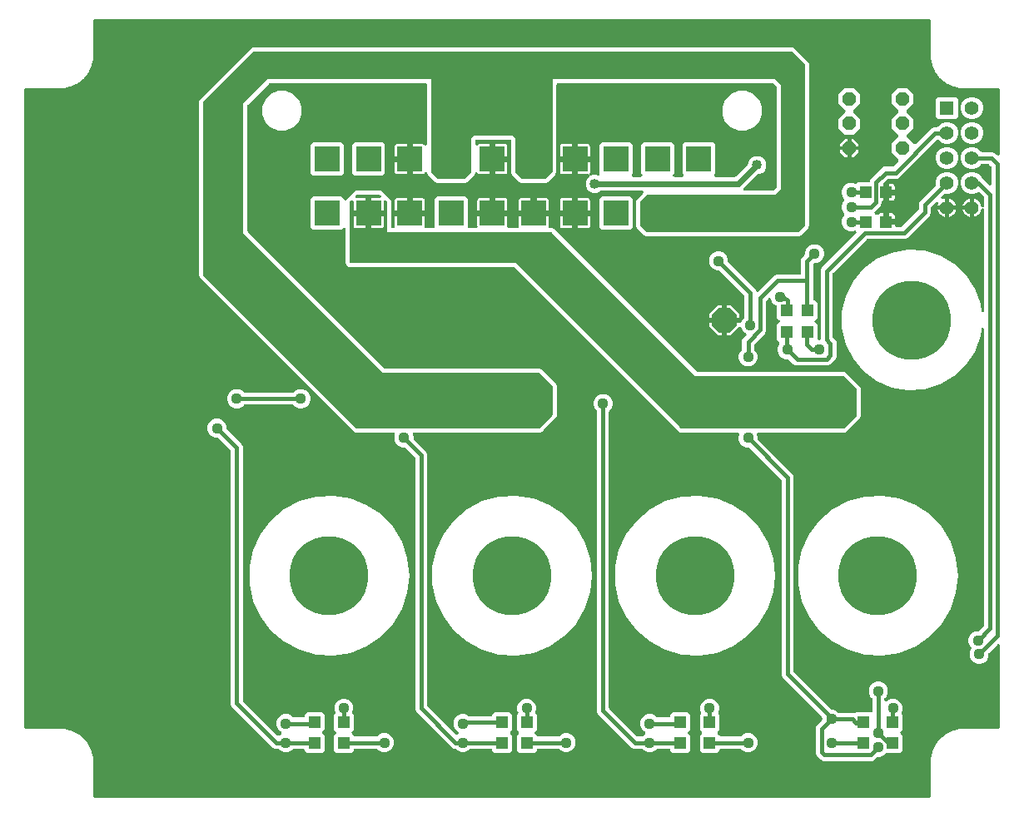
<source format=gbr>
G04 EAGLE Gerber RS-274X export*
G75*
%MOMM*%
%FSLAX34Y34*%
%LPD*%
%INBottom Copper*%
%IPPOS*%
%AMOC8*
5,1,8,0,0,1.08239X$1,22.5*%
G01*
%ADD10P,2.749271X8X202.500000*%
%ADD11C,8.000000*%
%ADD12R,2.550000X2.550000*%
%ADD13P,1.525737X8X112.500000*%
%ADD14R,1.409600X1.409600*%
%ADD15C,1.409600*%
%ADD16R,1.200000X1.200000*%
%ADD17C,0.406400*%
%ADD18C,1.117600*%
%ADD19C,1.108000*%
%ADD20C,1.016000*%
%ADD21C,1.422400*%
%ADD22C,0.609600*%
%ADD23C,1.114800*%

G36*
X924438Y4068D02*
X924438Y4068D01*
X924464Y4066D01*
X924611Y4088D01*
X924758Y4105D01*
X924783Y4113D01*
X924809Y4117D01*
X924947Y4172D01*
X925086Y4222D01*
X925108Y4236D01*
X925133Y4246D01*
X925254Y4331D01*
X925379Y4411D01*
X925397Y4430D01*
X925419Y4445D01*
X925518Y4555D01*
X925621Y4662D01*
X925635Y4684D01*
X925652Y4704D01*
X925724Y4834D01*
X925800Y4961D01*
X925808Y4986D01*
X925821Y5009D01*
X925861Y5152D01*
X925906Y5293D01*
X925908Y5319D01*
X925916Y5344D01*
X925935Y5588D01*
X925935Y37916D01*
X925927Y37988D01*
X925928Y38060D01*
X925907Y38160D01*
X925895Y38262D01*
X925871Y38330D01*
X925856Y38401D01*
X925817Y38485D01*
X925931Y40091D01*
X925930Y40130D01*
X925935Y40200D01*
X925935Y43104D01*
X925920Y43241D01*
X925918Y43257D01*
X925935Y43467D01*
X925935Y44485D01*
X926321Y45924D01*
X926324Y45947D01*
X926332Y45968D01*
X926369Y46210D01*
X926381Y46374D01*
X926454Y46498D01*
X926462Y46519D01*
X926469Y46532D01*
X926481Y46573D01*
X926536Y46728D01*
X926764Y47576D01*
X926771Y47629D01*
X926788Y47681D01*
X926797Y47801D01*
X926815Y47921D01*
X926810Y47974D01*
X926814Y48028D01*
X926796Y48148D01*
X926790Y48219D01*
X927267Y49498D01*
X927276Y49534D01*
X927328Y49707D01*
X927644Y51157D01*
X927672Y51193D01*
X927709Y51276D01*
X927755Y51353D01*
X927795Y51465D01*
X927816Y51511D01*
X927822Y51539D01*
X927837Y51584D01*
X928257Y53148D01*
X929244Y54858D01*
X929246Y54862D01*
X929248Y54866D01*
X929352Y55088D01*
X929519Y55536D01*
X929597Y55612D01*
X929732Y55743D01*
X929732Y55744D01*
X929733Y55744D01*
X929733Y55745D01*
X929871Y55944D01*
X930267Y56631D01*
X930282Y56664D01*
X930302Y56694D01*
X930315Y56730D01*
X930328Y56751D01*
X930353Y56828D01*
X930406Y56951D01*
X930412Y56986D01*
X930425Y57020D01*
X930433Y57079D01*
X930434Y57083D01*
X930436Y57098D01*
X930444Y57157D01*
X930462Y57257D01*
X931137Y58159D01*
X931162Y58202D01*
X931237Y58311D01*
X931894Y59448D01*
X931899Y59461D01*
X931911Y59479D01*
X932207Y60020D01*
X932224Y60046D01*
X932254Y60080D01*
X932273Y60116D01*
X932314Y60175D01*
X932741Y60916D01*
X934493Y62667D01*
X934516Y62697D01*
X934635Y62832D01*
X935116Y63474D01*
X935119Y63475D01*
X935135Y63483D01*
X935152Y63488D01*
X935289Y63565D01*
X935427Y63638D01*
X935440Y63650D01*
X935456Y63658D01*
X935642Y63817D01*
X936183Y64358D01*
X936194Y64372D01*
X936208Y64383D01*
X936303Y64508D01*
X936400Y64631D01*
X936407Y64647D01*
X936418Y64661D01*
X936482Y64804D01*
X936516Y64877D01*
X937168Y65365D01*
X937196Y65391D01*
X937333Y65507D01*
X939084Y67259D01*
X939825Y67686D01*
X939912Y67751D01*
X939989Y67798D01*
X940521Y68089D01*
X940533Y68097D01*
X940552Y68106D01*
X941689Y68763D01*
X941730Y68793D01*
X941841Y68863D01*
X942738Y69534D01*
X942739Y69534D01*
X942774Y69541D01*
X942810Y69542D01*
X942944Y69576D01*
X943080Y69604D01*
X943113Y69619D01*
X943148Y69628D01*
X943369Y69733D01*
X944056Y70129D01*
X944196Y70233D01*
X944335Y70336D01*
X944335Y70337D01*
X944443Y70463D01*
X944455Y70477D01*
X944912Y70648D01*
X944916Y70650D01*
X944921Y70651D01*
X945142Y70756D01*
X946851Y71743D01*
X948416Y72163D01*
X948500Y72196D01*
X948587Y72219D01*
X948662Y72260D01*
X948740Y72291D01*
X948814Y72342D01*
X948839Y72355D01*
X950293Y72672D01*
X950329Y72684D01*
X950502Y72733D01*
X951782Y73210D01*
X951783Y73210D01*
X951835Y73197D01*
X951956Y73195D01*
X952076Y73185D01*
X952130Y73193D01*
X952184Y73192D01*
X952413Y73235D01*
X952421Y73236D01*
X952422Y73236D01*
X952424Y73236D01*
X953272Y73464D01*
X953416Y73521D01*
X953563Y73575D01*
X953578Y73585D01*
X953596Y73592D01*
X953637Y73620D01*
X953790Y73631D01*
X953813Y73635D01*
X953835Y73635D01*
X954076Y73679D01*
X955515Y74065D01*
X956533Y74065D01*
X956574Y74069D01*
X956615Y74067D01*
X956705Y74079D01*
X956725Y74074D01*
X956775Y74074D01*
X956896Y74065D01*
X959800Y74065D01*
X959840Y74069D01*
X959909Y74069D01*
X961499Y74182D01*
X961505Y74179D01*
X961604Y74151D01*
X961699Y74114D01*
X961771Y74104D01*
X961840Y74084D01*
X962001Y74071D01*
X962044Y74065D01*
X962060Y74067D01*
X962084Y74065D01*
X994412Y74065D01*
X994438Y74068D01*
X994464Y74066D01*
X994611Y74088D01*
X994758Y74105D01*
X994783Y74113D01*
X994809Y74117D01*
X994947Y74172D01*
X995086Y74222D01*
X995108Y74236D01*
X995133Y74246D01*
X995254Y74331D01*
X995379Y74411D01*
X995397Y74430D01*
X995419Y74445D01*
X995518Y74555D01*
X995621Y74662D01*
X995635Y74684D01*
X995652Y74704D01*
X995724Y74834D01*
X995800Y74961D01*
X995808Y74986D01*
X995821Y75009D01*
X995861Y75152D01*
X995906Y75293D01*
X995908Y75319D01*
X995916Y75344D01*
X995935Y75588D01*
X995935Y158636D01*
X995924Y158736D01*
X995922Y158836D01*
X995904Y158908D01*
X995895Y158982D01*
X995862Y159076D01*
X995837Y159174D01*
X995803Y159240D01*
X995778Y159310D01*
X995723Y159394D01*
X995677Y159484D01*
X995629Y159540D01*
X995589Y159603D01*
X995517Y159673D01*
X995452Y159749D01*
X995392Y159793D01*
X995338Y159845D01*
X995252Y159897D01*
X995171Y159956D01*
X995103Y159986D01*
X995039Y160024D01*
X994943Y160055D01*
X994851Y160094D01*
X994778Y160107D01*
X994707Y160130D01*
X994607Y160138D01*
X994508Y160156D01*
X994434Y160152D01*
X994360Y160158D01*
X994260Y160143D01*
X994160Y160138D01*
X994089Y160117D01*
X994015Y160106D01*
X993922Y160069D01*
X993825Y160041D01*
X993760Y160005D01*
X993691Y159978D01*
X993609Y159920D01*
X993521Y159871D01*
X993445Y159806D01*
X993405Y159779D01*
X993381Y159752D01*
X993335Y159713D01*
X985099Y151477D01*
X985020Y151378D01*
X984936Y151284D01*
X984912Y151242D01*
X984882Y151204D01*
X984828Y151090D01*
X984767Y150979D01*
X984754Y150932D01*
X984733Y150889D01*
X984707Y150765D01*
X984672Y150643D01*
X984667Y150583D01*
X984660Y150548D01*
X984661Y150500D01*
X984653Y150400D01*
X984653Y148080D01*
X983183Y144532D01*
X980468Y141817D01*
X976920Y140347D01*
X973080Y140347D01*
X969532Y141817D01*
X966817Y144532D01*
X965347Y148080D01*
X965347Y151920D01*
X966886Y155634D01*
X966907Y155707D01*
X966937Y155777D01*
X966954Y155874D01*
X966981Y155969D01*
X966985Y156045D01*
X966998Y156120D01*
X966993Y156219D01*
X966998Y156317D01*
X966984Y156392D01*
X966980Y156468D01*
X966953Y156563D01*
X966936Y156660D01*
X966905Y156730D01*
X966884Y156803D01*
X966836Y156889D01*
X966797Y156979D01*
X966751Y157041D01*
X966714Y157107D01*
X966617Y157221D01*
X966589Y157259D01*
X966574Y157271D01*
X966555Y157294D01*
X965567Y158282D01*
X964097Y161830D01*
X964097Y165670D01*
X965567Y169218D01*
X968282Y171933D01*
X971830Y173403D01*
X974150Y173403D01*
X974275Y173417D01*
X974401Y173424D01*
X974448Y173437D01*
X974496Y173443D01*
X974615Y173485D01*
X974736Y173520D01*
X974778Y173544D01*
X974824Y173560D01*
X974930Y173629D01*
X975041Y173690D01*
X975087Y173730D01*
X975117Y173749D01*
X975150Y173784D01*
X975227Y173849D01*
X979707Y178329D01*
X979786Y178428D01*
X979870Y178522D01*
X979894Y178564D01*
X979924Y178602D01*
X979978Y178716D01*
X980039Y178827D01*
X980052Y178874D01*
X980073Y178917D01*
X980099Y179041D01*
X980134Y179163D01*
X980139Y179223D01*
X980146Y179258D01*
X980145Y179306D01*
X980153Y179406D01*
X980153Y480521D01*
X980143Y480607D01*
X980144Y480693D01*
X980124Y480779D01*
X980113Y480867D01*
X980084Y480948D01*
X980065Y481032D01*
X980026Y481112D01*
X979996Y481195D01*
X979949Y481268D01*
X979911Y481345D01*
X979855Y481413D01*
X979807Y481488D01*
X979745Y481548D01*
X979690Y481614D01*
X979620Y481668D01*
X979556Y481730D01*
X979482Y481774D01*
X979414Y481827D01*
X979333Y481863D01*
X979257Y481909D01*
X979175Y481935D01*
X979097Y481971D01*
X979010Y481988D01*
X978925Y482015D01*
X978839Y482022D01*
X978755Y482039D01*
X978666Y482036D01*
X978578Y482043D01*
X978493Y482030D01*
X978407Y482028D01*
X978321Y482005D01*
X978233Y481992D01*
X978153Y481960D01*
X978070Y481937D01*
X977992Y481896D01*
X977909Y481863D01*
X977839Y481814D01*
X977763Y481773D01*
X977696Y481715D01*
X977623Y481664D01*
X977565Y481600D01*
X977501Y481543D01*
X977449Y481471D01*
X977390Y481405D01*
X977348Y481330D01*
X977298Y481260D01*
X977264Y481178D01*
X977221Y481100D01*
X977198Y481017D01*
X977165Y480938D01*
X977140Y480813D01*
X977126Y480765D01*
X977124Y480731D01*
X977117Y480698D01*
X976276Y473498D01*
X970593Y457886D01*
X961464Y444006D01*
X949379Y432605D01*
X934991Y424298D01*
X919075Y419533D01*
X902489Y418567D01*
X886128Y421452D01*
X870873Y428032D01*
X857546Y437953D01*
X846867Y450680D01*
X839411Y465527D01*
X835579Y481693D01*
X835579Y498307D01*
X839411Y514473D01*
X846867Y529320D01*
X857546Y542047D01*
X870873Y551968D01*
X886128Y558548D01*
X902489Y561433D01*
X919075Y560467D01*
X934991Y555702D01*
X949379Y547395D01*
X961464Y535994D01*
X970593Y522114D01*
X976276Y506502D01*
X977117Y499302D01*
X977137Y499219D01*
X977147Y499133D01*
X977177Y499049D01*
X977197Y498963D01*
X977235Y498886D01*
X977264Y498805D01*
X977312Y498730D01*
X977352Y498651D01*
X977407Y498584D01*
X977453Y498512D01*
X977517Y498451D01*
X977573Y498382D01*
X977642Y498330D01*
X977704Y498270D01*
X977780Y498224D01*
X977850Y498171D01*
X977929Y498135D01*
X978003Y498091D01*
X978087Y498064D01*
X978168Y498028D01*
X978253Y498011D01*
X978335Y497985D01*
X978423Y497978D01*
X978510Y497961D01*
X978596Y497964D01*
X978682Y497957D01*
X978770Y497970D01*
X978859Y497973D01*
X978942Y497996D01*
X979027Y498009D01*
X979109Y498041D01*
X979195Y498065D01*
X979271Y498105D01*
X979351Y498137D01*
X979423Y498188D01*
X979502Y498230D01*
X979566Y498287D01*
X979637Y498336D01*
X979696Y498402D01*
X979763Y498461D01*
X979813Y498531D01*
X979870Y498595D01*
X979913Y498673D01*
X979965Y498745D01*
X979997Y498825D01*
X980039Y498900D01*
X980063Y498985D01*
X980097Y499068D01*
X980110Y499153D01*
X980134Y499235D01*
X980144Y499362D01*
X980152Y499412D01*
X980151Y499445D01*
X980153Y499479D01*
X980153Y602177D01*
X980147Y602231D01*
X980149Y602287D01*
X980127Y602404D01*
X980113Y602523D01*
X980095Y602575D01*
X980085Y602629D01*
X980036Y602738D01*
X979996Y602851D01*
X979966Y602897D01*
X979944Y602948D01*
X979872Y603043D01*
X979807Y603144D01*
X979767Y603182D01*
X979734Y603226D01*
X979642Y603303D01*
X979556Y603386D01*
X979509Y603414D01*
X979467Y603450D01*
X979360Y603504D01*
X979257Y603565D01*
X979205Y603582D01*
X979155Y603606D01*
X979039Y603635D01*
X978925Y603671D01*
X978870Y603675D01*
X978817Y603688D01*
X978697Y603689D01*
X978578Y603699D01*
X978523Y603691D01*
X978468Y603691D01*
X978351Y603665D01*
X978233Y603647D01*
X978182Y603627D01*
X978128Y603615D01*
X978020Y603563D01*
X977909Y603519D01*
X977864Y603487D01*
X977814Y603463D01*
X977721Y603388D01*
X977623Y603320D01*
X977586Y603279D01*
X977543Y603244D01*
X977470Y603150D01*
X977390Y603061D01*
X977363Y603013D01*
X977329Y602969D01*
X977279Y602861D01*
X977221Y602756D01*
X977206Y602703D01*
X977183Y602653D01*
X977130Y602432D01*
X977126Y602420D01*
X977126Y602418D01*
X977126Y602415D01*
X977053Y601954D01*
X976586Y600519D01*
X975901Y599174D01*
X975014Y597953D01*
X973947Y596886D01*
X972726Y595999D01*
X971381Y595314D01*
X969946Y594847D01*
X969699Y594808D01*
X969699Y603724D01*
X969696Y603750D01*
X969698Y603776D01*
X969676Y603923D01*
X969659Y604070D01*
X969651Y604095D01*
X969647Y604121D01*
X969614Y604202D01*
X969625Y604240D01*
X969670Y604381D01*
X969672Y604407D01*
X969680Y604432D01*
X969699Y604676D01*
X969699Y613592D01*
X969946Y613553D01*
X971381Y613086D01*
X972726Y612401D01*
X973947Y611514D01*
X975014Y610447D01*
X975901Y609226D01*
X976586Y607881D01*
X977053Y606446D01*
X977126Y605985D01*
X977140Y605932D01*
X977147Y605877D01*
X977187Y605765D01*
X977219Y605649D01*
X977246Y605601D01*
X977264Y605549D01*
X977329Y605448D01*
X977386Y605344D01*
X977423Y605303D01*
X977453Y605256D01*
X977539Y605173D01*
X977619Y605084D01*
X977664Y605052D01*
X977704Y605014D01*
X977807Y604953D01*
X977904Y604884D01*
X977956Y604863D01*
X978003Y604835D01*
X978117Y604799D01*
X978228Y604754D01*
X978282Y604746D01*
X978335Y604729D01*
X978454Y604719D01*
X978572Y604701D01*
X978627Y604705D01*
X978682Y604701D01*
X978801Y604719D01*
X978920Y604728D01*
X978972Y604744D01*
X979027Y604753D01*
X979138Y604797D01*
X979252Y604833D01*
X979299Y604861D01*
X979351Y604881D01*
X979449Y604950D01*
X979552Y605011D01*
X979592Y605049D01*
X979637Y605080D01*
X979717Y605169D01*
X979803Y605252D01*
X979833Y605298D01*
X979870Y605339D01*
X979928Y605444D01*
X979993Y605544D01*
X980012Y605596D01*
X980039Y605644D01*
X980071Y605759D01*
X980112Y605872D01*
X980119Y605926D01*
X980134Y605980D01*
X980152Y606206D01*
X980153Y606218D01*
X980153Y606221D01*
X980153Y606223D01*
X980153Y614344D01*
X980139Y614469D01*
X980132Y614595D01*
X980119Y614642D01*
X980113Y614690D01*
X980071Y614809D01*
X980036Y614930D01*
X980012Y614972D01*
X979996Y615018D01*
X979927Y615124D01*
X979866Y615235D01*
X979826Y615281D01*
X979807Y615311D01*
X979772Y615344D01*
X979707Y615421D01*
X975389Y619739D01*
X975329Y619786D01*
X975276Y619841D01*
X975193Y619894D01*
X975116Y619955D01*
X975047Y619988D01*
X974983Y620029D01*
X974890Y620062D01*
X974801Y620104D01*
X974726Y620120D01*
X974654Y620146D01*
X974556Y620157D01*
X974460Y620178D01*
X974384Y620176D01*
X974308Y620185D01*
X974210Y620173D01*
X974112Y620172D01*
X974038Y620153D01*
X973962Y620144D01*
X973820Y620098D01*
X973774Y620087D01*
X973757Y620078D01*
X973729Y620069D01*
X969910Y618487D01*
X965490Y618487D01*
X961405Y620179D01*
X958279Y623305D01*
X956587Y627390D01*
X956587Y631810D01*
X958279Y635895D01*
X961405Y639021D01*
X965490Y640713D01*
X969910Y640713D01*
X973995Y639021D01*
X977121Y635895D01*
X977460Y635076D01*
X977461Y635074D01*
X977462Y635072D01*
X977545Y634923D01*
X977629Y634771D01*
X977631Y634770D01*
X977632Y634768D01*
X977790Y634582D01*
X985053Y627319D01*
X985131Y627257D01*
X985204Y627187D01*
X985268Y627149D01*
X985326Y627103D01*
X985417Y627060D01*
X985503Y627008D01*
X985574Y626985D01*
X985641Y626954D01*
X985739Y626933D01*
X985835Y626902D01*
X985909Y626896D01*
X985982Y626880D01*
X986082Y626882D01*
X986182Y626874D01*
X986256Y626885D01*
X986330Y626886D01*
X986427Y626911D01*
X986527Y626926D01*
X986596Y626953D01*
X986668Y626971D01*
X986758Y627017D01*
X986851Y627054D01*
X986912Y627097D01*
X986978Y627131D01*
X987055Y627196D01*
X987137Y627253D01*
X987187Y627308D01*
X987243Y627357D01*
X987303Y627438D01*
X987370Y627512D01*
X987406Y627577D01*
X987451Y627637D01*
X987490Y627729D01*
X987539Y627817D01*
X987559Y627889D01*
X987589Y627957D01*
X987606Y628056D01*
X987634Y628152D01*
X987642Y628253D01*
X987650Y628300D01*
X987648Y628336D01*
X987653Y628396D01*
X987653Y645594D01*
X987639Y645719D01*
X987632Y645845D01*
X987619Y645892D01*
X987613Y645940D01*
X987571Y646059D01*
X987536Y646180D01*
X987512Y646222D01*
X987496Y646268D01*
X987427Y646374D01*
X987366Y646485D01*
X987326Y646531D01*
X987307Y646561D01*
X987272Y646594D01*
X987207Y646671D01*
X985421Y648457D01*
X985322Y648536D01*
X985228Y648620D01*
X985186Y648644D01*
X985148Y648674D01*
X985034Y648728D01*
X984923Y648789D01*
X984876Y648802D01*
X984833Y648823D01*
X984709Y648849D01*
X984587Y648884D01*
X984527Y648889D01*
X984492Y648896D01*
X984444Y648895D01*
X984344Y648903D01*
X977950Y648903D01*
X977824Y648889D01*
X977698Y648882D01*
X977652Y648869D01*
X977604Y648863D01*
X977485Y648821D01*
X977363Y648786D01*
X977321Y648762D01*
X977276Y648746D01*
X977169Y648677D01*
X977059Y648616D01*
X977013Y648576D01*
X976983Y648557D01*
X976949Y648522D01*
X976873Y648457D01*
X973995Y645579D01*
X969910Y643887D01*
X965490Y643887D01*
X961405Y645579D01*
X958279Y648705D01*
X956587Y652790D01*
X956587Y657210D01*
X958279Y661295D01*
X961405Y664421D01*
X965490Y666113D01*
X969910Y666113D01*
X973995Y664421D01*
X976873Y661543D01*
X976972Y661464D01*
X977066Y661380D01*
X977108Y661356D01*
X977146Y661326D01*
X977260Y661272D01*
X977371Y661211D01*
X977417Y661198D01*
X977461Y661177D01*
X977584Y661151D01*
X977706Y661116D01*
X977767Y661111D01*
X977802Y661104D01*
X977850Y661105D01*
X977950Y661097D01*
X988713Y661097D01*
X990954Y660169D01*
X992883Y658239D01*
X993335Y657787D01*
X993413Y657725D01*
X993486Y657655D01*
X993550Y657617D01*
X993608Y657571D01*
X993699Y657528D01*
X993785Y657476D01*
X993856Y657453D01*
X993923Y657422D01*
X994021Y657400D01*
X994117Y657370D01*
X994191Y657364D01*
X994264Y657348D01*
X994364Y657350D01*
X994464Y657342D01*
X994538Y657353D01*
X994612Y657354D01*
X994710Y657379D01*
X994809Y657394D01*
X994878Y657421D01*
X994950Y657439D01*
X995039Y657485D01*
X995133Y657522D01*
X995194Y657565D01*
X995260Y657599D01*
X995336Y657664D01*
X995419Y657721D01*
X995469Y657776D01*
X995525Y657825D01*
X995585Y657905D01*
X995652Y657980D01*
X995688Y658045D01*
X995733Y658105D01*
X995772Y658197D01*
X995821Y658285D01*
X995841Y658357D01*
X995871Y658425D01*
X995888Y658524D01*
X995916Y658620D01*
X995924Y658721D01*
X995932Y658768D01*
X995930Y658804D01*
X995935Y658864D01*
X995935Y724412D01*
X995932Y724438D01*
X995934Y724464D01*
X995912Y724611D01*
X995895Y724758D01*
X995887Y724783D01*
X995883Y724809D01*
X995828Y724947D01*
X995778Y725086D01*
X995764Y725108D01*
X995754Y725133D01*
X995669Y725254D01*
X995589Y725379D01*
X995570Y725397D01*
X995555Y725419D01*
X995445Y725518D01*
X995338Y725621D01*
X995316Y725635D01*
X995296Y725652D01*
X995166Y725724D01*
X995039Y725800D01*
X995014Y725808D01*
X994991Y725821D01*
X994848Y725861D01*
X994707Y725906D01*
X994681Y725908D01*
X994656Y725916D01*
X994412Y725935D01*
X962084Y725935D01*
X962012Y725927D01*
X961940Y725928D01*
X961840Y725907D01*
X961738Y725895D01*
X961670Y725871D01*
X961599Y725856D01*
X961515Y725817D01*
X959909Y725931D01*
X959870Y725930D01*
X959800Y725935D01*
X956896Y725935D01*
X956759Y725920D01*
X956743Y725918D01*
X956533Y725935D01*
X955515Y725935D01*
X954076Y726321D01*
X954053Y726324D01*
X954032Y726332D01*
X953790Y726369D01*
X953626Y726381D01*
X953502Y726454D01*
X953481Y726462D01*
X953468Y726469D01*
X953427Y726481D01*
X953272Y726536D01*
X952424Y726764D01*
X952371Y726771D01*
X952319Y726788D01*
X952199Y726797D01*
X952079Y726815D01*
X952026Y726810D01*
X951972Y726814D01*
X951852Y726796D01*
X951781Y726790D01*
X950502Y727267D01*
X950466Y727276D01*
X950293Y727328D01*
X948843Y727644D01*
X948806Y727672D01*
X948724Y727709D01*
X948646Y727755D01*
X948535Y727795D01*
X948489Y727816D01*
X948460Y727822D01*
X948416Y727837D01*
X946852Y728257D01*
X945142Y729244D01*
X945138Y729246D01*
X945134Y729248D01*
X944912Y729352D01*
X944464Y729519D01*
X944360Y729626D01*
X944257Y729732D01*
X944256Y729732D01*
X944256Y729733D01*
X944255Y729733D01*
X944055Y729871D01*
X943369Y730267D01*
X943336Y730282D01*
X943306Y730302D01*
X943176Y730351D01*
X943049Y730406D01*
X943014Y730412D01*
X942980Y730425D01*
X942843Y730444D01*
X942743Y730462D01*
X941841Y731137D01*
X941798Y731162D01*
X941689Y731237D01*
X940552Y731894D01*
X940539Y731900D01*
X940520Y731912D01*
X939980Y732207D01*
X939955Y732224D01*
X939921Y732253D01*
X939885Y732272D01*
X939825Y732314D01*
X939084Y732741D01*
X937333Y734493D01*
X937303Y734516D01*
X937168Y734635D01*
X936526Y735116D01*
X936525Y735119D01*
X936517Y735135D01*
X936512Y735152D01*
X936435Y735289D01*
X936362Y735427D01*
X936350Y735440D01*
X936342Y735456D01*
X936183Y735642D01*
X935642Y736183D01*
X935628Y736194D01*
X935617Y736208D01*
X935492Y736303D01*
X935369Y736400D01*
X935353Y736407D01*
X935339Y736418D01*
X935196Y736482D01*
X935123Y736516D01*
X934635Y737168D01*
X934609Y737195D01*
X934493Y737333D01*
X932741Y739084D01*
X932314Y739825D01*
X932249Y739912D01*
X932203Y739986D01*
X931911Y740520D01*
X931903Y740532D01*
X931894Y740552D01*
X931237Y741689D01*
X931207Y741729D01*
X931137Y741841D01*
X930466Y742738D01*
X930466Y742739D01*
X930459Y742774D01*
X930458Y742810D01*
X930424Y742944D01*
X930396Y743080D01*
X930381Y743113D01*
X930372Y743148D01*
X930267Y743369D01*
X929871Y744055D01*
X929777Y744183D01*
X929664Y744335D01*
X929663Y744335D01*
X929527Y744451D01*
X929523Y744455D01*
X929352Y744912D01*
X929350Y744916D01*
X929349Y744921D01*
X929281Y745063D01*
X929273Y745085D01*
X929267Y745093D01*
X929244Y745142D01*
X928257Y746852D01*
X927837Y748416D01*
X927804Y748500D01*
X927780Y748588D01*
X927740Y748662D01*
X927709Y748740D01*
X927658Y748815D01*
X927645Y748839D01*
X927328Y750293D01*
X927316Y750329D01*
X927267Y750502D01*
X926790Y751782D01*
X926790Y751783D01*
X926803Y751835D01*
X926805Y751956D01*
X926815Y752076D01*
X926807Y752130D01*
X926808Y752184D01*
X926765Y752413D01*
X926764Y752421D01*
X926764Y752422D01*
X926764Y752424D01*
X926536Y753272D01*
X926479Y753416D01*
X926425Y753563D01*
X926415Y753578D01*
X926408Y753596D01*
X926380Y753637D01*
X926369Y753790D01*
X926365Y753813D01*
X926365Y753835D01*
X926321Y754076D01*
X925935Y755515D01*
X925935Y756533D01*
X925931Y756574D01*
X925933Y756615D01*
X925921Y756705D01*
X925926Y756725D01*
X925926Y756775D01*
X925935Y756896D01*
X925935Y759800D01*
X925931Y759840D01*
X925931Y759909D01*
X925818Y761499D01*
X925821Y761505D01*
X925849Y761604D01*
X925886Y761699D01*
X925896Y761771D01*
X925916Y761840D01*
X925929Y762001D01*
X925935Y762044D01*
X925933Y762060D01*
X925935Y762084D01*
X925935Y794412D01*
X925932Y794438D01*
X925934Y794464D01*
X925912Y794611D01*
X925895Y794758D01*
X925887Y794783D01*
X925883Y794809D01*
X925828Y794947D01*
X925778Y795086D01*
X925764Y795108D01*
X925754Y795133D01*
X925669Y795254D01*
X925589Y795379D01*
X925570Y795397D01*
X925555Y795419D01*
X925445Y795518D01*
X925338Y795621D01*
X925316Y795635D01*
X925296Y795652D01*
X925166Y795724D01*
X925039Y795800D01*
X925014Y795808D01*
X924991Y795821D01*
X924848Y795861D01*
X924707Y795906D01*
X924681Y795908D01*
X924656Y795916D01*
X924412Y795935D01*
X75588Y795935D01*
X75562Y795932D01*
X75536Y795934D01*
X75389Y795912D01*
X75242Y795895D01*
X75217Y795887D01*
X75191Y795883D01*
X75053Y795828D01*
X74914Y795778D01*
X74892Y795764D01*
X74867Y795754D01*
X74746Y795669D01*
X74621Y795589D01*
X74603Y795570D01*
X74581Y795555D01*
X74482Y795445D01*
X74379Y795338D01*
X74365Y795316D01*
X74348Y795296D01*
X74276Y795166D01*
X74200Y795039D01*
X74192Y795014D01*
X74179Y794991D01*
X74139Y794848D01*
X74094Y794707D01*
X74092Y794681D01*
X74084Y794656D01*
X74065Y794412D01*
X74065Y762084D01*
X74073Y762012D01*
X74072Y761940D01*
X74093Y761840D01*
X74105Y761738D01*
X74129Y761670D01*
X74144Y761599D01*
X74183Y761515D01*
X74069Y759909D01*
X74070Y759870D01*
X74065Y759800D01*
X74065Y756896D01*
X74080Y756759D01*
X74082Y756743D01*
X74065Y756533D01*
X74065Y755515D01*
X73679Y754076D01*
X73676Y754053D01*
X73668Y754032D01*
X73631Y753790D01*
X73619Y753626D01*
X73546Y753502D01*
X73538Y753481D01*
X73531Y753468D01*
X73519Y753427D01*
X73464Y753272D01*
X73236Y752424D01*
X73229Y752371D01*
X73212Y752319D01*
X73203Y752199D01*
X73185Y752079D01*
X73190Y752026D01*
X73186Y751972D01*
X73204Y751852D01*
X73210Y751781D01*
X72733Y750502D01*
X72724Y750466D01*
X72672Y750293D01*
X72356Y748843D01*
X72328Y748807D01*
X72291Y748724D01*
X72245Y748647D01*
X72205Y748535D01*
X72184Y748489D01*
X72178Y748460D01*
X72163Y748416D01*
X71743Y746852D01*
X70756Y745142D01*
X70754Y745138D01*
X70752Y745134D01*
X70699Y745020D01*
X70681Y744991D01*
X70673Y744966D01*
X70648Y744912D01*
X70481Y744464D01*
X70374Y744360D01*
X70268Y744257D01*
X70268Y744256D01*
X70267Y744256D01*
X70267Y744255D01*
X70129Y744055D01*
X69733Y743369D01*
X69718Y743336D01*
X69698Y743306D01*
X69649Y743176D01*
X69594Y743049D01*
X69588Y743014D01*
X69575Y742980D01*
X69556Y742843D01*
X69538Y742743D01*
X68863Y741841D01*
X68838Y741797D01*
X68763Y741689D01*
X68106Y740552D01*
X68101Y740539D01*
X68089Y740520D01*
X67793Y739980D01*
X67776Y739955D01*
X67747Y739921D01*
X67728Y739885D01*
X67686Y739825D01*
X67259Y739084D01*
X65507Y737333D01*
X65484Y737303D01*
X65365Y737168D01*
X64884Y736526D01*
X64881Y736525D01*
X64865Y736517D01*
X64848Y736512D01*
X64711Y736435D01*
X64573Y736362D01*
X64560Y736350D01*
X64544Y736342D01*
X64358Y736183D01*
X63817Y735642D01*
X63806Y735628D01*
X63792Y735617D01*
X63697Y735492D01*
X63600Y735369D01*
X63593Y735353D01*
X63582Y735339D01*
X63518Y735196D01*
X63484Y735123D01*
X62832Y734635D01*
X62805Y734609D01*
X62667Y734493D01*
X60916Y732741D01*
X60175Y732314D01*
X60088Y732249D01*
X60014Y732203D01*
X59480Y731911D01*
X59468Y731903D01*
X59448Y731894D01*
X58311Y731237D01*
X58271Y731207D01*
X58159Y731137D01*
X57262Y730466D01*
X57261Y730466D01*
X57226Y730459D01*
X57190Y730458D01*
X57056Y730424D01*
X56920Y730396D01*
X56887Y730381D01*
X56852Y730372D01*
X56631Y730267D01*
X55945Y729871D01*
X55791Y729757D01*
X55665Y729664D01*
X55665Y729663D01*
X55545Y729523D01*
X55088Y729352D01*
X55084Y729350D01*
X55079Y729349D01*
X54858Y729244D01*
X53148Y728257D01*
X51584Y727837D01*
X51500Y727804D01*
X51412Y727780D01*
X51338Y727740D01*
X51260Y727709D01*
X51185Y727658D01*
X51161Y727645D01*
X49707Y727328D01*
X49671Y727316D01*
X49498Y727267D01*
X48218Y726790D01*
X48217Y726790D01*
X48165Y726803D01*
X48044Y726805D01*
X47924Y726815D01*
X47870Y726807D01*
X47816Y726808D01*
X47587Y726765D01*
X47579Y726764D01*
X47578Y726764D01*
X47576Y726764D01*
X46728Y726536D01*
X46584Y726479D01*
X46437Y726425D01*
X46422Y726415D01*
X46404Y726408D01*
X46363Y726380D01*
X46210Y726369D01*
X46187Y726365D01*
X46165Y726365D01*
X45924Y726321D01*
X44485Y725935D01*
X43467Y725935D01*
X43426Y725931D01*
X43385Y725933D01*
X43295Y725921D01*
X43275Y725926D01*
X43225Y725926D01*
X43104Y725935D01*
X40200Y725935D01*
X40160Y725931D01*
X40091Y725931D01*
X38501Y725818D01*
X38495Y725821D01*
X38396Y725849D01*
X38301Y725886D01*
X38229Y725896D01*
X38160Y725916D01*
X37999Y725929D01*
X37956Y725935D01*
X37940Y725933D01*
X37916Y725935D01*
X5588Y725935D01*
X5562Y725932D01*
X5536Y725934D01*
X5389Y725912D01*
X5242Y725895D01*
X5217Y725887D01*
X5191Y725883D01*
X5053Y725828D01*
X4914Y725778D01*
X4892Y725764D01*
X4867Y725754D01*
X4746Y725669D01*
X4621Y725589D01*
X4603Y725570D01*
X4581Y725555D01*
X4482Y725445D01*
X4379Y725338D01*
X4365Y725316D01*
X4348Y725296D01*
X4276Y725166D01*
X4200Y725039D01*
X4192Y725014D01*
X4179Y724991D01*
X4139Y724848D01*
X4094Y724707D01*
X4092Y724681D01*
X4084Y724656D01*
X4065Y724412D01*
X4065Y75588D01*
X4068Y75562D01*
X4066Y75536D01*
X4088Y75389D01*
X4105Y75242D01*
X4113Y75217D01*
X4117Y75191D01*
X4172Y75053D01*
X4222Y74914D01*
X4236Y74892D01*
X4246Y74867D01*
X4331Y74746D01*
X4411Y74621D01*
X4430Y74603D01*
X4445Y74581D01*
X4555Y74482D01*
X4662Y74379D01*
X4684Y74365D01*
X4704Y74348D01*
X4834Y74276D01*
X4961Y74200D01*
X4986Y74192D01*
X5009Y74179D01*
X5152Y74139D01*
X5293Y74094D01*
X5319Y74092D01*
X5344Y74084D01*
X5588Y74065D01*
X37916Y74065D01*
X37988Y74073D01*
X38060Y74072D01*
X38160Y74093D01*
X38262Y74105D01*
X38330Y74129D01*
X38401Y74144D01*
X38485Y74183D01*
X40091Y74069D01*
X40130Y74070D01*
X40200Y74065D01*
X43104Y74065D01*
X43241Y74080D01*
X43257Y74082D01*
X43467Y74065D01*
X44485Y74065D01*
X45924Y73679D01*
X45947Y73676D01*
X45968Y73668D01*
X46210Y73631D01*
X46374Y73619D01*
X46498Y73546D01*
X46519Y73538D01*
X46532Y73531D01*
X46573Y73519D01*
X46728Y73464D01*
X47576Y73236D01*
X47629Y73229D01*
X47681Y73212D01*
X47801Y73203D01*
X47921Y73185D01*
X47974Y73190D01*
X48028Y73186D01*
X48148Y73204D01*
X48219Y73210D01*
X49498Y72733D01*
X49534Y72724D01*
X49707Y72672D01*
X51157Y72356D01*
X51194Y72328D01*
X51276Y72291D01*
X51354Y72245D01*
X51465Y72205D01*
X51511Y72184D01*
X51540Y72178D01*
X51584Y72163D01*
X53149Y71743D01*
X54858Y70756D01*
X54862Y70754D01*
X54866Y70752D01*
X55088Y70648D01*
X55536Y70481D01*
X55624Y70391D01*
X55743Y70268D01*
X55744Y70268D01*
X55744Y70267D01*
X55745Y70267D01*
X55944Y70129D01*
X56631Y69733D01*
X56664Y69718D01*
X56694Y69698D01*
X56824Y69649D01*
X56951Y69594D01*
X56986Y69588D01*
X57020Y69575D01*
X57157Y69556D01*
X57257Y69538D01*
X58159Y68863D01*
X58202Y68838D01*
X58311Y68763D01*
X59448Y68106D01*
X59461Y68101D01*
X59479Y68089D01*
X60020Y67793D01*
X60046Y67776D01*
X60080Y67746D01*
X60116Y67727D01*
X60175Y67686D01*
X60916Y67259D01*
X62667Y65507D01*
X62697Y65484D01*
X62832Y65365D01*
X63474Y64884D01*
X63475Y64881D01*
X63483Y64865D01*
X63488Y64848D01*
X63565Y64711D01*
X63638Y64573D01*
X63650Y64560D01*
X63658Y64544D01*
X63817Y64358D01*
X64358Y63817D01*
X64372Y63806D01*
X64383Y63792D01*
X64508Y63697D01*
X64631Y63600D01*
X64647Y63593D01*
X64661Y63582D01*
X64804Y63518D01*
X64877Y63484D01*
X65365Y62832D01*
X65391Y62804D01*
X65507Y62667D01*
X67259Y60916D01*
X67686Y60175D01*
X67751Y60088D01*
X67798Y60011D01*
X68089Y59479D01*
X68097Y59467D01*
X68106Y59448D01*
X68763Y58311D01*
X68793Y58271D01*
X68863Y58159D01*
X69534Y57262D01*
X69534Y57261D01*
X69541Y57226D01*
X69542Y57190D01*
X69576Y57056D01*
X69584Y57016D01*
X69589Y56982D01*
X69593Y56972D01*
X69604Y56920D01*
X69619Y56887D01*
X69628Y56852D01*
X69709Y56682D01*
X69718Y56658D01*
X69724Y56649D01*
X69733Y56631D01*
X70129Y55944D01*
X70239Y55796D01*
X70336Y55665D01*
X70337Y55665D01*
X70476Y55547D01*
X70477Y55545D01*
X70648Y55088D01*
X70650Y55084D01*
X70651Y55079D01*
X70756Y54858D01*
X71743Y53148D01*
X72163Y51584D01*
X72196Y51500D01*
X72219Y51413D01*
X72260Y51338D01*
X72291Y51260D01*
X72342Y51186D01*
X72355Y51161D01*
X72672Y49707D01*
X72684Y49671D01*
X72733Y49498D01*
X73210Y48218D01*
X73210Y48217D01*
X73197Y48165D01*
X73195Y48044D01*
X73185Y47924D01*
X73193Y47870D01*
X73192Y47816D01*
X73235Y47587D01*
X73236Y47579D01*
X73236Y47578D01*
X73236Y47576D01*
X73464Y46728D01*
X73521Y46584D01*
X73575Y46437D01*
X73585Y46422D01*
X73592Y46404D01*
X73620Y46363D01*
X73631Y46210D01*
X73635Y46187D01*
X73635Y46165D01*
X73679Y45924D01*
X74065Y44485D01*
X74065Y43467D01*
X74069Y43426D01*
X74067Y43385D01*
X74079Y43295D01*
X74074Y43275D01*
X74074Y43225D01*
X74065Y43104D01*
X74065Y40200D01*
X74069Y40161D01*
X74069Y40091D01*
X74182Y38501D01*
X74179Y38495D01*
X74151Y38396D01*
X74114Y38301D01*
X74104Y38229D01*
X74084Y38160D01*
X74071Y37999D01*
X74065Y37956D01*
X74067Y37940D01*
X74065Y37916D01*
X74065Y5588D01*
X74068Y5562D01*
X74066Y5536D01*
X74088Y5389D01*
X74105Y5242D01*
X74113Y5217D01*
X74117Y5191D01*
X74172Y5053D01*
X74222Y4914D01*
X74236Y4892D01*
X74246Y4867D01*
X74331Y4746D01*
X74411Y4621D01*
X74430Y4603D01*
X74445Y4581D01*
X74555Y4482D01*
X74662Y4379D01*
X74684Y4365D01*
X74704Y4348D01*
X74834Y4276D01*
X74961Y4200D01*
X74986Y4192D01*
X75009Y4179D01*
X75152Y4139D01*
X75293Y4094D01*
X75319Y4092D01*
X75344Y4084D01*
X75588Y4065D01*
X924412Y4065D01*
X924438Y4068D01*
G37*
%LPC*%
G36*
X482316Y49435D02*
X482316Y49435D01*
X479935Y51816D01*
X479935Y52380D01*
X479932Y52406D01*
X479934Y52432D01*
X479912Y52579D01*
X479895Y52726D01*
X479887Y52751D01*
X479883Y52777D01*
X479828Y52915D01*
X479778Y53054D01*
X479764Y53076D01*
X479754Y53101D01*
X479669Y53222D01*
X479589Y53347D01*
X479570Y53365D01*
X479555Y53387D01*
X479445Y53486D01*
X479338Y53589D01*
X479316Y53603D01*
X479296Y53620D01*
X479166Y53692D01*
X479039Y53768D01*
X479014Y53776D01*
X478991Y53789D01*
X478848Y53829D01*
X478707Y53874D01*
X478681Y53876D01*
X478656Y53884D01*
X478412Y53903D01*
X458185Y53903D01*
X458060Y53889D01*
X457933Y53882D01*
X457887Y53869D01*
X457839Y53863D01*
X457720Y53821D01*
X457599Y53786D01*
X457556Y53762D01*
X457511Y53746D01*
X457405Y53677D01*
X457294Y53616D01*
X457248Y53576D01*
X457218Y53557D01*
X457185Y53522D01*
X457108Y53457D01*
X455468Y51817D01*
X451920Y50347D01*
X448080Y50347D01*
X444532Y51817D01*
X442892Y53457D01*
X442793Y53536D01*
X442699Y53620D01*
X442657Y53644D01*
X442619Y53674D01*
X442505Y53728D01*
X442394Y53789D01*
X442347Y53802D01*
X442304Y53823D01*
X442180Y53849D01*
X442059Y53884D01*
X441998Y53889D01*
X441963Y53896D01*
X441915Y53895D01*
X441815Y53903D01*
X441287Y53903D01*
X439046Y54831D01*
X402331Y91546D01*
X401403Y93787D01*
X401403Y349344D01*
X401389Y349469D01*
X401382Y349595D01*
X401369Y349642D01*
X401363Y349690D01*
X401321Y349809D01*
X401286Y349930D01*
X401262Y349972D01*
X401246Y350018D01*
X401177Y350124D01*
X401116Y350235D01*
X401076Y350281D01*
X401057Y350311D01*
X401022Y350344D01*
X400957Y350421D01*
X391477Y359901D01*
X391378Y359980D01*
X391284Y360064D01*
X391242Y360088D01*
X391204Y360118D01*
X391090Y360172D01*
X390979Y360233D01*
X390932Y360246D01*
X390889Y360267D01*
X390765Y360293D01*
X390643Y360328D01*
X390583Y360333D01*
X390548Y360340D01*
X390500Y360339D01*
X390400Y360347D01*
X388080Y360347D01*
X384532Y361817D01*
X381817Y364532D01*
X380347Y368080D01*
X380347Y371920D01*
X380913Y373285D01*
X380954Y373429D01*
X381000Y373572D01*
X381002Y373597D01*
X381008Y373620D01*
X381016Y373770D01*
X381028Y373920D01*
X381024Y373944D01*
X381025Y373968D01*
X380999Y374116D01*
X380976Y374264D01*
X380967Y374287D01*
X380963Y374311D01*
X380903Y374448D01*
X380848Y374588D01*
X380834Y374608D01*
X380824Y374631D01*
X380735Y374751D01*
X380649Y374874D01*
X380631Y374891D01*
X380616Y374911D01*
X380502Y375007D01*
X380390Y375108D01*
X380369Y375120D01*
X380350Y375136D01*
X380217Y375204D01*
X380085Y375277D01*
X380062Y375283D01*
X380040Y375295D01*
X379894Y375331D01*
X379750Y375372D01*
X379720Y375374D01*
X379702Y375379D01*
X379654Y375379D01*
X379506Y375391D01*
X342921Y375411D01*
X342920Y375411D01*
X341787Y375411D01*
X340763Y375836D01*
X340762Y375836D01*
X339733Y376263D01*
X338932Y377064D01*
X338932Y377065D01*
X338931Y377065D01*
X184248Y531748D01*
X182462Y533534D01*
X181611Y535588D01*
X181611Y712212D01*
X182462Y714266D01*
X234834Y766638D01*
X236888Y767489D01*
X785212Y767489D01*
X787266Y766638D01*
X801538Y752366D01*
X802389Y750312D01*
X802389Y586163D01*
X801538Y584109D01*
X793616Y576187D01*
X791562Y575336D01*
X636938Y575336D01*
X634884Y576187D01*
X626962Y584109D01*
X626111Y586163D01*
X626111Y610612D01*
X626962Y612666D01*
X633098Y618801D01*
X633233Y618937D01*
X633296Y619015D01*
X633365Y619088D01*
X633404Y619152D01*
X633450Y619210D01*
X633493Y619301D01*
X633544Y619387D01*
X633567Y619458D01*
X633599Y619525D01*
X633620Y619623D01*
X633651Y619719D01*
X633657Y619793D01*
X633672Y619866D01*
X633670Y619966D01*
X633679Y620066D01*
X633668Y620140D01*
X633666Y620214D01*
X633642Y620311D01*
X633627Y620411D01*
X633599Y620480D01*
X633581Y620552D01*
X633535Y620641D01*
X633498Y620735D01*
X633456Y620796D01*
X633422Y620862D01*
X633357Y620938D01*
X633299Y621021D01*
X633244Y621071D01*
X633196Y621127D01*
X633115Y621187D01*
X633040Y621254D01*
X632975Y621290D01*
X632916Y621334D01*
X632823Y621374D01*
X632735Y621423D01*
X632664Y621443D01*
X632596Y621473D01*
X632497Y621490D01*
X632400Y621518D01*
X632300Y621526D01*
X632253Y621534D01*
X632217Y621532D01*
X632156Y621537D01*
X590651Y621537D01*
X590525Y621523D01*
X590399Y621516D01*
X590353Y621503D01*
X590305Y621497D01*
X590186Y621455D01*
X590064Y621420D01*
X590022Y621396D01*
X589977Y621380D01*
X589870Y621311D01*
X589760Y621250D01*
X589714Y621210D01*
X589684Y621191D01*
X589650Y621156D01*
X589574Y621091D01*
X589380Y620898D01*
X586019Y619505D01*
X582381Y619505D01*
X579020Y620898D01*
X576448Y623470D01*
X575055Y626831D01*
X575055Y630469D01*
X576447Y633830D01*
X578450Y635832D01*
X578527Y635930D01*
X578612Y636023D01*
X578636Y636067D01*
X578666Y636105D01*
X578720Y636218D01*
X578781Y636328D01*
X578794Y636376D01*
X578815Y636421D01*
X578842Y636542D01*
X578876Y636663D01*
X578878Y636713D01*
X578889Y636761D01*
X578887Y636886D01*
X578893Y637011D01*
X578884Y637060D01*
X578883Y637110D01*
X578852Y637231D01*
X578830Y637354D01*
X578810Y637399D01*
X578798Y637448D01*
X578740Y637559D01*
X578691Y637674D01*
X578661Y637713D01*
X578638Y637757D01*
X578557Y637853D01*
X578482Y637953D01*
X578444Y637985D01*
X578412Y638023D01*
X578312Y638097D01*
X578216Y638178D01*
X578172Y638200D01*
X578132Y638230D01*
X578017Y638280D01*
X577906Y638336D01*
X577858Y638348D01*
X577812Y638368D01*
X577689Y638390D01*
X577567Y638420D01*
X577518Y638421D01*
X577469Y638430D01*
X577344Y638423D01*
X577219Y638425D01*
X577157Y638414D01*
X577121Y638412D01*
X577112Y638409D01*
X567047Y638409D01*
X567047Y650653D01*
X579291Y650653D01*
X579291Y640615D01*
X579118Y639969D01*
X578685Y639221D01*
X578675Y639197D01*
X578661Y639176D01*
X578606Y639038D01*
X578547Y638901D01*
X578542Y638876D01*
X578533Y638852D01*
X578511Y638705D01*
X578485Y638558D01*
X578486Y638533D01*
X578482Y638507D01*
X578494Y638359D01*
X578502Y638210D01*
X578509Y638185D01*
X578511Y638160D01*
X578557Y638018D01*
X578598Y637875D01*
X578610Y637853D01*
X578618Y637828D01*
X578695Y637700D01*
X578767Y637571D01*
X578785Y637552D01*
X578798Y637530D01*
X578901Y637423D01*
X579002Y637313D01*
X579023Y637298D01*
X579041Y637280D01*
X579166Y637200D01*
X579289Y637115D01*
X579312Y637105D01*
X579334Y637091D01*
X579474Y637042D01*
X579613Y636987D01*
X579638Y636983D01*
X579662Y636975D01*
X579811Y636958D01*
X579958Y636937D01*
X579983Y636939D01*
X580009Y636936D01*
X580157Y636953D01*
X580305Y636966D01*
X580329Y636974D01*
X580355Y636977D01*
X580588Y637052D01*
X582381Y637795D01*
X586019Y637795D01*
X587079Y637356D01*
X587224Y637314D01*
X587367Y637269D01*
X587391Y637267D01*
X587414Y637260D01*
X587565Y637253D01*
X587714Y637241D01*
X587738Y637244D01*
X587762Y637243D01*
X587910Y637270D01*
X588059Y637292D01*
X588081Y637301D01*
X588105Y637306D01*
X588243Y637365D01*
X588383Y637421D01*
X588403Y637435D01*
X588425Y637444D01*
X588546Y637534D01*
X588669Y637620D01*
X588685Y637638D01*
X588705Y637652D01*
X588802Y637767D01*
X588902Y637879D01*
X588914Y637900D01*
X588930Y637918D01*
X588998Y638052D01*
X589071Y638184D01*
X589077Y638207D01*
X589088Y638229D01*
X589125Y638374D01*
X589166Y638519D01*
X589168Y638548D01*
X589173Y638567D01*
X589173Y638614D01*
X589185Y638763D01*
X589185Y668134D01*
X591566Y670515D01*
X620434Y670515D01*
X622815Y668134D01*
X622815Y639266D01*
X621911Y638363D01*
X621849Y638284D01*
X621779Y638212D01*
X621741Y638148D01*
X621695Y638090D01*
X621652Y637999D01*
X621600Y637913D01*
X621578Y637842D01*
X621546Y637775D01*
X621525Y637677D01*
X621494Y637581D01*
X621488Y637507D01*
X621473Y637434D01*
X621474Y637334D01*
X621466Y637234D01*
X621477Y637160D01*
X621479Y637086D01*
X621503Y636989D01*
X621518Y636889D01*
X621545Y636820D01*
X621564Y636748D01*
X621610Y636658D01*
X621647Y636565D01*
X621689Y636504D01*
X621723Y636438D01*
X621788Y636362D01*
X621846Y636279D01*
X621901Y636229D01*
X621949Y636173D01*
X622030Y636113D01*
X622104Y636046D01*
X622170Y636010D01*
X622229Y635965D01*
X622321Y635926D01*
X622409Y635877D01*
X622481Y635857D01*
X622549Y635827D01*
X622648Y635810D01*
X622745Y635782D01*
X622845Y635774D01*
X622892Y635766D01*
X622928Y635768D01*
X622989Y635763D01*
X631011Y635763D01*
X631111Y635774D01*
X631212Y635776D01*
X631284Y635794D01*
X631358Y635803D01*
X631452Y635836D01*
X631550Y635861D01*
X631616Y635895D01*
X631686Y635920D01*
X631770Y635975D01*
X631859Y636021D01*
X631916Y636069D01*
X631979Y636109D01*
X632048Y636181D01*
X632125Y636246D01*
X632169Y636306D01*
X632221Y636360D01*
X632272Y636446D01*
X632332Y636527D01*
X632361Y636595D01*
X632400Y636659D01*
X632430Y636755D01*
X632470Y636847D01*
X632483Y636920D01*
X632506Y636991D01*
X632514Y637091D01*
X632532Y637190D01*
X632528Y637264D01*
X632534Y637338D01*
X632519Y637438D01*
X632514Y637538D01*
X632493Y637609D01*
X632482Y637683D01*
X632445Y637776D01*
X632417Y637873D01*
X632381Y637938D01*
X632353Y638007D01*
X632296Y638089D01*
X632247Y638177D01*
X632182Y638253D01*
X632154Y638293D01*
X632128Y638317D01*
X632089Y638363D01*
X631185Y639266D01*
X631185Y668134D01*
X633566Y670515D01*
X662434Y670515D01*
X664815Y668134D01*
X664815Y639266D01*
X663911Y638363D01*
X663849Y638284D01*
X663779Y638212D01*
X663741Y638148D01*
X663695Y638090D01*
X663652Y637999D01*
X663600Y637913D01*
X663578Y637842D01*
X663546Y637775D01*
X663525Y637677D01*
X663494Y637581D01*
X663488Y637507D01*
X663473Y637434D01*
X663474Y637334D01*
X663466Y637234D01*
X663477Y637160D01*
X663479Y637086D01*
X663503Y636989D01*
X663518Y636889D01*
X663545Y636820D01*
X663564Y636748D01*
X663610Y636658D01*
X663647Y636565D01*
X663689Y636504D01*
X663723Y636438D01*
X663788Y636362D01*
X663846Y636279D01*
X663901Y636229D01*
X663949Y636173D01*
X664030Y636113D01*
X664104Y636046D01*
X664170Y636010D01*
X664229Y635965D01*
X664321Y635926D01*
X664409Y635877D01*
X664481Y635857D01*
X664549Y635827D01*
X664648Y635810D01*
X664745Y635782D01*
X664845Y635774D01*
X664892Y635766D01*
X664928Y635768D01*
X664989Y635763D01*
X673011Y635763D01*
X673111Y635774D01*
X673212Y635776D01*
X673284Y635794D01*
X673358Y635803D01*
X673452Y635836D01*
X673550Y635861D01*
X673616Y635895D01*
X673686Y635920D01*
X673770Y635975D01*
X673859Y636021D01*
X673916Y636069D01*
X673979Y636109D01*
X674048Y636181D01*
X674125Y636246D01*
X674169Y636306D01*
X674221Y636360D01*
X674272Y636446D01*
X674332Y636527D01*
X674361Y636595D01*
X674400Y636659D01*
X674430Y636755D01*
X674470Y636847D01*
X674483Y636920D01*
X674506Y636991D01*
X674514Y637091D01*
X674532Y637190D01*
X674528Y637264D01*
X674534Y637338D01*
X674519Y637438D01*
X674514Y637538D01*
X674493Y637609D01*
X674482Y637683D01*
X674445Y637776D01*
X674417Y637873D01*
X674381Y637938D01*
X674353Y638007D01*
X674296Y638089D01*
X674247Y638177D01*
X674182Y638253D01*
X674154Y638293D01*
X674128Y638317D01*
X674089Y638363D01*
X673185Y639266D01*
X673185Y668134D01*
X675566Y670515D01*
X704434Y670515D01*
X706815Y668134D01*
X706815Y639266D01*
X705911Y638363D01*
X705849Y638284D01*
X705779Y638212D01*
X705741Y638148D01*
X705695Y638090D01*
X705652Y637999D01*
X705600Y637913D01*
X705578Y637842D01*
X705546Y637775D01*
X705525Y637677D01*
X705494Y637581D01*
X705488Y637507D01*
X705473Y637434D01*
X705474Y637334D01*
X705466Y637234D01*
X705477Y637160D01*
X705479Y637086D01*
X705503Y636989D01*
X705518Y636889D01*
X705545Y636820D01*
X705564Y636748D01*
X705610Y636658D01*
X705647Y636565D01*
X705689Y636504D01*
X705723Y636438D01*
X705788Y636362D01*
X705846Y636279D01*
X705901Y636229D01*
X705949Y636173D01*
X706030Y636113D01*
X706104Y636046D01*
X706170Y636010D01*
X706229Y635965D01*
X706321Y635926D01*
X706409Y635877D01*
X706481Y635857D01*
X706549Y635827D01*
X706648Y635810D01*
X706745Y635782D01*
X706845Y635774D01*
X706892Y635766D01*
X706928Y635768D01*
X706989Y635763D01*
X726673Y635763D01*
X726798Y635777D01*
X726925Y635784D01*
X726971Y635797D01*
X727019Y635803D01*
X727138Y635845D01*
X727260Y635880D01*
X727302Y635904D01*
X727347Y635920D01*
X727453Y635989D01*
X727564Y636050D01*
X727610Y636090D01*
X727640Y636109D01*
X727674Y636144D01*
X727750Y636209D01*
X739709Y648168D01*
X739788Y648267D01*
X739872Y648361D01*
X739896Y648403D01*
X739926Y648441D01*
X739980Y648555D01*
X740041Y648666D01*
X740054Y648712D01*
X740075Y648756D01*
X740101Y648880D01*
X740136Y649001D01*
X740141Y649062D01*
X740148Y649097D01*
X740147Y649145D01*
X740155Y649245D01*
X740155Y649519D01*
X741548Y652880D01*
X744120Y655452D01*
X747481Y656845D01*
X751119Y656845D01*
X754480Y655452D01*
X757052Y652880D01*
X758445Y649519D01*
X758445Y645881D01*
X757052Y642520D01*
X754480Y639948D01*
X751119Y638555D01*
X750845Y638555D01*
X750720Y638541D01*
X750593Y638534D01*
X750547Y638521D01*
X750499Y638515D01*
X750380Y638473D01*
X750258Y638438D01*
X750216Y638414D01*
X750171Y638398D01*
X750064Y638329D01*
X749954Y638268D01*
X749908Y638228D01*
X749878Y638209D01*
X749844Y638174D01*
X749768Y638109D01*
X735698Y624039D01*
X735636Y623961D01*
X735566Y623888D01*
X735528Y623824D01*
X735481Y623766D01*
X735438Y623675D01*
X735387Y623589D01*
X735364Y623518D01*
X735332Y623451D01*
X735311Y623353D01*
X735281Y623257D01*
X735275Y623183D01*
X735259Y623110D01*
X735261Y623010D01*
X735253Y622910D01*
X735264Y622836D01*
X735265Y622762D01*
X735290Y622665D01*
X735304Y622565D01*
X735332Y622496D01*
X735350Y622424D01*
X735396Y622334D01*
X735433Y622241D01*
X735476Y622180D01*
X735510Y622114D01*
X735575Y622037D01*
X735632Y621955D01*
X735687Y621905D01*
X735736Y621849D01*
X735816Y621789D01*
X735891Y621722D01*
X735956Y621686D01*
X736016Y621641D01*
X736108Y621602D01*
X736196Y621553D01*
X736268Y621533D01*
X736336Y621503D01*
X736435Y621486D01*
X736531Y621458D01*
X736631Y621450D01*
X736679Y621442D01*
X736715Y621444D01*
X736775Y621439D01*
X765279Y621439D01*
X765405Y621453D01*
X765531Y621460D01*
X765577Y621473D01*
X765625Y621479D01*
X765744Y621521D01*
X765866Y621556D01*
X765908Y621580D01*
X765953Y621596D01*
X766060Y621665D01*
X766170Y621726D01*
X766216Y621766D01*
X766246Y621785D01*
X766280Y621820D01*
X766356Y621885D01*
X768540Y624069D01*
X768619Y624168D01*
X768703Y624262D01*
X768727Y624304D01*
X768757Y624342D01*
X768811Y624456D01*
X768872Y624567D01*
X768885Y624613D01*
X768906Y624657D01*
X768932Y624780D01*
X768967Y624902D01*
X768972Y624963D01*
X768979Y624998D01*
X768978Y625046D01*
X768986Y625146D01*
X768986Y727204D01*
X768972Y727330D01*
X768965Y727456D01*
X768952Y727502D01*
X768946Y727550D01*
X768904Y727669D01*
X768869Y727791D01*
X768845Y727833D01*
X768829Y727878D01*
X768760Y727985D01*
X768699Y728095D01*
X768659Y728141D01*
X768640Y728171D01*
X768605Y728205D01*
X768540Y728281D01*
X766356Y730465D01*
X766257Y730544D01*
X766163Y730628D01*
X766121Y730652D01*
X766083Y730682D01*
X765969Y730736D01*
X765858Y730797D01*
X765812Y730810D01*
X765768Y730831D01*
X765645Y730857D01*
X765523Y730892D01*
X765462Y730897D01*
X765427Y730904D01*
X765379Y730903D01*
X765279Y730911D01*
X546737Y730911D01*
X546711Y730908D01*
X546685Y730910D01*
X546538Y730888D01*
X546391Y730871D01*
X546366Y730863D01*
X546340Y730859D01*
X546202Y730804D01*
X546063Y730754D01*
X546041Y730740D01*
X546016Y730730D01*
X545895Y730645D01*
X545770Y730565D01*
X545752Y730546D01*
X545730Y730531D01*
X545631Y730421D01*
X545528Y730314D01*
X545514Y730292D01*
X545497Y730272D01*
X545425Y730142D01*
X545349Y730015D01*
X545341Y729990D01*
X545328Y729967D01*
X545288Y729824D01*
X545243Y729683D01*
X545241Y729657D01*
X545233Y729632D01*
X545214Y729388D01*
X545214Y640138D01*
X544363Y638084D01*
X536441Y630162D01*
X534387Y629311D01*
X509938Y629311D01*
X507884Y630162D01*
X506098Y631948D01*
X506098Y631949D01*
X501749Y636298D01*
X501748Y636298D01*
X499962Y638084D01*
X499111Y640138D01*
X499111Y672238D01*
X499108Y672264D01*
X499110Y672290D01*
X499088Y672437D01*
X499071Y672584D01*
X499063Y672609D01*
X499059Y672635D01*
X499004Y672773D01*
X498954Y672912D01*
X498940Y672934D01*
X498930Y672959D01*
X498845Y673080D01*
X498765Y673205D01*
X498746Y673223D01*
X498731Y673245D01*
X498621Y673344D01*
X498514Y673447D01*
X498492Y673461D01*
X498472Y673478D01*
X498342Y673550D01*
X498215Y673626D01*
X498190Y673634D01*
X498167Y673647D01*
X498024Y673687D01*
X497883Y673732D01*
X497857Y673734D01*
X497832Y673742D01*
X497588Y673761D01*
X464187Y673761D01*
X464161Y673758D01*
X464135Y673760D01*
X463988Y673738D01*
X463841Y673721D01*
X463816Y673713D01*
X463790Y673709D01*
X463652Y673654D01*
X463513Y673604D01*
X463491Y673590D01*
X463466Y673580D01*
X463345Y673495D01*
X463220Y673415D01*
X463202Y673396D01*
X463180Y673381D01*
X463081Y673271D01*
X462978Y673164D01*
X462964Y673142D01*
X462947Y673122D01*
X462875Y672992D01*
X462799Y672865D01*
X462791Y672840D01*
X462778Y672817D01*
X462738Y672674D01*
X462693Y672533D01*
X462691Y672507D01*
X462683Y672482D01*
X462664Y672238D01*
X462664Y669134D01*
X462675Y669035D01*
X462677Y668934D01*
X462695Y668862D01*
X462704Y668788D01*
X462737Y668693D01*
X462762Y668596D01*
X462796Y668530D01*
X462821Y668460D01*
X462876Y668376D01*
X462922Y668286D01*
X462970Y668230D01*
X463010Y668167D01*
X463082Y668097D01*
X463147Y668021D01*
X463207Y667977D01*
X463261Y667925D01*
X463347Y667873D01*
X463428Y667814D01*
X463496Y667784D01*
X463560Y667746D01*
X463655Y667716D01*
X463748Y667676D01*
X463821Y667663D01*
X463892Y667640D01*
X463992Y667632D01*
X464091Y667614D01*
X464165Y667618D01*
X464239Y667612D01*
X464338Y667627D01*
X464439Y667632D01*
X464510Y667653D01*
X464584Y667664D01*
X464677Y667701D01*
X464774Y667729D01*
X464839Y667765D01*
X464908Y667792D01*
X464990Y667850D01*
X465078Y667899D01*
X465154Y667964D01*
X465194Y667991D01*
X465218Y668018D01*
X465264Y668057D01*
X465690Y668483D01*
X466269Y668818D01*
X466915Y668991D01*
X476953Y668991D01*
X476953Y655224D01*
X476956Y655198D01*
X476954Y655172D01*
X476976Y655025D01*
X476993Y654878D01*
X477001Y654853D01*
X477005Y654827D01*
X477060Y654689D01*
X477110Y654550D01*
X477124Y654528D01*
X477134Y654503D01*
X477219Y654382D01*
X477299Y654257D01*
X477318Y654239D01*
X477333Y654217D01*
X477443Y654118D01*
X477550Y654015D01*
X477572Y654001D01*
X477592Y653984D01*
X477722Y653912D01*
X477849Y653836D01*
X477874Y653828D01*
X477897Y653815D01*
X478040Y653775D01*
X478181Y653730D01*
X478207Y653728D01*
X478232Y653721D01*
X478476Y653701D01*
X480001Y653701D01*
X480001Y653699D01*
X478476Y653699D01*
X478450Y653696D01*
X478424Y653698D01*
X478277Y653676D01*
X478130Y653659D01*
X478105Y653650D01*
X478079Y653647D01*
X477941Y653592D01*
X477802Y653542D01*
X477780Y653527D01*
X477755Y653518D01*
X477634Y653433D01*
X477509Y653353D01*
X477491Y653334D01*
X477469Y653319D01*
X477370Y653209D01*
X477267Y653102D01*
X477253Y653080D01*
X477236Y653060D01*
X477164Y652930D01*
X477088Y652803D01*
X477080Y652778D01*
X477067Y652755D01*
X477027Y652612D01*
X476982Y652471D01*
X476980Y652445D01*
X476972Y652420D01*
X476953Y652176D01*
X476953Y638409D01*
X466915Y638409D01*
X466269Y638582D01*
X465690Y638917D01*
X465217Y639390D01*
X465094Y639602D01*
X465094Y639603D01*
X465094Y639604D01*
X464992Y639741D01*
X464887Y639882D01*
X464886Y639883D01*
X464748Y640000D01*
X464621Y640108D01*
X464620Y640108D01*
X464620Y640109D01*
X464452Y640194D01*
X464311Y640267D01*
X464310Y640267D01*
X464309Y640267D01*
X464136Y640310D01*
X463973Y640351D01*
X463972Y640351D01*
X463971Y640351D01*
X463786Y640354D01*
X463624Y640357D01*
X463623Y640356D01*
X463451Y640319D01*
X463284Y640283D01*
X463283Y640282D01*
X463282Y640282D01*
X463126Y640208D01*
X462969Y640133D01*
X462968Y640133D01*
X462967Y640132D01*
X462826Y640019D01*
X462696Y639916D01*
X462695Y639915D01*
X462588Y639780D01*
X462480Y639643D01*
X462480Y639642D01*
X462479Y639641D01*
X462368Y639424D01*
X461813Y638084D01*
X453891Y630162D01*
X451837Y629311D01*
X424213Y629311D01*
X422159Y630162D01*
X414237Y638084D01*
X413661Y639474D01*
X413661Y639475D01*
X413589Y639604D01*
X413492Y639779D01*
X413491Y639780D01*
X413374Y639910D01*
X413258Y640037D01*
X413257Y640037D01*
X413257Y640038D01*
X413104Y640143D01*
X412971Y640235D01*
X412970Y640236D01*
X412802Y640302D01*
X412647Y640363D01*
X412646Y640363D01*
X412485Y640387D01*
X412302Y640414D01*
X412301Y640414D01*
X412140Y640400D01*
X411955Y640385D01*
X411954Y640385D01*
X411791Y640332D01*
X411623Y640278D01*
X411623Y640277D01*
X411622Y640277D01*
X411471Y640186D01*
X411325Y640098D01*
X411324Y640098D01*
X411324Y640097D01*
X411204Y639981D01*
X411075Y639855D01*
X411074Y639855D01*
X411074Y639854D01*
X410935Y639653D01*
X410783Y639390D01*
X410310Y638917D01*
X409731Y638582D01*
X409085Y638409D01*
X399047Y638409D01*
X399047Y652176D01*
X399044Y652202D01*
X399046Y652228D01*
X399024Y652375D01*
X399007Y652522D01*
X398999Y652547D01*
X398995Y652573D01*
X398940Y652711D01*
X398890Y652850D01*
X398876Y652872D01*
X398866Y652897D01*
X398781Y653018D01*
X398701Y653143D01*
X398682Y653161D01*
X398667Y653183D01*
X398557Y653282D01*
X398450Y653385D01*
X398428Y653399D01*
X398408Y653416D01*
X398278Y653488D01*
X398151Y653564D01*
X398126Y653572D01*
X398103Y653585D01*
X397960Y653625D01*
X397819Y653670D01*
X397793Y653672D01*
X397768Y653679D01*
X397524Y653699D01*
X395999Y653699D01*
X395999Y653701D01*
X397524Y653701D01*
X397550Y653704D01*
X397576Y653702D01*
X397723Y653724D01*
X397870Y653741D01*
X397895Y653750D01*
X397921Y653753D01*
X398059Y653808D01*
X398198Y653858D01*
X398220Y653873D01*
X398245Y653882D01*
X398366Y653967D01*
X398491Y654047D01*
X398509Y654066D01*
X398531Y654081D01*
X398630Y654191D01*
X398733Y654298D01*
X398747Y654320D01*
X398764Y654340D01*
X398836Y654470D01*
X398912Y654597D01*
X398920Y654622D01*
X398933Y654645D01*
X398973Y654788D01*
X399018Y654929D01*
X399020Y654955D01*
X399028Y654980D01*
X399047Y655224D01*
X399047Y668991D01*
X409085Y668991D01*
X409731Y668818D01*
X410310Y668483D01*
X410786Y668007D01*
X410864Y667945D01*
X410937Y667875D01*
X411001Y667837D01*
X411059Y667791D01*
X411150Y667748D01*
X411236Y667696D01*
X411307Y667674D01*
X411374Y667642D01*
X411472Y667621D01*
X411568Y667590D01*
X411642Y667584D01*
X411715Y667568D01*
X411815Y667570D01*
X411915Y667562D01*
X411989Y667573D01*
X412063Y667574D01*
X412160Y667599D01*
X412260Y667614D01*
X412329Y667641D01*
X412401Y667659D01*
X412490Y667705D01*
X412584Y667742D01*
X412645Y667785D01*
X412711Y667819D01*
X412788Y667884D01*
X412870Y667941D01*
X412920Y667996D01*
X412976Y668045D01*
X413036Y668126D01*
X413103Y668200D01*
X413139Y668265D01*
X413184Y668325D01*
X413223Y668417D01*
X413272Y668505D01*
X413292Y668577D01*
X413322Y668645D01*
X413339Y668744D01*
X413367Y668841D01*
X413375Y668941D01*
X413383Y668988D01*
X413381Y669024D01*
X413386Y669084D01*
X413386Y729388D01*
X413383Y729414D01*
X413385Y729440D01*
X413363Y729587D01*
X413346Y729734D01*
X413338Y729759D01*
X413334Y729785D01*
X413279Y729923D01*
X413229Y730062D01*
X413215Y730084D01*
X413205Y730109D01*
X413120Y730230D01*
X413040Y730355D01*
X413021Y730373D01*
X413006Y730395D01*
X412896Y730494D01*
X412789Y730597D01*
X412767Y730611D01*
X412747Y730628D01*
X412617Y730700D01*
X412490Y730776D01*
X412465Y730784D01*
X412442Y730797D01*
X412299Y730837D01*
X412158Y730882D01*
X412132Y730884D01*
X412107Y730892D01*
X411863Y730911D01*
X253646Y730911D01*
X253520Y730897D01*
X253394Y730890D01*
X253348Y730877D01*
X253300Y730871D01*
X253181Y730829D01*
X253059Y730794D01*
X253017Y730770D01*
X252972Y730754D01*
X252865Y730685D01*
X252755Y730624D01*
X252709Y730584D01*
X252679Y730565D01*
X252645Y730530D01*
X252569Y730465D01*
X231335Y709231D01*
X231256Y709132D01*
X231172Y709038D01*
X231148Y708996D01*
X231118Y708958D01*
X231064Y708844D01*
X231003Y708733D01*
X230990Y708687D01*
X230969Y708643D01*
X230943Y708520D01*
X230908Y708398D01*
X230903Y708337D01*
X230896Y708302D01*
X230897Y708254D01*
X230889Y708154D01*
X230889Y580921D01*
X230903Y580795D01*
X230910Y580669D01*
X230923Y580623D01*
X230929Y580575D01*
X230971Y580456D01*
X231006Y580334D01*
X231030Y580292D01*
X231046Y580247D01*
X231115Y580140D01*
X231176Y580030D01*
X231216Y579984D01*
X231235Y579954D01*
X231270Y579920D01*
X231335Y579844D01*
X370169Y441010D01*
X370268Y440931D01*
X370362Y440847D01*
X370404Y440823D01*
X370442Y440793D01*
X370556Y440739D01*
X370667Y440678D01*
X370713Y440665D01*
X370757Y440644D01*
X370880Y440618D01*
X371002Y440583D01*
X371063Y440578D01*
X371098Y440571D01*
X371146Y440572D01*
X371246Y440564D01*
X525768Y440564D01*
X525869Y440575D01*
X527168Y440564D01*
X527173Y440564D01*
X527181Y440564D01*
X528287Y440564D01*
X529305Y440131D01*
X529311Y440130D01*
X529318Y440126D01*
X530340Y439703D01*
X531115Y438914D01*
X531119Y438911D01*
X531124Y438904D01*
X532015Y438013D01*
X532105Y437906D01*
X543690Y426114D01*
X543694Y426110D01*
X543700Y426104D01*
X544481Y425323D01*
X544895Y424298D01*
X544898Y424293D01*
X544900Y424286D01*
X545324Y423263D01*
X545314Y422157D01*
X545314Y422152D01*
X545314Y422144D01*
X545314Y392488D01*
X544463Y390434D01*
X542677Y388648D01*
X531976Y377947D01*
X531972Y377942D01*
X531964Y377935D01*
X531960Y377931D01*
X531957Y377927D01*
X530960Y376931D01*
X530959Y376931D01*
X530959Y376930D01*
X530190Y376161D01*
X529147Y375730D01*
X529146Y375729D01*
X528135Y375311D01*
X526998Y375311D01*
X526997Y375311D01*
X525619Y375311D01*
X525609Y375312D01*
X400500Y375380D01*
X400351Y375363D01*
X400200Y375350D01*
X400177Y375343D01*
X400154Y375340D01*
X400012Y375290D01*
X399868Y375243D01*
X399848Y375231D01*
X399826Y375223D01*
X399699Y375141D01*
X399570Y375064D01*
X399553Y375047D01*
X399533Y375034D01*
X399428Y374926D01*
X399320Y374821D01*
X399307Y374801D01*
X399290Y374784D01*
X399213Y374654D01*
X399132Y374527D01*
X399124Y374505D01*
X399111Y374485D01*
X399065Y374341D01*
X399015Y374199D01*
X399012Y374175D01*
X399005Y374153D01*
X398993Y374003D01*
X398976Y373853D01*
X398979Y373829D01*
X398977Y373805D01*
X398999Y373656D01*
X399017Y373507D01*
X399026Y373479D01*
X399028Y373461D01*
X399046Y373417D01*
X399092Y373274D01*
X399653Y371920D01*
X399653Y369600D01*
X399667Y369475D01*
X399674Y369349D01*
X399687Y369302D01*
X399693Y369254D01*
X399735Y369135D01*
X399770Y369014D01*
X399794Y368972D01*
X399810Y368926D01*
X399879Y368820D01*
X399940Y368709D01*
X399980Y368663D01*
X399999Y368633D01*
X400034Y368600D01*
X400099Y368523D01*
X412669Y355954D01*
X413597Y353713D01*
X413597Y98156D01*
X413611Y98031D01*
X413618Y97905D01*
X413631Y97858D01*
X413637Y97810D01*
X413679Y97691D01*
X413714Y97570D01*
X413738Y97528D01*
X413754Y97482D01*
X413823Y97376D01*
X413884Y97266D01*
X413924Y97219D01*
X413943Y97189D01*
X413978Y97156D01*
X414043Y97079D01*
X442686Y68436D01*
X442746Y68389D01*
X442799Y68334D01*
X442882Y68281D01*
X442959Y68220D01*
X443028Y68187D01*
X443092Y68146D01*
X443185Y68113D01*
X443274Y68071D01*
X443349Y68055D01*
X443421Y68029D01*
X443519Y68018D01*
X443615Y67997D01*
X443691Y67999D01*
X443767Y67990D01*
X443865Y68002D01*
X443963Y68003D01*
X444037Y68022D01*
X444113Y68031D01*
X444255Y68077D01*
X444301Y68088D01*
X444318Y68097D01*
X444346Y68106D01*
X444917Y68343D01*
X445005Y68392D01*
X445097Y68432D01*
X445157Y68476D01*
X445222Y68512D01*
X445296Y68580D01*
X445377Y68639D01*
X445425Y68696D01*
X445480Y68746D01*
X445537Y68829D01*
X445602Y68905D01*
X445636Y68972D01*
X445678Y69033D01*
X445715Y69126D01*
X445761Y69216D01*
X445779Y69288D01*
X445806Y69357D01*
X445821Y69457D01*
X445845Y69554D01*
X445846Y69628D01*
X445857Y69702D01*
X445848Y69802D01*
X445850Y69902D01*
X445834Y69975D01*
X445828Y70049D01*
X445797Y70145D01*
X445776Y70243D01*
X445744Y70310D01*
X445721Y70381D01*
X445669Y70467D01*
X445626Y70558D01*
X445579Y70616D01*
X445541Y70679D01*
X445471Y70752D01*
X445409Y70830D01*
X445350Y70876D01*
X445298Y70929D01*
X445214Y70984D01*
X445135Y71046D01*
X445045Y71092D01*
X445005Y71118D01*
X444971Y71130D01*
X444917Y71157D01*
X444532Y71317D01*
X441817Y74032D01*
X440347Y77580D01*
X440347Y81420D01*
X441817Y84968D01*
X444532Y87683D01*
X448080Y89153D01*
X451920Y89153D01*
X455468Y87683D01*
X456108Y87043D01*
X456207Y86964D01*
X456301Y86880D01*
X456343Y86856D01*
X456381Y86826D01*
X456495Y86772D01*
X456606Y86711D01*
X456653Y86698D01*
X456696Y86677D01*
X456820Y86651D01*
X456941Y86616D01*
X457002Y86611D01*
X457037Y86604D01*
X457085Y86605D01*
X457185Y86597D01*
X478412Y86597D01*
X478438Y86600D01*
X478464Y86598D01*
X478611Y86620D01*
X478758Y86637D01*
X478783Y86645D01*
X478809Y86649D01*
X478947Y86704D01*
X479086Y86754D01*
X479108Y86768D01*
X479133Y86778D01*
X479254Y86863D01*
X479379Y86943D01*
X479397Y86962D01*
X479419Y86977D01*
X479518Y87087D01*
X479621Y87194D01*
X479635Y87216D01*
X479652Y87236D01*
X479724Y87366D01*
X479800Y87493D01*
X479808Y87518D01*
X479821Y87541D01*
X479861Y87684D01*
X479906Y87825D01*
X479908Y87851D01*
X479916Y87876D01*
X479935Y88120D01*
X479935Y88184D01*
X482316Y90565D01*
X497684Y90565D01*
X500065Y88184D01*
X500065Y72816D01*
X498326Y71077D01*
X498309Y71056D01*
X498289Y71040D01*
X498201Y70920D01*
X498109Y70804D01*
X498098Y70780D01*
X498082Y70759D01*
X498023Y70623D01*
X497960Y70489D01*
X497954Y70463D01*
X497944Y70439D01*
X497918Y70293D01*
X497887Y70148D01*
X497887Y70122D01*
X497882Y70096D01*
X497890Y69948D01*
X497893Y69800D01*
X497899Y69774D01*
X497900Y69748D01*
X497941Y69606D01*
X497978Y69462D01*
X497990Y69439D01*
X497997Y69413D01*
X498069Y69284D01*
X498137Y69152D01*
X498154Y69132D01*
X498167Y69109D01*
X498326Y68923D01*
X500065Y67184D01*
X500065Y51816D01*
X497684Y49435D01*
X482316Y49435D01*
G37*
%LPD*%
G36*
X527150Y379391D02*
X527150Y379391D01*
X527277Y379398D01*
X527323Y379411D01*
X527370Y379416D01*
X527490Y379459D01*
X527612Y379494D01*
X527654Y379518D01*
X527699Y379534D01*
X527805Y379602D01*
X527916Y379664D01*
X527962Y379703D01*
X527991Y379723D01*
X528025Y379757D01*
X528102Y379823D01*
X540802Y392523D01*
X540881Y392622D01*
X540965Y392716D01*
X540989Y392758D01*
X541019Y392796D01*
X541073Y392910D01*
X541134Y393021D01*
X541147Y393067D01*
X541168Y393111D01*
X541194Y393234D01*
X541229Y393356D01*
X541234Y393417D01*
X541241Y393452D01*
X541240Y393500D01*
X541248Y393600D01*
X541248Y422175D01*
X541235Y422294D01*
X541229Y422413D01*
X541215Y422467D01*
X541208Y422521D01*
X541168Y422634D01*
X541136Y422749D01*
X541109Y422797D01*
X541091Y422849D01*
X541026Y422950D01*
X540968Y423055D01*
X540923Y423109D01*
X540902Y423142D01*
X540869Y423174D01*
X540812Y423243D01*
X528237Y436043D01*
X528133Y436126D01*
X528034Y436215D01*
X527998Y436235D01*
X527966Y436262D01*
X527846Y436319D01*
X527729Y436384D01*
X527689Y436395D01*
X527652Y436413D01*
X527522Y436442D01*
X527394Y436479D01*
X527342Y436483D01*
X527312Y436490D01*
X527262Y436489D01*
X527150Y436498D01*
X368931Y436498D01*
X226823Y578606D01*
X226823Y710469D01*
X251331Y734977D01*
X417452Y734977D01*
X417452Y641250D01*
X417466Y641124D01*
X417473Y640998D01*
X417486Y640952D01*
X417492Y640904D01*
X417534Y640785D01*
X417569Y640663D01*
X417593Y640621D01*
X417609Y640576D01*
X417678Y640469D01*
X417739Y640359D01*
X417779Y640313D01*
X417798Y640283D01*
X417833Y640249D01*
X417898Y640173D01*
X424248Y633823D01*
X424347Y633744D01*
X424441Y633660D01*
X424483Y633636D01*
X424521Y633606D01*
X424635Y633552D01*
X424746Y633491D01*
X424792Y633478D01*
X424836Y633457D01*
X424959Y633431D01*
X425081Y633396D01*
X425142Y633392D01*
X425177Y633384D01*
X425225Y633385D01*
X425325Y633377D01*
X450725Y633377D01*
X450851Y633391D01*
X450977Y633398D01*
X451023Y633411D01*
X451071Y633417D01*
X451190Y633459D01*
X451312Y633494D01*
X451354Y633518D01*
X451399Y633534D01*
X451506Y633603D01*
X451616Y633664D01*
X451662Y633704D01*
X451692Y633723D01*
X451726Y633758D01*
X451802Y633823D01*
X458152Y640173D01*
X458231Y640272D01*
X458315Y640366D01*
X458339Y640408D01*
X458369Y640446D01*
X458423Y640560D01*
X458484Y640671D01*
X458497Y640717D01*
X458518Y640761D01*
X458544Y640884D01*
X458579Y641006D01*
X458584Y641067D01*
X458591Y641102D01*
X458590Y641150D01*
X458598Y641250D01*
X458598Y675544D01*
X460881Y677827D01*
X500894Y677827D01*
X503177Y675544D01*
X503177Y641250D01*
X503191Y641124D01*
X503198Y640998D01*
X503211Y640952D01*
X503217Y640904D01*
X503259Y640785D01*
X503294Y640663D01*
X503318Y640621D01*
X503334Y640576D01*
X503403Y640469D01*
X503464Y640359D01*
X503504Y640313D01*
X503523Y640283D01*
X503558Y640249D01*
X503623Y640173D01*
X509973Y633823D01*
X510072Y633744D01*
X510166Y633660D01*
X510208Y633636D01*
X510246Y633606D01*
X510360Y633552D01*
X510471Y633491D01*
X510517Y633478D01*
X510561Y633457D01*
X510684Y633431D01*
X510806Y633396D01*
X510867Y633392D01*
X510902Y633384D01*
X510950Y633385D01*
X511050Y633377D01*
X533275Y633377D01*
X533401Y633391D01*
X533527Y633398D01*
X533573Y633411D01*
X533621Y633417D01*
X533740Y633459D01*
X533862Y633494D01*
X533904Y633518D01*
X533949Y633534D01*
X534056Y633603D01*
X534166Y633664D01*
X534212Y633704D01*
X534242Y633723D01*
X534276Y633758D01*
X534352Y633823D01*
X540702Y640173D01*
X540781Y640272D01*
X540865Y640366D01*
X540889Y640408D01*
X540919Y640446D01*
X540973Y640560D01*
X541034Y640671D01*
X541047Y640717D01*
X541068Y640761D01*
X541094Y640884D01*
X541129Y641006D01*
X541134Y641067D01*
X541141Y641102D01*
X541140Y641150D01*
X541148Y641250D01*
X541148Y734977D01*
X767594Y734977D01*
X773052Y729519D01*
X773052Y622831D01*
X767594Y617373D01*
X638050Y617373D01*
X637924Y617359D01*
X637798Y617352D01*
X637752Y617339D01*
X637704Y617333D01*
X637585Y617291D01*
X637463Y617256D01*
X637421Y617232D01*
X637376Y617216D01*
X637269Y617147D01*
X637159Y617086D01*
X637113Y617046D01*
X637083Y617027D01*
X637049Y616992D01*
X636973Y616927D01*
X630623Y610577D01*
X630544Y610478D01*
X630460Y610384D01*
X630436Y610342D01*
X630406Y610304D01*
X630352Y610190D01*
X630291Y610079D01*
X630278Y610033D01*
X630257Y609989D01*
X630231Y609866D01*
X630196Y609744D01*
X630192Y609683D01*
X630184Y609648D01*
X630185Y609600D01*
X630177Y609500D01*
X630177Y587275D01*
X630191Y587149D01*
X630198Y587023D01*
X630211Y586977D01*
X630217Y586929D01*
X630259Y586810D01*
X630294Y586688D01*
X630318Y586646D01*
X630334Y586601D01*
X630403Y586494D01*
X630464Y586384D01*
X630504Y586338D01*
X630523Y586308D01*
X630558Y586274D01*
X630623Y586198D01*
X636973Y579848D01*
X637072Y579769D01*
X637166Y579685D01*
X637208Y579661D01*
X637246Y579631D01*
X637360Y579577D01*
X637471Y579516D01*
X637517Y579503D01*
X637561Y579482D01*
X637684Y579456D01*
X637806Y579421D01*
X637867Y579417D01*
X637902Y579409D01*
X637950Y579410D01*
X638050Y579402D01*
X790450Y579402D01*
X790576Y579416D01*
X790702Y579423D01*
X790748Y579436D01*
X790796Y579442D01*
X790915Y579484D01*
X791037Y579519D01*
X791079Y579543D01*
X791124Y579559D01*
X791231Y579628D01*
X791341Y579689D01*
X791387Y579729D01*
X791417Y579748D01*
X791451Y579783D01*
X791527Y579848D01*
X797877Y586198D01*
X797956Y586297D01*
X798040Y586391D01*
X798064Y586433D01*
X798094Y586471D01*
X798148Y586585D01*
X798209Y586696D01*
X798222Y586742D01*
X798243Y586786D01*
X798269Y586909D01*
X798304Y587031D01*
X798309Y587092D01*
X798316Y587127D01*
X798315Y587175D01*
X798323Y587275D01*
X798323Y749200D01*
X798309Y749326D01*
X798302Y749452D01*
X798289Y749498D01*
X798283Y749546D01*
X798241Y749665D01*
X798206Y749787D01*
X798182Y749829D01*
X798166Y749874D01*
X798097Y749981D01*
X798036Y750091D01*
X797996Y750137D01*
X797977Y750167D01*
X797942Y750201D01*
X797877Y750277D01*
X785177Y762977D01*
X785078Y763056D01*
X784984Y763140D01*
X784942Y763164D01*
X784904Y763194D01*
X784790Y763248D01*
X784679Y763309D01*
X784633Y763322D01*
X784589Y763343D01*
X784466Y763369D01*
X784344Y763404D01*
X784283Y763409D01*
X784248Y763416D01*
X784200Y763415D01*
X784100Y763423D01*
X238000Y763423D01*
X237874Y763409D01*
X237748Y763402D01*
X237702Y763389D01*
X237654Y763383D01*
X237535Y763341D01*
X237413Y763306D01*
X237371Y763282D01*
X237326Y763266D01*
X237219Y763197D01*
X237109Y763136D01*
X237063Y763096D01*
X237033Y763077D01*
X236999Y763042D01*
X236923Y762977D01*
X186123Y712177D01*
X186044Y712078D01*
X185960Y711984D01*
X185936Y711942D01*
X185906Y711904D01*
X185852Y711790D01*
X185791Y711679D01*
X185778Y711633D01*
X185757Y711589D01*
X185731Y711466D01*
X185696Y711344D01*
X185692Y711283D01*
X185684Y711248D01*
X185685Y711200D01*
X185677Y711100D01*
X185677Y536700D01*
X185691Y536574D01*
X185698Y536448D01*
X185711Y536402D01*
X185717Y536354D01*
X185759Y536235D01*
X185794Y536113D01*
X185818Y536071D01*
X185834Y536026D01*
X185903Y535919D01*
X185964Y535809D01*
X186004Y535763D01*
X186023Y535733D01*
X186058Y535699D01*
X186123Y535623D01*
X341823Y379923D01*
X341921Y379845D01*
X342015Y379760D01*
X342058Y379737D01*
X342096Y379706D01*
X342210Y379652D01*
X342320Y379591D01*
X342367Y379578D01*
X342411Y379557D01*
X342534Y379531D01*
X342655Y379497D01*
X342717Y379492D01*
X342752Y379484D01*
X342800Y379485D01*
X342899Y379477D01*
X527024Y379377D01*
X527150Y379391D01*
G37*
%LPC*%
G36*
X816287Y41403D02*
X816287Y41403D01*
X814046Y42331D01*
X809831Y46546D01*
X808903Y48787D01*
X808903Y74963D01*
X809831Y77204D01*
X814901Y82273D01*
X814980Y82372D01*
X815064Y82466D01*
X815088Y82508D01*
X815118Y82546D01*
X815172Y82660D01*
X815233Y82771D01*
X815246Y82818D01*
X815267Y82861D01*
X815293Y82985D01*
X815328Y83107D01*
X815333Y83167D01*
X815340Y83202D01*
X815339Y83250D01*
X815347Y83350D01*
X815347Y85400D01*
X815333Y85525D01*
X815326Y85652D01*
X815313Y85698D01*
X815307Y85746D01*
X815265Y85865D01*
X815230Y85986D01*
X815206Y86029D01*
X815190Y86074D01*
X815121Y86180D01*
X815060Y86291D01*
X815020Y86337D01*
X815001Y86367D01*
X814966Y86400D01*
X814901Y86477D01*
X776761Y124617D01*
X774831Y126546D01*
X773903Y128787D01*
X773903Y326844D01*
X773889Y326969D01*
X773882Y327095D01*
X773869Y327142D01*
X773863Y327190D01*
X773821Y327309D01*
X773786Y327430D01*
X773762Y327472D01*
X773746Y327518D01*
X773677Y327624D01*
X773616Y327735D01*
X773576Y327781D01*
X773557Y327811D01*
X773522Y327844D01*
X773457Y327921D01*
X741477Y359901D01*
X741378Y359980D01*
X741284Y360064D01*
X741242Y360088D01*
X741204Y360118D01*
X741090Y360172D01*
X740979Y360233D01*
X740932Y360246D01*
X740889Y360267D01*
X740765Y360293D01*
X740643Y360328D01*
X740583Y360333D01*
X740548Y360340D01*
X740500Y360339D01*
X740400Y360347D01*
X738080Y360347D01*
X734532Y361817D01*
X731817Y364532D01*
X730347Y368080D01*
X730347Y371920D01*
X730907Y373271D01*
X730948Y373415D01*
X730994Y373557D01*
X730996Y373582D01*
X731002Y373606D01*
X731010Y373755D01*
X731022Y373905D01*
X731018Y373929D01*
X731019Y373954D01*
X730992Y374102D01*
X730970Y374249D01*
X730961Y374272D01*
X730957Y374297D01*
X730897Y374435D01*
X730842Y374573D01*
X730828Y374594D01*
X730818Y374616D01*
X730728Y374737D01*
X730643Y374860D01*
X730625Y374876D01*
X730610Y374896D01*
X730496Y374993D01*
X730384Y375093D01*
X730363Y375105D01*
X730344Y375121D01*
X730211Y375189D01*
X730079Y375262D01*
X730056Y375269D01*
X730034Y375280D01*
X729889Y375316D01*
X729744Y375357D01*
X729714Y375359D01*
X729695Y375364D01*
X729648Y375365D01*
X729500Y375377D01*
X673110Y375411D01*
X673109Y375411D01*
X671987Y375411D01*
X670952Y375840D01*
X670952Y375841D01*
X669933Y376263D01*
X669134Y377063D01*
X669133Y377063D01*
X669133Y377064D01*
X502956Y543240D01*
X502857Y543319D01*
X502763Y543403D01*
X502721Y543427D01*
X502683Y543457D01*
X502569Y543511D01*
X502458Y543572D01*
X502412Y543585D01*
X502368Y543606D01*
X502245Y543632D01*
X502123Y543667D01*
X502062Y543672D01*
X502027Y543679D01*
X501979Y543678D01*
X501879Y543686D01*
X336557Y543686D01*
X336556Y543686D01*
X336554Y543686D01*
X335444Y543684D01*
X334417Y544109D01*
X334416Y544109D01*
X334414Y544110D01*
X333389Y544533D01*
X332609Y545313D01*
X332608Y545313D01*
X332606Y545315D01*
X331814Y546104D01*
X331391Y547125D01*
X331391Y547126D01*
X331390Y547128D01*
X330961Y548157D01*
X330961Y549261D01*
X330961Y549262D01*
X330961Y549264D01*
X330892Y582669D01*
X330880Y582768D01*
X330879Y582866D01*
X330860Y582940D01*
X330851Y583015D01*
X330818Y583108D01*
X330794Y583204D01*
X330759Y583272D01*
X330733Y583343D01*
X330679Y583426D01*
X330634Y583514D01*
X330585Y583572D01*
X330544Y583636D01*
X330472Y583704D01*
X330408Y583779D01*
X330347Y583825D01*
X330292Y583877D01*
X330207Y583928D01*
X330128Y583987D01*
X330058Y584017D01*
X329993Y584056D01*
X329899Y584086D01*
X329808Y584125D01*
X329733Y584138D01*
X329661Y584161D01*
X329562Y584169D01*
X329465Y584186D01*
X329389Y584182D01*
X329313Y584188D01*
X329216Y584173D01*
X329117Y584168D01*
X329044Y584147D01*
X328969Y584136D01*
X328877Y584099D01*
X328782Y584072D01*
X328716Y584035D01*
X328645Y584007D01*
X328564Y583950D01*
X328478Y583902D01*
X328399Y583835D01*
X328359Y583807D01*
X328336Y583781D01*
X328292Y583743D01*
X326434Y581885D01*
X297566Y581885D01*
X295185Y584266D01*
X295185Y613134D01*
X297566Y615515D01*
X326434Y615515D01*
X328849Y613100D01*
X328855Y613050D01*
X328872Y613001D01*
X328882Y612950D01*
X328931Y612837D01*
X328972Y612722D01*
X329000Y612678D01*
X329021Y612630D01*
X329095Y612532D01*
X329161Y612429D01*
X329199Y612393D01*
X329230Y612351D01*
X329323Y612272D01*
X329412Y612187D01*
X329457Y612160D01*
X329496Y612127D01*
X329605Y612071D01*
X329711Y612008D01*
X329760Y611992D01*
X329807Y611968D01*
X329926Y611939D01*
X330043Y611902D01*
X330095Y611898D01*
X330145Y611885D01*
X330268Y611884D01*
X330390Y611874D01*
X330442Y611881D01*
X330494Y611881D01*
X330613Y611907D01*
X330735Y611925D01*
X330783Y611945D01*
X330834Y611956D01*
X330945Y612009D01*
X331059Y612054D01*
X331101Y612084D01*
X331148Y612106D01*
X331244Y612183D01*
X331345Y612253D01*
X331380Y612292D01*
X331420Y612324D01*
X331496Y612421D01*
X331578Y612512D01*
X331604Y612558D01*
X331636Y612598D01*
X331652Y612631D01*
X332463Y613441D01*
X332464Y613443D01*
X332465Y613444D01*
X333441Y614424D01*
X333468Y614447D01*
X339609Y620588D01*
X341663Y621439D01*
X366112Y621439D01*
X368166Y620588D01*
X376088Y612666D01*
X376939Y610612D01*
X376939Y584862D01*
X376942Y584836D01*
X376940Y584810D01*
X376962Y584663D01*
X376979Y584516D01*
X376987Y584491D01*
X376991Y584465D01*
X377046Y584327D01*
X377096Y584188D01*
X377110Y584166D01*
X377120Y584141D01*
X377205Y584020D01*
X377285Y583895D01*
X377304Y583877D01*
X377319Y583855D01*
X377429Y583756D01*
X377536Y583653D01*
X377558Y583639D01*
X377578Y583622D01*
X377708Y583550D01*
X377835Y583474D01*
X377860Y583466D01*
X377883Y583453D01*
X378026Y583413D01*
X378167Y583368D01*
X378193Y583366D01*
X378218Y583358D01*
X378462Y583339D01*
X379334Y583339D01*
X379385Y583345D01*
X379436Y583342D01*
X379558Y583364D01*
X379680Y583379D01*
X379728Y583396D01*
X379779Y583405D01*
X379892Y583454D01*
X380009Y583496D01*
X380051Y583524D01*
X380098Y583544D01*
X380197Y583618D01*
X380301Y583685D01*
X380337Y583722D01*
X380378Y583752D01*
X380457Y583847D01*
X380544Y583936D01*
X380570Y583980D01*
X380603Y584019D01*
X380659Y584129D01*
X380722Y584235D01*
X380738Y584283D01*
X380761Y584329D01*
X380791Y584449D01*
X380829Y584567D01*
X380833Y584618D01*
X380845Y584667D01*
X380847Y584791D01*
X380857Y584914D01*
X380849Y584965D01*
X380850Y585016D01*
X380806Y585256D01*
X380709Y585616D01*
X380709Y595653D01*
X394476Y595653D01*
X394502Y595656D01*
X394528Y595654D01*
X394675Y595676D01*
X394822Y595693D01*
X394847Y595701D01*
X394873Y595705D01*
X395010Y595760D01*
X395150Y595810D01*
X395172Y595824D01*
X395197Y595834D01*
X395318Y595919D01*
X395443Y595999D01*
X395461Y596018D01*
X395483Y596033D01*
X395582Y596143D01*
X395685Y596250D01*
X395699Y596272D01*
X395716Y596292D01*
X395788Y596422D01*
X395864Y596549D01*
X395872Y596574D01*
X395885Y596597D01*
X395925Y596740D01*
X395970Y596881D01*
X395972Y596907D01*
X395979Y596932D01*
X395999Y597176D01*
X395999Y598701D01*
X396001Y598701D01*
X396001Y597176D01*
X396004Y597150D01*
X396002Y597124D01*
X396024Y596977D01*
X396041Y596830D01*
X396050Y596805D01*
X396053Y596779D01*
X396108Y596641D01*
X396158Y596502D01*
X396173Y596480D01*
X396182Y596455D01*
X396267Y596334D01*
X396347Y596209D01*
X396366Y596191D01*
X396381Y596169D01*
X396491Y596070D01*
X396598Y595967D01*
X396620Y595953D01*
X396640Y595936D01*
X396770Y595864D01*
X396897Y595788D01*
X396922Y595780D01*
X396945Y595767D01*
X397088Y595727D01*
X397229Y595682D01*
X397255Y595680D01*
X397280Y595672D01*
X397524Y595653D01*
X411291Y595653D01*
X411291Y585615D01*
X411194Y585256D01*
X411187Y585206D01*
X411171Y585157D01*
X411162Y585034D01*
X411143Y584911D01*
X411148Y584861D01*
X411143Y584810D01*
X411162Y584687D01*
X411172Y584564D01*
X411188Y584516D01*
X411195Y584465D01*
X411241Y584350D01*
X411279Y584232D01*
X411305Y584189D01*
X411324Y584141D01*
X411395Y584040D01*
X411458Y583934D01*
X411494Y583897D01*
X411523Y583855D01*
X411615Y583772D01*
X411701Y583683D01*
X411744Y583656D01*
X411782Y583622D01*
X411890Y583562D01*
X411994Y583495D01*
X412042Y583478D01*
X412087Y583453D01*
X412206Y583419D01*
X412322Y583378D01*
X412373Y583372D01*
X412422Y583358D01*
X412666Y583339D01*
X419662Y583339D01*
X419688Y583342D01*
X419714Y583340D01*
X419861Y583362D01*
X420008Y583379D01*
X420033Y583387D01*
X420059Y583391D01*
X420197Y583446D01*
X420336Y583496D01*
X420358Y583510D01*
X420383Y583520D01*
X420504Y583605D01*
X420629Y583685D01*
X420647Y583704D01*
X420669Y583719D01*
X420768Y583829D01*
X420871Y583936D01*
X420885Y583958D01*
X420902Y583978D01*
X420974Y584108D01*
X421050Y584235D01*
X421058Y584260D01*
X421071Y584283D01*
X421111Y584426D01*
X421156Y584567D01*
X421158Y584593D01*
X421166Y584618D01*
X421185Y584862D01*
X421185Y613134D01*
X423566Y615515D01*
X452434Y615515D01*
X454815Y613134D01*
X454815Y584862D01*
X454818Y584836D01*
X454816Y584810D01*
X454838Y584663D01*
X454855Y584516D01*
X454863Y584491D01*
X454867Y584465D01*
X454922Y584327D01*
X454972Y584188D01*
X454986Y584166D01*
X454996Y584141D01*
X455081Y584020D01*
X455161Y583895D01*
X455180Y583877D01*
X455195Y583855D01*
X455305Y583756D01*
X455412Y583653D01*
X455434Y583639D01*
X455454Y583622D01*
X455584Y583550D01*
X455711Y583474D01*
X455736Y583466D01*
X455759Y583453D01*
X455902Y583413D01*
X456043Y583368D01*
X456069Y583366D01*
X456094Y583358D01*
X456338Y583339D01*
X463334Y583339D01*
X463385Y583345D01*
X463436Y583342D01*
X463558Y583364D01*
X463680Y583379D01*
X463728Y583396D01*
X463779Y583405D01*
X463892Y583454D01*
X464009Y583496D01*
X464051Y583524D01*
X464098Y583544D01*
X464197Y583618D01*
X464301Y583685D01*
X464337Y583722D01*
X464378Y583752D01*
X464457Y583847D01*
X464544Y583936D01*
X464570Y583980D01*
X464603Y584019D01*
X464659Y584129D01*
X464722Y584235D01*
X464738Y584283D01*
X464761Y584329D01*
X464791Y584449D01*
X464829Y584567D01*
X464833Y584618D01*
X464845Y584667D01*
X464847Y584791D01*
X464857Y584914D01*
X464849Y584965D01*
X464850Y585016D01*
X464806Y585256D01*
X464709Y585616D01*
X464709Y595653D01*
X478476Y595653D01*
X478502Y595656D01*
X478528Y595654D01*
X478675Y595676D01*
X478822Y595693D01*
X478847Y595701D01*
X478873Y595705D01*
X479010Y595760D01*
X479150Y595810D01*
X479172Y595824D01*
X479197Y595834D01*
X479318Y595919D01*
X479443Y595999D01*
X479461Y596018D01*
X479483Y596033D01*
X479582Y596143D01*
X479685Y596250D01*
X479699Y596272D01*
X479716Y596292D01*
X479788Y596422D01*
X479864Y596549D01*
X479872Y596574D01*
X479885Y596597D01*
X479925Y596740D01*
X479970Y596881D01*
X479972Y596907D01*
X479979Y596932D01*
X479999Y597176D01*
X479999Y598701D01*
X480001Y598701D01*
X480001Y597176D01*
X480004Y597150D01*
X480002Y597124D01*
X480024Y596977D01*
X480041Y596830D01*
X480050Y596805D01*
X480053Y596779D01*
X480108Y596641D01*
X480158Y596502D01*
X480173Y596480D01*
X480182Y596455D01*
X480267Y596334D01*
X480347Y596209D01*
X480366Y596191D01*
X480381Y596169D01*
X480491Y596070D01*
X480598Y595967D01*
X480620Y595953D01*
X480640Y595936D01*
X480770Y595864D01*
X480897Y595788D01*
X480922Y595780D01*
X480945Y595767D01*
X481088Y595727D01*
X481229Y595682D01*
X481255Y595680D01*
X481280Y595672D01*
X481524Y595653D01*
X495291Y595653D01*
X495291Y585616D01*
X495194Y585256D01*
X495187Y585206D01*
X495171Y585157D01*
X495162Y585034D01*
X495143Y584912D01*
X495148Y584861D01*
X495143Y584810D01*
X495162Y584687D01*
X495172Y584564D01*
X495188Y584516D01*
X495195Y584465D01*
X495241Y584350D01*
X495279Y584232D01*
X495305Y584189D01*
X495324Y584141D01*
X495394Y584040D01*
X495458Y583934D01*
X495494Y583897D01*
X495523Y583855D01*
X495615Y583772D01*
X495701Y583683D01*
X495744Y583656D01*
X495782Y583622D01*
X495890Y583562D01*
X495994Y583495D01*
X496042Y583478D01*
X496087Y583453D01*
X496206Y583419D01*
X496322Y583378D01*
X496373Y583372D01*
X496422Y583358D01*
X496666Y583339D01*
X505334Y583339D01*
X505385Y583345D01*
X505436Y583342D01*
X505558Y583364D01*
X505680Y583379D01*
X505728Y583396D01*
X505779Y583405D01*
X505892Y583454D01*
X506009Y583496D01*
X506051Y583524D01*
X506098Y583544D01*
X506197Y583618D01*
X506301Y583685D01*
X506337Y583722D01*
X506378Y583752D01*
X506457Y583847D01*
X506544Y583936D01*
X506570Y583980D01*
X506603Y584019D01*
X506659Y584129D01*
X506722Y584235D01*
X506738Y584283D01*
X506761Y584329D01*
X506791Y584449D01*
X506829Y584567D01*
X506833Y584618D01*
X506845Y584667D01*
X506847Y584791D01*
X506857Y584914D01*
X506849Y584965D01*
X506850Y585016D01*
X506806Y585256D01*
X506709Y585616D01*
X506709Y595653D01*
X520476Y595653D01*
X520502Y595656D01*
X520528Y595654D01*
X520675Y595676D01*
X520822Y595693D01*
X520847Y595701D01*
X520873Y595705D01*
X521010Y595760D01*
X521150Y595810D01*
X521172Y595824D01*
X521197Y595834D01*
X521318Y595919D01*
X521443Y595999D01*
X521461Y596018D01*
X521483Y596033D01*
X521582Y596143D01*
X521685Y596250D01*
X521699Y596272D01*
X521716Y596292D01*
X521788Y596422D01*
X521864Y596549D01*
X521872Y596574D01*
X521885Y596597D01*
X521925Y596740D01*
X521970Y596881D01*
X521972Y596907D01*
X521979Y596932D01*
X521999Y597176D01*
X521999Y598701D01*
X522001Y598701D01*
X522001Y597176D01*
X522004Y597150D01*
X522002Y597124D01*
X522024Y596977D01*
X522041Y596830D01*
X522050Y596805D01*
X522053Y596779D01*
X522108Y596641D01*
X522158Y596502D01*
X522173Y596480D01*
X522182Y596455D01*
X522267Y596334D01*
X522347Y596209D01*
X522366Y596191D01*
X522381Y596169D01*
X522491Y596070D01*
X522598Y595967D01*
X522620Y595953D01*
X522640Y595936D01*
X522770Y595864D01*
X522897Y595788D01*
X522922Y595780D01*
X522945Y595767D01*
X523088Y595727D01*
X523229Y595682D01*
X523255Y595680D01*
X523280Y595672D01*
X523524Y595653D01*
X537291Y595653D01*
X537291Y585616D01*
X537194Y585256D01*
X537187Y585206D01*
X537171Y585157D01*
X537162Y585034D01*
X537143Y584912D01*
X537148Y584861D01*
X537143Y584810D01*
X537162Y584687D01*
X537172Y584564D01*
X537188Y584516D01*
X537195Y584465D01*
X537241Y584350D01*
X537279Y584232D01*
X537305Y584189D01*
X537324Y584141D01*
X537394Y584040D01*
X537458Y583934D01*
X537494Y583897D01*
X537523Y583855D01*
X537615Y583772D01*
X537701Y583683D01*
X537744Y583656D01*
X537782Y583622D01*
X537890Y583562D01*
X537994Y583495D01*
X538042Y583478D01*
X538087Y583453D01*
X538206Y583419D01*
X538322Y583378D01*
X538373Y583372D01*
X538422Y583358D01*
X538666Y583339D01*
X540962Y583339D01*
X543016Y582488D01*
X687671Y437833D01*
X687769Y437755D01*
X687863Y437670D01*
X687906Y437647D01*
X687944Y437616D01*
X688057Y437563D01*
X688168Y437502D01*
X688215Y437488D01*
X688259Y437467D01*
X688382Y437441D01*
X688503Y437407D01*
X688564Y437402D01*
X688600Y437394D01*
X688648Y437395D01*
X688747Y437387D01*
X836307Y437289D01*
X836308Y437289D01*
X837414Y437289D01*
X838441Y436862D01*
X838442Y436862D01*
X839468Y436437D01*
X840254Y435650D01*
X840254Y435649D01*
X840255Y435649D01*
X853738Y422166D01*
X854589Y420112D01*
X854589Y392488D01*
X853738Y390434D01*
X851952Y388648D01*
X851951Y388648D01*
X841251Y377947D01*
X841246Y377941D01*
X841240Y377936D01*
X841236Y377931D01*
X840236Y376933D01*
X840236Y376932D01*
X839464Y376161D01*
X838423Y375730D01*
X838422Y375730D01*
X837410Y375311D01*
X836283Y375311D01*
X836282Y375311D01*
X834895Y375311D01*
X834884Y375312D01*
X750507Y375364D01*
X750357Y375347D01*
X750207Y375334D01*
X750184Y375327D01*
X750161Y375324D01*
X750019Y375274D01*
X749875Y375227D01*
X749855Y375215D01*
X749832Y375207D01*
X749705Y375125D01*
X749577Y375047D01*
X749560Y375031D01*
X749540Y375018D01*
X749434Y374909D01*
X749327Y374805D01*
X749314Y374785D01*
X749297Y374768D01*
X749220Y374638D01*
X749138Y374511D01*
X749130Y374489D01*
X749118Y374469D01*
X749072Y374325D01*
X749022Y374183D01*
X749019Y374159D01*
X749012Y374137D01*
X749000Y373987D01*
X748983Y373837D01*
X748985Y373813D01*
X748984Y373789D01*
X749006Y373640D01*
X749024Y373490D01*
X749032Y373463D01*
X749035Y373445D01*
X749052Y373401D01*
X749099Y373258D01*
X749653Y371920D01*
X749653Y369600D01*
X749667Y369475D01*
X749674Y369349D01*
X749687Y369302D01*
X749693Y369254D01*
X749735Y369135D01*
X749770Y369014D01*
X749794Y368972D01*
X749810Y368926D01*
X749879Y368820D01*
X749940Y368709D01*
X749980Y368663D01*
X749999Y368633D01*
X750034Y368600D01*
X750099Y368523D01*
X785169Y333454D01*
X786097Y331213D01*
X786097Y133156D01*
X786111Y133031D01*
X786118Y132904D01*
X786131Y132858D01*
X786137Y132810D01*
X786179Y132691D01*
X786214Y132570D01*
X786238Y132527D01*
X786254Y132482D01*
X786323Y132376D01*
X786384Y132265D01*
X786424Y132219D01*
X786443Y132189D01*
X786478Y132156D01*
X786543Y132079D01*
X824773Y93849D01*
X824872Y93770D01*
X824966Y93686D01*
X825008Y93662D01*
X825046Y93632D01*
X825160Y93578D01*
X825271Y93517D01*
X825318Y93504D01*
X825361Y93483D01*
X825485Y93457D01*
X825607Y93422D01*
X825667Y93417D01*
X825702Y93410D01*
X825750Y93411D01*
X825850Y93403D01*
X826920Y93403D01*
X830468Y91933D01*
X832108Y90293D01*
X832207Y90214D01*
X832301Y90130D01*
X832343Y90106D01*
X832381Y90076D01*
X832495Y90022D01*
X832606Y89961D01*
X832653Y89948D01*
X832696Y89927D01*
X832820Y89901D01*
X832941Y89866D01*
X833002Y89861D01*
X833037Y89854D01*
X833085Y89855D01*
X833185Y89847D01*
X847500Y89847D01*
X847566Y89835D01*
X847660Y89808D01*
X847737Y89804D01*
X847812Y89791D01*
X847910Y89796D01*
X848008Y89791D01*
X848084Y89805D01*
X848160Y89809D01*
X848254Y89836D01*
X848351Y89854D01*
X848422Y89884D01*
X848495Y89905D01*
X848581Y89953D01*
X848671Y89992D01*
X848732Y90038D01*
X848799Y90075D01*
X848913Y90172D01*
X848951Y90200D01*
X848963Y90215D01*
X848985Y90234D01*
X849316Y90565D01*
X864880Y90565D01*
X864906Y90568D01*
X864932Y90566D01*
X865079Y90588D01*
X865226Y90605D01*
X865251Y90613D01*
X865277Y90617D01*
X865415Y90672D01*
X865554Y90722D01*
X865576Y90736D01*
X865601Y90746D01*
X865722Y90831D01*
X865847Y90911D01*
X865865Y90930D01*
X865887Y90945D01*
X865986Y91055D01*
X866089Y91162D01*
X866103Y91184D01*
X866120Y91204D01*
X866192Y91334D01*
X866268Y91461D01*
X866276Y91486D01*
X866289Y91509D01*
X866329Y91652D01*
X866374Y91793D01*
X866376Y91819D01*
X866384Y91844D01*
X866403Y92088D01*
X866403Y104315D01*
X866389Y104440D01*
X866382Y104567D01*
X866369Y104613D01*
X866363Y104661D01*
X866321Y104780D01*
X866286Y104901D01*
X866262Y104944D01*
X866246Y104989D01*
X866177Y105095D01*
X866116Y105206D01*
X866076Y105252D01*
X866057Y105282D01*
X866022Y105315D01*
X865957Y105392D01*
X864317Y107032D01*
X862847Y110580D01*
X862847Y114420D01*
X864317Y117968D01*
X867032Y120683D01*
X870580Y122153D01*
X874420Y122153D01*
X877968Y120683D01*
X880683Y117968D01*
X882153Y114420D01*
X882153Y110580D01*
X880683Y107032D01*
X879043Y105392D01*
X878964Y105293D01*
X878880Y105199D01*
X878856Y105157D01*
X878826Y105119D01*
X878772Y105005D01*
X878711Y104894D01*
X878698Y104847D01*
X878677Y104804D01*
X878651Y104680D01*
X878616Y104559D01*
X878611Y104498D01*
X878604Y104463D01*
X878605Y104415D01*
X878597Y104315D01*
X878597Y103425D01*
X878608Y103325D01*
X878610Y103225D01*
X878628Y103153D01*
X878637Y103079D01*
X878671Y102984D01*
X878695Y102887D01*
X878729Y102821D01*
X878754Y102751D01*
X878809Y102666D01*
X878855Y102577D01*
X878903Y102521D01*
X878943Y102458D01*
X879015Y102388D01*
X879080Y102312D01*
X879140Y102268D01*
X879194Y102216D01*
X879280Y102164D01*
X879361Y102105D01*
X879429Y102075D01*
X879493Y102037D01*
X879589Y102006D01*
X879681Y101967D01*
X879754Y101954D01*
X879825Y101931D01*
X879925Y101923D01*
X880024Y101905D01*
X880098Y101909D01*
X880172Y101903D01*
X880272Y101918D01*
X880372Y101923D01*
X880443Y101943D01*
X880517Y101955D01*
X880610Y101992D01*
X880707Y102019D01*
X880772Y102056D01*
X880841Y102083D01*
X880923Y102141D01*
X881011Y102190D01*
X881087Y102255D01*
X881127Y102282D01*
X881151Y102309D01*
X881197Y102348D01*
X882032Y103183D01*
X885580Y104653D01*
X889420Y104653D01*
X892968Y103183D01*
X895683Y100468D01*
X897153Y96920D01*
X897153Y93080D01*
X896082Y90496D01*
X896061Y90422D01*
X896031Y90352D01*
X896014Y90256D01*
X895987Y90161D01*
X895983Y90084D01*
X895969Y90009D01*
X895975Y89911D01*
X895970Y89813D01*
X895983Y89737D01*
X895987Y89661D01*
X896015Y89567D01*
X896032Y89470D01*
X896063Y89400D01*
X896084Y89326D01*
X896132Y89240D01*
X896171Y89150D01*
X896217Y89089D01*
X896254Y89022D01*
X896351Y88908D01*
X896379Y88870D01*
X896394Y88858D01*
X896413Y88836D01*
X897065Y88184D01*
X897065Y72816D01*
X895326Y71077D01*
X895309Y71056D01*
X895289Y71040D01*
X895201Y70920D01*
X895109Y70804D01*
X895098Y70780D01*
X895082Y70759D01*
X895023Y70623D01*
X894960Y70489D01*
X894954Y70463D01*
X894944Y70439D01*
X894918Y70293D01*
X894887Y70148D01*
X894887Y70122D01*
X894882Y70096D01*
X894890Y69948D01*
X894893Y69800D01*
X894899Y69774D01*
X894900Y69748D01*
X894941Y69606D01*
X894978Y69462D01*
X894990Y69439D01*
X894997Y69413D01*
X895069Y69284D01*
X895137Y69152D01*
X895154Y69132D01*
X895167Y69109D01*
X895326Y68923D01*
X897065Y67184D01*
X897065Y51816D01*
X894684Y49435D01*
X881197Y49435D01*
X881072Y49421D01*
X880946Y49414D01*
X880899Y49401D01*
X880851Y49395D01*
X880732Y49353D01*
X880611Y49318D01*
X880569Y49294D01*
X880523Y49278D01*
X880417Y49209D01*
X880307Y49148D01*
X880260Y49108D01*
X880230Y49089D01*
X880197Y49054D01*
X880120Y48989D01*
X877960Y46829D01*
X874417Y45361D01*
X872114Y45361D01*
X871989Y45347D01*
X871862Y45340D01*
X871816Y45327D01*
X871768Y45321D01*
X871649Y45279D01*
X871528Y45244D01*
X871486Y45220D01*
X871440Y45204D01*
X871334Y45135D01*
X871223Y45074D01*
X871177Y45034D01*
X871147Y45015D01*
X871114Y44980D01*
X871037Y44915D01*
X870383Y44261D01*
X868454Y42331D01*
X866213Y41403D01*
X816287Y41403D01*
G37*
%LPD*%
G36*
X836425Y379391D02*
X836425Y379391D01*
X836552Y379398D01*
X836598Y379411D01*
X836645Y379416D01*
X836765Y379459D01*
X836887Y379494D01*
X836928Y379518D01*
X836974Y379534D01*
X837080Y379603D01*
X837191Y379664D01*
X837237Y379703D01*
X837266Y379723D01*
X837300Y379757D01*
X837377Y379823D01*
X850077Y392523D01*
X850156Y392622D01*
X850240Y392716D01*
X850264Y392758D01*
X850294Y392796D01*
X850348Y392910D01*
X850409Y393021D01*
X850422Y393067D01*
X850443Y393111D01*
X850469Y393234D01*
X850504Y393356D01*
X850509Y393417D01*
X850516Y393452D01*
X850515Y393500D01*
X850523Y393600D01*
X850523Y419000D01*
X850521Y419018D01*
X850522Y419033D01*
X850510Y419118D01*
X850509Y419126D01*
X850502Y419252D01*
X850489Y419298D01*
X850483Y419346D01*
X850441Y419465D01*
X850406Y419587D01*
X850382Y419629D01*
X850366Y419674D01*
X850297Y419781D01*
X850236Y419891D01*
X850196Y419937D01*
X850177Y419967D01*
X850142Y420001D01*
X850077Y420077D01*
X837377Y432777D01*
X837279Y432855D01*
X837185Y432940D01*
X837142Y432963D01*
X837104Y432994D01*
X836990Y433047D01*
X836880Y433108D01*
X836833Y433122D01*
X836789Y433143D01*
X836666Y433169D01*
X836545Y433203D01*
X836483Y433208D01*
X836448Y433216D01*
X836400Y433215D01*
X836301Y433223D01*
X686431Y433323D01*
X540927Y578827D01*
X540828Y578906D01*
X540734Y578990D01*
X540692Y579014D01*
X540654Y579044D01*
X540540Y579098D01*
X540429Y579159D01*
X540383Y579172D01*
X540339Y579193D01*
X540216Y579219D01*
X540094Y579254D01*
X540033Y579259D01*
X539998Y579266D01*
X539950Y579265D01*
X539850Y579273D01*
X372873Y579273D01*
X372873Y609500D01*
X372859Y609626D01*
X372852Y609752D01*
X372839Y609798D01*
X372833Y609846D01*
X372791Y609965D01*
X372756Y610087D01*
X372732Y610129D01*
X372716Y610174D01*
X372647Y610281D01*
X372586Y610391D01*
X372546Y610437D01*
X372527Y610467D01*
X372492Y610501D01*
X372427Y610577D01*
X371891Y611113D01*
X371812Y611175D01*
X371740Y611245D01*
X371676Y611284D01*
X371618Y611330D01*
X371527Y611373D01*
X371441Y611424D01*
X371370Y611447D01*
X371303Y611479D01*
X371205Y611500D01*
X371109Y611530D01*
X371035Y611536D01*
X370962Y611552D01*
X370862Y611550D01*
X370762Y611558D01*
X370688Y611547D01*
X370614Y611546D01*
X370516Y611522D01*
X370417Y611507D01*
X370348Y611479D01*
X370276Y611461D01*
X370187Y611415D01*
X370093Y611378D01*
X370032Y611335D01*
X369966Y611301D01*
X369889Y611236D01*
X369807Y611179D01*
X369757Y611124D01*
X369701Y611076D01*
X369641Y610995D01*
X369574Y610920D01*
X369538Y610855D01*
X369493Y610795D01*
X369454Y610703D01*
X369405Y610615D01*
X369385Y610544D01*
X369355Y610475D01*
X369338Y610376D01*
X369310Y610280D01*
X369302Y610180D01*
X369294Y610132D01*
X369296Y610097D01*
X369291Y610036D01*
X369291Y601747D01*
X357047Y601747D01*
X357047Y613991D01*
X365336Y613991D01*
X365436Y614002D01*
X365536Y614004D01*
X365608Y614022D01*
X365682Y614031D01*
X365777Y614064D01*
X365874Y614089D01*
X365940Y614123D01*
X366010Y614148D01*
X366095Y614203D01*
X366184Y614249D01*
X366241Y614297D01*
X366303Y614337D01*
X366373Y614409D01*
X366449Y614474D01*
X366494Y614534D01*
X366545Y614588D01*
X366597Y614674D01*
X366657Y614755D01*
X366686Y614823D01*
X366724Y614887D01*
X366755Y614982D01*
X366795Y615075D01*
X366808Y615148D01*
X366830Y615219D01*
X366838Y615319D01*
X366856Y615418D01*
X366852Y615492D01*
X366858Y615566D01*
X366843Y615665D01*
X366838Y615766D01*
X366818Y615837D01*
X366807Y615911D01*
X366770Y616004D01*
X366742Y616101D01*
X366705Y616166D01*
X366678Y616235D01*
X366621Y616317D01*
X366572Y616405D01*
X366506Y616481D01*
X366479Y616521D01*
X366453Y616545D01*
X366413Y616591D01*
X366077Y616927D01*
X365978Y617006D01*
X365884Y617090D01*
X365842Y617114D01*
X365804Y617144D01*
X365690Y617198D01*
X365579Y617259D01*
X365533Y617272D01*
X365489Y617293D01*
X365366Y617319D01*
X365244Y617354D01*
X365183Y617359D01*
X365148Y617366D01*
X365100Y617365D01*
X365000Y617373D01*
X342775Y617373D01*
X342649Y617359D01*
X342523Y617352D01*
X342477Y617339D01*
X342429Y617333D01*
X342310Y617291D01*
X342188Y617256D01*
X342146Y617232D01*
X342101Y617216D01*
X341994Y617147D01*
X341884Y617086D01*
X341838Y617046D01*
X341808Y617027D01*
X341774Y616992D01*
X341698Y616927D01*
X341362Y616591D01*
X341300Y616513D01*
X341230Y616440D01*
X341191Y616376D01*
X341145Y616318D01*
X341102Y616227D01*
X341051Y616141D01*
X341028Y616070D01*
X340996Y616003D01*
X340975Y615905D01*
X340945Y615809D01*
X340939Y615735D01*
X340923Y615662D01*
X340925Y615562D01*
X340917Y615462D01*
X340928Y615388D01*
X340929Y615314D01*
X340953Y615217D01*
X340968Y615117D01*
X340996Y615048D01*
X341014Y614976D01*
X341060Y614886D01*
X341097Y614793D01*
X341139Y614732D01*
X341174Y614666D01*
X341239Y614589D01*
X341296Y614507D01*
X341351Y614457D01*
X341399Y614401D01*
X341480Y614341D01*
X341555Y614274D01*
X341620Y614238D01*
X341680Y614193D01*
X341772Y614154D01*
X341860Y614105D01*
X341931Y614085D01*
X342000Y614055D01*
X342098Y614038D01*
X342195Y614010D01*
X342295Y614002D01*
X342343Y613994D01*
X342378Y613996D01*
X342439Y613991D01*
X350953Y613991D01*
X350953Y601747D01*
X338709Y601747D01*
X338709Y610261D01*
X338698Y610361D01*
X338696Y610461D01*
X338678Y610533D01*
X338669Y610607D01*
X338636Y610702D01*
X338611Y610799D01*
X338577Y610865D01*
X338552Y610935D01*
X338497Y611020D01*
X338451Y611109D01*
X338403Y611166D01*
X338363Y611228D01*
X338291Y611298D01*
X338226Y611374D01*
X338166Y611419D01*
X338112Y611470D01*
X338026Y611522D01*
X337945Y611582D01*
X337877Y611611D01*
X337813Y611649D01*
X337717Y611680D01*
X337625Y611720D01*
X337552Y611733D01*
X337481Y611755D01*
X337381Y611763D01*
X337282Y611781D01*
X337208Y611777D01*
X337134Y611783D01*
X337034Y611768D01*
X336934Y611763D01*
X336863Y611743D01*
X336789Y611732D01*
X336696Y611695D01*
X336599Y611667D01*
X336534Y611630D01*
X336465Y611603D01*
X336383Y611546D01*
X336295Y611497D01*
X336219Y611431D01*
X336179Y611404D01*
X336155Y611378D01*
X336109Y611338D01*
X335348Y610577D01*
X335268Y610477D01*
X335183Y610382D01*
X335160Y610341D01*
X335131Y610304D01*
X335077Y610188D01*
X335015Y610076D01*
X335002Y610031D01*
X334982Y609989D01*
X334955Y609864D01*
X334921Y609741D01*
X334916Y609682D01*
X334909Y609648D01*
X334910Y609600D01*
X334902Y609497D01*
X335027Y549272D01*
X335030Y549247D01*
X335028Y549223D01*
X335050Y549075D01*
X335067Y548926D01*
X335076Y548903D01*
X335079Y548878D01*
X335135Y548739D01*
X335186Y548598D01*
X335199Y548577D01*
X335208Y548554D01*
X335293Y548432D01*
X335375Y548305D01*
X335393Y548288D01*
X335407Y548268D01*
X335518Y548168D01*
X335626Y548064D01*
X335648Y548051D01*
X335666Y548035D01*
X335797Y547962D01*
X335926Y547886D01*
X335949Y547878D01*
X335971Y547866D01*
X336115Y547825D01*
X336258Y547780D01*
X336283Y547778D01*
X336306Y547771D01*
X336550Y547752D01*
X504194Y547752D01*
X672023Y379923D01*
X672121Y379845D01*
X672215Y379760D01*
X672258Y379737D01*
X672296Y379706D01*
X672410Y379653D01*
X672520Y379592D01*
X672567Y379578D01*
X672611Y379557D01*
X672734Y379531D01*
X672855Y379497D01*
X672917Y379492D01*
X672952Y379484D01*
X673000Y379485D01*
X673099Y379477D01*
X836299Y379377D01*
X836425Y379391D01*
G37*
%LPC*%
G36*
X672806Y149519D02*
X672806Y149519D01*
X655813Y154237D01*
X640232Y162497D01*
X626791Y173914D01*
X616118Y187954D01*
X608713Y203959D01*
X604922Y221182D01*
X604922Y238818D01*
X608713Y256041D01*
X616118Y272046D01*
X626791Y286086D01*
X640232Y297503D01*
X655813Y305763D01*
X672806Y310481D01*
X690415Y311436D01*
X707819Y308583D01*
X724201Y302055D01*
X738798Y292159D01*
X750926Y279356D01*
X760018Y264244D01*
X765649Y247532D01*
X767556Y230000D01*
X765649Y212468D01*
X760018Y195756D01*
X750926Y180644D01*
X738798Y167841D01*
X724201Y157945D01*
X707819Y151417D01*
X690415Y148564D01*
X672806Y149519D01*
G37*
%LPD*%
%LPC*%
G36*
X486806Y149519D02*
X486806Y149519D01*
X469813Y154237D01*
X454232Y162497D01*
X440791Y173914D01*
X430118Y187954D01*
X422713Y203959D01*
X418922Y221182D01*
X418922Y238818D01*
X422713Y256041D01*
X430118Y272046D01*
X440791Y286086D01*
X454232Y297503D01*
X469813Y305763D01*
X486806Y310481D01*
X504415Y311436D01*
X521819Y308583D01*
X538201Y302055D01*
X552798Y292159D01*
X564926Y279356D01*
X574018Y264244D01*
X579649Y247532D01*
X581556Y230000D01*
X579649Y212468D01*
X574018Y195756D01*
X564926Y180644D01*
X552798Y167841D01*
X538201Y157945D01*
X521819Y151417D01*
X504415Y148564D01*
X486806Y149519D01*
G37*
%LPD*%
%LPC*%
G36*
X300806Y149519D02*
X300806Y149519D01*
X283813Y154237D01*
X268232Y162497D01*
X254791Y173914D01*
X244118Y187954D01*
X236713Y203959D01*
X232922Y221182D01*
X232922Y238818D01*
X236713Y256041D01*
X244118Y272046D01*
X254791Y286086D01*
X268232Y297503D01*
X283813Y305763D01*
X300806Y310481D01*
X318415Y311436D01*
X335819Y308583D01*
X352201Y302055D01*
X366798Y292159D01*
X378926Y279356D01*
X388018Y264244D01*
X393649Y247532D01*
X395556Y230000D01*
X393649Y212468D01*
X388018Y195756D01*
X378926Y180645D01*
X366798Y167841D01*
X352201Y157945D01*
X335819Y151417D01*
X318415Y148564D01*
X300806Y149519D01*
G37*
%LPD*%
%LPC*%
G36*
X858806Y149519D02*
X858806Y149519D01*
X841813Y154237D01*
X826232Y162497D01*
X812791Y173914D01*
X802118Y187954D01*
X794713Y203959D01*
X790922Y221182D01*
X790922Y238818D01*
X794713Y256041D01*
X802118Y272046D01*
X812791Y286086D01*
X826232Y297503D01*
X841813Y305763D01*
X858806Y310481D01*
X876415Y311436D01*
X893818Y308583D01*
X910201Y302055D01*
X924798Y292159D01*
X936926Y279355D01*
X946018Y264244D01*
X951649Y247532D01*
X953556Y230000D01*
X951649Y212468D01*
X946018Y195756D01*
X936926Y180644D01*
X924798Y167841D01*
X910201Y157945D01*
X893819Y151417D01*
X876415Y148564D01*
X858806Y149519D01*
G37*
%LPD*%
%LPC*%
G36*
X738080Y442847D02*
X738080Y442847D01*
X734532Y444317D01*
X731817Y447032D01*
X730347Y450580D01*
X730347Y454420D01*
X731817Y457968D01*
X733457Y459608D01*
X733536Y459707D01*
X733620Y459801D01*
X733644Y459843D01*
X733674Y459881D01*
X733728Y459995D01*
X733789Y460106D01*
X733802Y460153D01*
X733823Y460196D01*
X733849Y460320D01*
X733884Y460441D01*
X733889Y460502D01*
X733896Y460537D01*
X733895Y460585D01*
X733903Y460685D01*
X733903Y468713D01*
X734831Y470954D01*
X738010Y474132D01*
X738103Y474250D01*
X738201Y474365D01*
X738212Y474386D01*
X738227Y474405D01*
X738291Y474541D01*
X738359Y474675D01*
X738365Y474698D01*
X738376Y474720D01*
X738407Y474867D01*
X738443Y475013D01*
X738444Y475037D01*
X738449Y475061D01*
X738446Y475211D01*
X738449Y475362D01*
X738443Y475385D01*
X738443Y475409D01*
X738406Y475555D01*
X738374Y475702D01*
X738364Y475724D01*
X738358Y475747D01*
X738289Y475881D01*
X738224Y476017D01*
X738209Y476036D01*
X738198Y476057D01*
X738101Y476171D01*
X738007Y476289D01*
X737988Y476304D01*
X737972Y476323D01*
X737851Y476412D01*
X737734Y476505D01*
X737708Y476518D01*
X737692Y476530D01*
X737649Y476548D01*
X737516Y476616D01*
X737032Y476817D01*
X734317Y479532D01*
X733042Y482610D01*
X732969Y482741D01*
X732900Y482875D01*
X732884Y482893D01*
X732873Y482914D01*
X732772Y483026D01*
X732674Y483140D01*
X732655Y483155D01*
X732639Y483173D01*
X732515Y483258D01*
X732394Y483347D01*
X732372Y483357D01*
X732352Y483371D01*
X732212Y483426D01*
X732074Y483485D01*
X732050Y483490D01*
X732028Y483499D01*
X731879Y483520D01*
X731731Y483547D01*
X731707Y483546D01*
X731683Y483549D01*
X731533Y483537D01*
X731383Y483529D01*
X731360Y483522D01*
X731336Y483520D01*
X731192Y483474D01*
X731048Y483433D01*
X731027Y483421D01*
X731004Y483413D01*
X730875Y483336D01*
X730744Y483262D01*
X730722Y483244D01*
X730705Y483234D01*
X730671Y483201D01*
X730558Y483104D01*
X722213Y474759D01*
X718439Y474759D01*
X718439Y487461D01*
X732053Y487461D01*
X732129Y487469D01*
X732206Y487468D01*
X732302Y487489D01*
X732400Y487501D01*
X732472Y487526D01*
X732546Y487543D01*
X732635Y487585D01*
X732728Y487618D01*
X732792Y487660D01*
X732861Y487692D01*
X732938Y487754D01*
X733021Y487807D01*
X733074Y487862D01*
X733133Y487910D01*
X733194Y487987D01*
X733263Y488058D01*
X733302Y488123D01*
X733349Y488183D01*
X733417Y488316D01*
X733442Y488357D01*
X733447Y488375D01*
X733461Y488401D01*
X734317Y490468D01*
X735957Y492108D01*
X736036Y492207D01*
X736120Y492301D01*
X736144Y492343D01*
X736174Y492381D01*
X736228Y492495D01*
X736289Y492606D01*
X736302Y492653D01*
X736323Y492696D01*
X736349Y492820D01*
X736384Y492941D01*
X736389Y493002D01*
X736396Y493037D01*
X736395Y493085D01*
X736403Y493185D01*
X736403Y514344D01*
X736389Y514469D01*
X736382Y514595D01*
X736369Y514642D01*
X736363Y514690D01*
X736321Y514809D01*
X736286Y514930D01*
X736262Y514972D01*
X736246Y515018D01*
X736216Y515064D01*
X736212Y515074D01*
X736177Y515125D01*
X736116Y515235D01*
X736076Y515281D01*
X736057Y515311D01*
X736029Y515338D01*
X736013Y515360D01*
X735993Y515379D01*
X735957Y515421D01*
X711477Y539901D01*
X711378Y539980D01*
X711284Y540064D01*
X711242Y540088D01*
X711204Y540118D01*
X711090Y540172D01*
X710979Y540233D01*
X710932Y540246D01*
X710889Y540267D01*
X710765Y540293D01*
X710643Y540328D01*
X710583Y540333D01*
X710548Y540340D01*
X710500Y540339D01*
X710400Y540347D01*
X708080Y540347D01*
X704532Y541817D01*
X701817Y544532D01*
X700347Y548080D01*
X700347Y551920D01*
X701817Y555468D01*
X704532Y558183D01*
X708080Y559653D01*
X711920Y559653D01*
X715468Y558183D01*
X718183Y555468D01*
X719653Y551920D01*
X719653Y549600D01*
X719667Y549475D01*
X719674Y549349D01*
X719687Y549302D01*
X719693Y549254D01*
X719735Y549135D01*
X719770Y549014D01*
X719794Y548972D01*
X719810Y548926D01*
X719879Y548820D01*
X719940Y548709D01*
X719980Y548663D01*
X719999Y548633D01*
X720034Y548600D01*
X720099Y548523D01*
X747669Y520954D01*
X748162Y519763D01*
X748235Y519631D01*
X748304Y519498D01*
X748319Y519479D01*
X748331Y519458D01*
X748432Y519347D01*
X748530Y519232D01*
X748549Y519218D01*
X748565Y519200D01*
X748689Y519114D01*
X748810Y519025D01*
X748832Y519015D01*
X748852Y519002D01*
X748992Y518946D01*
X749130Y518887D01*
X749154Y518883D01*
X749176Y518874D01*
X749325Y518852D01*
X749473Y518825D01*
X749497Y518827D01*
X749521Y518823D01*
X749671Y518835D01*
X749821Y518843D01*
X749844Y518850D01*
X749868Y518852D01*
X750012Y518898D01*
X750156Y518940D01*
X750177Y518952D01*
X750200Y518959D01*
X750329Y519036D01*
X750460Y519110D01*
X750482Y519129D01*
X750499Y519139D01*
X750533Y519172D01*
X750646Y519268D01*
X766546Y535169D01*
X768787Y536097D01*
X792380Y536097D01*
X792406Y536100D01*
X792432Y536098D01*
X792579Y536120D01*
X792726Y536137D01*
X792751Y536145D01*
X792777Y536149D01*
X792915Y536204D01*
X793054Y536254D01*
X793076Y536268D01*
X793101Y536278D01*
X793222Y536363D01*
X793347Y536443D01*
X793365Y536462D01*
X793387Y536477D01*
X793486Y536587D01*
X793589Y536694D01*
X793603Y536716D01*
X793620Y536736D01*
X793692Y536866D01*
X793768Y536993D01*
X793776Y537018D01*
X793789Y537041D01*
X793829Y537184D01*
X793874Y537325D01*
X793876Y537351D01*
X793884Y537376D01*
X793903Y537620D01*
X793903Y551213D01*
X794831Y553454D01*
X797401Y556023D01*
X797480Y556122D01*
X797564Y556216D01*
X797588Y556258D01*
X797618Y556296D01*
X797672Y556410D01*
X797733Y556521D01*
X797746Y556568D01*
X797767Y556611D01*
X797793Y556735D01*
X797828Y556857D01*
X797833Y556917D01*
X797840Y556952D01*
X797839Y557000D01*
X797847Y557100D01*
X797847Y559420D01*
X799317Y562968D01*
X802032Y565683D01*
X805580Y567153D01*
X809420Y567153D01*
X812968Y565683D01*
X815683Y562968D01*
X817153Y559420D01*
X817153Y555580D01*
X815683Y552032D01*
X812968Y549317D01*
X809420Y547847D01*
X807620Y547847D01*
X807594Y547844D01*
X807568Y547846D01*
X807421Y547824D01*
X807274Y547807D01*
X807249Y547799D01*
X807223Y547795D01*
X807085Y547740D01*
X806946Y547690D01*
X806924Y547676D01*
X806899Y547666D01*
X806778Y547581D01*
X806653Y547501D01*
X806635Y547482D01*
X806613Y547467D01*
X806514Y547357D01*
X806411Y547250D01*
X806397Y547228D01*
X806380Y547208D01*
X806308Y547078D01*
X806232Y546951D01*
X806224Y546926D01*
X806211Y546903D01*
X806171Y546760D01*
X806126Y546619D01*
X806124Y546593D01*
X806116Y546568D01*
X806097Y546324D01*
X806097Y511588D01*
X806100Y511562D01*
X806098Y511536D01*
X806120Y511389D01*
X806137Y511242D01*
X806145Y511217D01*
X806149Y511191D01*
X806204Y511053D01*
X806254Y510914D01*
X806268Y510892D01*
X806278Y510867D01*
X806363Y510746D01*
X806443Y510621D01*
X806462Y510603D01*
X806477Y510581D01*
X806587Y510482D01*
X806694Y510379D01*
X806716Y510365D01*
X806736Y510348D01*
X806866Y510276D01*
X806993Y510200D01*
X807018Y510192D01*
X807041Y510179D01*
X807184Y510139D01*
X807325Y510094D01*
X807351Y510092D01*
X807376Y510084D01*
X807620Y510065D01*
X808184Y510065D01*
X810565Y507684D01*
X810565Y492316D01*
X808076Y489827D01*
X808059Y489807D01*
X808039Y489790D01*
X807951Y489670D01*
X807859Y489554D01*
X807848Y489530D01*
X807832Y489509D01*
X807773Y489373D01*
X807710Y489239D01*
X807704Y489213D01*
X807694Y489189D01*
X807668Y489043D01*
X807637Y488898D01*
X807637Y488872D01*
X807632Y488846D01*
X807640Y488698D01*
X807643Y488550D01*
X807649Y488524D01*
X807650Y488498D01*
X807691Y488356D01*
X807728Y488212D01*
X807740Y488189D01*
X807747Y488163D01*
X807819Y488034D01*
X807887Y487902D01*
X807904Y487882D01*
X807917Y487859D01*
X808076Y487673D01*
X810565Y485184D01*
X810565Y471176D01*
X810568Y471150D01*
X810566Y471124D01*
X810588Y470977D01*
X810605Y470830D01*
X810613Y470805D01*
X810617Y470779D01*
X810672Y470641D01*
X810722Y470502D01*
X810736Y470480D01*
X810746Y470455D01*
X810831Y470334D01*
X810911Y470209D01*
X810930Y470191D01*
X810945Y470169D01*
X811055Y470070D01*
X811162Y469967D01*
X811184Y469953D01*
X811204Y469936D01*
X811334Y469864D01*
X811461Y469788D01*
X811486Y469780D01*
X811509Y469767D01*
X811652Y469727D01*
X811793Y469682D01*
X811819Y469680D01*
X811844Y469672D01*
X812088Y469653D01*
X812380Y469653D01*
X812406Y469656D01*
X812432Y469654D01*
X812579Y469676D01*
X812726Y469693D01*
X812751Y469701D01*
X812777Y469705D01*
X812915Y469760D01*
X813054Y469810D01*
X813076Y469824D01*
X813101Y469834D01*
X813222Y469919D01*
X813347Y469999D01*
X813365Y470018D01*
X813387Y470033D01*
X813486Y470143D01*
X813589Y470250D01*
X813603Y470272D01*
X813620Y470292D01*
X813692Y470422D01*
X813768Y470549D01*
X813776Y470574D01*
X813789Y470597D01*
X813829Y470740D01*
X813874Y470881D01*
X813876Y470907D01*
X813884Y470932D01*
X813903Y471176D01*
X813903Y541213D01*
X814831Y543454D01*
X849708Y578330D01*
X849739Y578370D01*
X849777Y578403D01*
X849847Y578506D01*
X849925Y578603D01*
X849946Y578649D01*
X849975Y578690D01*
X850020Y578806D01*
X850073Y578918D01*
X850084Y578967D01*
X850103Y579014D01*
X850121Y579137D01*
X850147Y579259D01*
X850146Y579309D01*
X850153Y579359D01*
X850143Y579483D01*
X850141Y579607D01*
X850129Y579656D01*
X850124Y579706D01*
X850086Y579825D01*
X850056Y579945D01*
X850033Y579990D01*
X850017Y580038D01*
X849953Y580145D01*
X849896Y580255D01*
X849864Y580293D01*
X849838Y580337D01*
X849751Y580426D01*
X849670Y580521D01*
X849630Y580550D01*
X849595Y580587D01*
X849490Y580654D01*
X849390Y580728D01*
X849344Y580748D01*
X849302Y580775D01*
X849184Y580816D01*
X849070Y580866D01*
X849021Y580875D01*
X848973Y580891D01*
X848849Y580905D01*
X848727Y580927D01*
X848677Y580925D01*
X848627Y580930D01*
X848503Y580916D01*
X848379Y580909D01*
X848331Y580896D01*
X848281Y580890D01*
X848048Y580814D01*
X848044Y580813D01*
X846920Y580347D01*
X843080Y580347D01*
X839532Y581817D01*
X836817Y584532D01*
X835347Y588080D01*
X835347Y591920D01*
X836817Y595468D01*
X837772Y596423D01*
X837788Y596443D01*
X837808Y596460D01*
X837896Y596579D01*
X837988Y596696D01*
X838000Y596720D01*
X838015Y596741D01*
X838074Y596877D01*
X838137Y597011D01*
X838143Y597037D01*
X838153Y597061D01*
X838180Y597207D01*
X838211Y597352D01*
X838210Y597378D01*
X838215Y597404D01*
X838207Y597552D01*
X838205Y597700D01*
X838198Y597726D01*
X838197Y597752D01*
X838156Y597894D01*
X838120Y598038D01*
X838108Y598061D01*
X838101Y598087D01*
X838028Y598216D01*
X837960Y598348D01*
X837943Y598368D01*
X837930Y598391D01*
X837772Y598577D01*
X836817Y599532D01*
X835347Y603080D01*
X835347Y606920D01*
X836817Y610468D01*
X837772Y611423D01*
X837788Y611443D01*
X837808Y611460D01*
X837896Y611580D01*
X837988Y611696D01*
X838000Y611720D01*
X838015Y611741D01*
X838074Y611877D01*
X838137Y612011D01*
X838143Y612037D01*
X838153Y612061D01*
X838180Y612207D01*
X838211Y612352D01*
X838210Y612378D01*
X838215Y612404D01*
X838207Y612552D01*
X838205Y612700D01*
X838198Y612726D01*
X838197Y612752D01*
X838156Y612894D01*
X838120Y613038D01*
X838108Y613062D01*
X838100Y613087D01*
X838028Y613216D01*
X837960Y613348D01*
X837943Y613368D01*
X837930Y613391D01*
X837772Y613577D01*
X836817Y614532D01*
X835347Y618080D01*
X835347Y621920D01*
X836817Y625468D01*
X839532Y628183D01*
X843080Y629653D01*
X846920Y629653D01*
X849151Y628729D01*
X849224Y628708D01*
X849294Y628678D01*
X849391Y628660D01*
X849486Y628633D01*
X849562Y628629D01*
X849637Y628616D01*
X849736Y628621D01*
X849834Y628616D01*
X849909Y628630D01*
X849985Y628634D01*
X850080Y628661D01*
X850177Y628679D01*
X850247Y628709D01*
X850320Y628730D01*
X850406Y628778D01*
X850496Y628818D01*
X850558Y628863D01*
X850624Y628901D01*
X850738Y628997D01*
X850776Y629025D01*
X850788Y629040D01*
X850811Y629059D01*
X851816Y630065D01*
X862410Y630065D01*
X862486Y630073D01*
X862562Y630072D01*
X862659Y630093D01*
X862756Y630105D01*
X862828Y630130D01*
X862903Y630147D01*
X862992Y630189D01*
X863084Y630222D01*
X863149Y630264D01*
X863217Y630296D01*
X863294Y630358D01*
X863377Y630411D01*
X863430Y630466D01*
X863490Y630514D01*
X863551Y630591D01*
X863619Y630662D01*
X863659Y630727D01*
X863706Y630787D01*
X863774Y630920D01*
X863798Y630961D01*
X863804Y630979D01*
X863817Y631005D01*
X864831Y633454D01*
X876546Y645169D01*
X878787Y646097D01*
X886844Y646097D01*
X886969Y646111D01*
X887095Y646118D01*
X887142Y646131D01*
X887190Y646137D01*
X887309Y646179D01*
X887430Y646214D01*
X887472Y646238D01*
X887518Y646254D01*
X887624Y646323D01*
X887734Y646384D01*
X887781Y646424D01*
X887811Y646443D01*
X887844Y646478D01*
X887921Y646543D01*
X892754Y651376D01*
X892770Y651397D01*
X892790Y651414D01*
X892879Y651533D01*
X892971Y651649D01*
X892982Y651673D01*
X892997Y651694D01*
X893056Y651830D01*
X893120Y651964D01*
X893125Y651990D01*
X893135Y652014D01*
X893162Y652160D01*
X893193Y652305D01*
X893192Y652331D01*
X893197Y652357D01*
X893189Y652505D01*
X893187Y652653D01*
X893181Y652679D01*
X893179Y652705D01*
X893138Y652847D01*
X893102Y652991D01*
X893090Y653015D01*
X893083Y653040D01*
X893010Y653169D01*
X892942Y653301D01*
X892925Y653321D01*
X892912Y653344D01*
X892754Y653530D01*
X885887Y660397D01*
X885887Y669603D01*
X892707Y676423D01*
X892723Y676443D01*
X892743Y676460D01*
X892832Y676580D01*
X892924Y676696D01*
X892935Y676720D01*
X892951Y676741D01*
X893009Y676877D01*
X893073Y677011D01*
X893078Y677037D01*
X893089Y677061D01*
X893115Y677207D01*
X893146Y677352D01*
X893146Y677378D01*
X893150Y677404D01*
X893143Y677552D01*
X893140Y677700D01*
X893134Y677726D01*
X893132Y677752D01*
X893091Y677894D01*
X893055Y678038D01*
X893043Y678062D01*
X893036Y678087D01*
X892963Y678216D01*
X892895Y678348D01*
X892878Y678368D01*
X892866Y678391D01*
X892707Y678577D01*
X885887Y685397D01*
X885887Y694603D01*
X892707Y701423D01*
X892723Y701443D01*
X892743Y701460D01*
X892832Y701580D01*
X892924Y701696D01*
X892935Y701720D01*
X892951Y701741D01*
X893009Y701877D01*
X893073Y702011D01*
X893078Y702037D01*
X893089Y702061D01*
X893115Y702207D01*
X893146Y702352D01*
X893146Y702378D01*
X893150Y702404D01*
X893143Y702552D01*
X893140Y702700D01*
X893134Y702726D01*
X893132Y702752D01*
X893091Y702894D01*
X893055Y703038D01*
X893043Y703062D01*
X893036Y703087D01*
X892963Y703216D01*
X892895Y703348D01*
X892878Y703368D01*
X892866Y703391D01*
X892707Y703577D01*
X885887Y710397D01*
X885887Y719603D01*
X892397Y726113D01*
X901603Y726113D01*
X908113Y719603D01*
X908113Y710397D01*
X901293Y703577D01*
X901277Y703557D01*
X901257Y703540D01*
X901168Y703420D01*
X901076Y703304D01*
X901065Y703280D01*
X901049Y703259D01*
X900991Y703123D01*
X900927Y702989D01*
X900922Y702963D01*
X900911Y702939D01*
X900885Y702793D01*
X900854Y702648D01*
X900854Y702622D01*
X900850Y702596D01*
X900857Y702448D01*
X900860Y702300D01*
X900866Y702274D01*
X900868Y702248D01*
X900909Y702106D01*
X900945Y701962D01*
X900957Y701939D01*
X900964Y701913D01*
X901037Y701784D01*
X901105Y701652D01*
X901122Y701632D01*
X901134Y701609D01*
X901293Y701423D01*
X908113Y694603D01*
X908113Y685397D01*
X901293Y678577D01*
X901277Y678557D01*
X901257Y678540D01*
X901168Y678420D01*
X901076Y678304D01*
X901065Y678280D01*
X901049Y678259D01*
X900991Y678123D01*
X900927Y677989D01*
X900922Y677963D01*
X900911Y677939D01*
X900885Y677793D01*
X900854Y677648D01*
X900854Y677622D01*
X900850Y677596D01*
X900857Y677448D01*
X900860Y677300D01*
X900866Y677274D01*
X900868Y677248D01*
X900909Y677106D01*
X900945Y676962D01*
X900957Y676939D01*
X900964Y676913D01*
X901036Y676784D01*
X901105Y676652D01*
X901122Y676632D01*
X901134Y676609D01*
X901293Y676423D01*
X908470Y669246D01*
X908490Y669230D01*
X908507Y669210D01*
X908627Y669121D01*
X908743Y669029D01*
X908766Y669018D01*
X908788Y669003D01*
X908924Y668944D01*
X909058Y668880D01*
X909084Y668875D01*
X909108Y668865D01*
X909254Y668838D01*
X909399Y668807D01*
X909425Y668808D01*
X909451Y668803D01*
X909599Y668811D01*
X909747Y668813D01*
X909772Y668819D01*
X909799Y668821D01*
X909941Y668862D01*
X910085Y668898D01*
X910108Y668910D01*
X910133Y668917D01*
X910263Y668990D01*
X910395Y669058D01*
X910415Y669075D01*
X910438Y669088D01*
X910624Y669246D01*
X926946Y685569D01*
X929187Y686497D01*
X932050Y686497D01*
X932176Y686511D01*
X932302Y686518D01*
X932348Y686531D01*
X932396Y686537D01*
X932515Y686579D01*
X932637Y686614D01*
X932679Y686638D01*
X932724Y686654D01*
X932831Y686723D01*
X932941Y686784D01*
X932987Y686824D01*
X933017Y686843D01*
X933051Y686878D01*
X933127Y686943D01*
X936005Y689821D01*
X940090Y691513D01*
X944510Y691513D01*
X948595Y689821D01*
X951721Y686695D01*
X953413Y682610D01*
X953413Y678190D01*
X951721Y674105D01*
X948595Y670979D01*
X944510Y669287D01*
X940090Y669287D01*
X936005Y670979D01*
X933880Y673104D01*
X933860Y673120D01*
X933843Y673140D01*
X933723Y673229D01*
X933607Y673321D01*
X933584Y673332D01*
X933562Y673347D01*
X933426Y673406D01*
X933292Y673470D01*
X933266Y673475D01*
X933242Y673485D01*
X933096Y673512D01*
X932951Y673543D01*
X932925Y673542D01*
X932899Y673547D01*
X932751Y673539D01*
X932603Y673537D01*
X932578Y673531D01*
X932551Y673529D01*
X932409Y673488D01*
X932265Y673452D01*
X932242Y673440D01*
X932217Y673433D01*
X932087Y673360D01*
X931955Y673292D01*
X931935Y673275D01*
X931912Y673262D01*
X931726Y673104D01*
X893454Y634831D01*
X891213Y633903D01*
X883156Y633903D01*
X883031Y633889D01*
X882905Y633882D01*
X882858Y633869D01*
X882810Y633863D01*
X882691Y633821D01*
X882570Y633786D01*
X882528Y633762D01*
X882482Y633746D01*
X882376Y633677D01*
X882265Y633616D01*
X882219Y633576D01*
X882189Y633557D01*
X882156Y633522D01*
X882079Y633457D01*
X877947Y629325D01*
X877868Y629226D01*
X877784Y629132D01*
X877760Y629090D01*
X877730Y629052D01*
X877676Y628938D01*
X877615Y628827D01*
X877602Y628780D01*
X877581Y628737D01*
X877555Y628613D01*
X877520Y628491D01*
X877515Y628431D01*
X877508Y628396D01*
X877509Y628348D01*
X877501Y628248D01*
X877501Y621476D01*
X877504Y621450D01*
X877502Y621424D01*
X877524Y621277D01*
X877541Y621130D01*
X877549Y621105D01*
X877553Y621079D01*
X877608Y620941D01*
X877658Y620802D01*
X877672Y620780D01*
X877682Y620755D01*
X877767Y620634D01*
X877847Y620509D01*
X877866Y620491D01*
X877881Y620469D01*
X877991Y620370D01*
X878098Y620267D01*
X878120Y620253D01*
X878140Y620236D01*
X878270Y620164D01*
X878397Y620088D01*
X878422Y620080D01*
X878445Y620067D01*
X878588Y620027D01*
X878664Y620002D01*
X878653Y619998D01*
X878627Y619994D01*
X878489Y619940D01*
X878350Y619890D01*
X878328Y619875D01*
X878303Y619866D01*
X878182Y619781D01*
X878057Y619701D01*
X878039Y619682D01*
X878017Y619667D01*
X877918Y619557D01*
X877815Y619450D01*
X877801Y619427D01*
X877784Y619408D01*
X877712Y619278D01*
X877636Y619151D01*
X877628Y619126D01*
X877615Y619103D01*
X877575Y618960D01*
X877530Y618819D01*
X877527Y618793D01*
X877520Y618768D01*
X877501Y618524D01*
X877501Y611448D01*
X877421Y611436D01*
X877274Y611419D01*
X877249Y611411D01*
X877223Y611407D01*
X877085Y611352D01*
X876946Y611302D01*
X876924Y611288D01*
X876899Y611278D01*
X876778Y611193D01*
X876653Y611113D01*
X876635Y611094D01*
X876613Y611079D01*
X876514Y610969D01*
X876411Y610862D01*
X876397Y610840D01*
X876380Y610820D01*
X876308Y610690D01*
X876232Y610563D01*
X876224Y610538D01*
X876211Y610515D01*
X876171Y610372D01*
X876126Y610231D01*
X876124Y610205D01*
X876116Y610180D01*
X876097Y609936D01*
X876097Y608787D01*
X875169Y606546D01*
X869012Y600390D01*
X868996Y600370D01*
X868976Y600353D01*
X868888Y600233D01*
X868796Y600117D01*
X868785Y600093D01*
X868769Y600072D01*
X868710Y599936D01*
X868647Y599802D01*
X868641Y599776D01*
X868631Y599752D01*
X868605Y599606D01*
X868573Y599461D01*
X868574Y599435D01*
X868569Y599409D01*
X868577Y599261D01*
X868579Y599113D01*
X868586Y599088D01*
X868587Y599061D01*
X868628Y598919D01*
X868664Y598775D01*
X868676Y598752D01*
X868684Y598726D01*
X868756Y598597D01*
X868824Y598465D01*
X868841Y598445D01*
X868854Y598422D01*
X869012Y598236D01*
X869754Y597494D01*
X869790Y597439D01*
X869851Y597329D01*
X869884Y597293D01*
X869911Y597251D01*
X870001Y597164D01*
X870085Y597072D01*
X870126Y597043D01*
X870162Y597009D01*
X870269Y596944D01*
X870372Y596874D01*
X870418Y596855D01*
X870461Y596830D01*
X870580Y596792D01*
X870696Y596746D01*
X870746Y596739D01*
X870793Y596724D01*
X870917Y596714D01*
X871041Y596696D01*
X871091Y596700D01*
X871140Y596696D01*
X871264Y596714D01*
X871389Y596725D01*
X871436Y596740D01*
X871485Y596747D01*
X871601Y596794D01*
X871720Y596832D01*
X871763Y596858D01*
X871809Y596876D01*
X871911Y596948D01*
X872019Y597012D01*
X872054Y597047D01*
X872095Y597075D01*
X872179Y597168D01*
X872268Y597255D01*
X872304Y597307D01*
X872328Y597334D01*
X872351Y597376D01*
X872407Y597457D01*
X872467Y597560D01*
X872940Y598033D01*
X873519Y598368D01*
X874165Y598541D01*
X877501Y598541D01*
X877501Y591476D01*
X877504Y591450D01*
X877502Y591424D01*
X877524Y591277D01*
X877541Y591130D01*
X877549Y591105D01*
X877553Y591079D01*
X877608Y590942D01*
X877658Y590802D01*
X877672Y590780D01*
X877682Y590755D01*
X877767Y590634D01*
X877847Y590509D01*
X877866Y590491D01*
X877881Y590469D01*
X877991Y590370D01*
X878098Y590267D01*
X878120Y590253D01*
X878140Y590236D01*
X878270Y590164D01*
X878397Y590088D01*
X878422Y590080D01*
X878445Y590067D01*
X878588Y590027D01*
X878729Y589982D01*
X878755Y589980D01*
X878780Y589973D01*
X879024Y589953D01*
X880453Y589953D01*
X880453Y588524D01*
X880456Y588498D01*
X880454Y588472D01*
X880476Y588325D01*
X880493Y588178D01*
X880502Y588153D01*
X880506Y588127D01*
X880560Y587989D01*
X880610Y587850D01*
X880625Y587828D01*
X880634Y587803D01*
X880719Y587682D01*
X880799Y587557D01*
X880818Y587539D01*
X880833Y587517D01*
X880943Y587418D01*
X881050Y587315D01*
X881073Y587301D01*
X881092Y587284D01*
X881222Y587212D01*
X881349Y587136D01*
X881374Y587128D01*
X881397Y587115D01*
X881540Y587075D01*
X881681Y587030D01*
X881707Y587027D01*
X881732Y587020D01*
X881976Y587001D01*
X889041Y587001D01*
X889041Y586370D01*
X889044Y586344D01*
X889042Y586318D01*
X889064Y586171D01*
X889081Y586024D01*
X889089Y585999D01*
X889093Y585973D01*
X889148Y585835D01*
X889198Y585696D01*
X889212Y585674D01*
X889222Y585649D01*
X889307Y585528D01*
X889387Y585403D01*
X889406Y585385D01*
X889421Y585363D01*
X889531Y585264D01*
X889638Y585161D01*
X889660Y585147D01*
X889680Y585130D01*
X889810Y585058D01*
X889937Y584982D01*
X889962Y584974D01*
X889985Y584961D01*
X890128Y584921D01*
X890269Y584876D01*
X890295Y584874D01*
X890320Y584866D01*
X890564Y584847D01*
X895594Y584847D01*
X895719Y584861D01*
X895845Y584868D01*
X895892Y584881D01*
X895940Y584887D01*
X896059Y584929D01*
X896180Y584964D01*
X896222Y584988D01*
X896268Y585004D01*
X896374Y585073D01*
X896485Y585134D01*
X896531Y585174D01*
X896561Y585193D01*
X896594Y585228D01*
X896671Y585293D01*
X913457Y602079D01*
X913536Y602178D01*
X913620Y602272D01*
X913644Y602314D01*
X913674Y602352D01*
X913728Y602466D01*
X913789Y602577D01*
X913802Y602624D01*
X913823Y602667D01*
X913849Y602791D01*
X913884Y602913D01*
X913889Y602973D01*
X913896Y603008D01*
X913895Y603056D01*
X913903Y603156D01*
X913903Y608513D01*
X914831Y610754D01*
X930741Y626663D01*
X930820Y626762D01*
X930904Y626856D01*
X930928Y626898D01*
X930958Y626936D01*
X931012Y627050D01*
X931073Y627161D01*
X931086Y627208D01*
X931107Y627251D01*
X931133Y627375D01*
X931168Y627497D01*
X931173Y627557D01*
X931180Y627592D01*
X931179Y627640D01*
X931187Y627740D01*
X931187Y631810D01*
X932879Y635895D01*
X936005Y639021D01*
X940090Y640713D01*
X944510Y640713D01*
X948595Y639021D01*
X951721Y635895D01*
X953413Y631810D01*
X953413Y627390D01*
X951721Y623305D01*
X948595Y620179D01*
X944510Y618487D01*
X940440Y618487D01*
X940315Y618473D01*
X940189Y618466D01*
X940142Y618453D01*
X940094Y618447D01*
X939975Y618405D01*
X939854Y618370D01*
X939812Y618346D01*
X939766Y618330D01*
X939660Y618261D01*
X939549Y618200D01*
X939503Y618160D01*
X939473Y618141D01*
X939440Y618106D01*
X939363Y618041D01*
X936834Y615512D01*
X936766Y615426D01*
X936690Y615346D01*
X936658Y615290D01*
X936618Y615239D01*
X936571Y615140D01*
X936515Y615044D01*
X936496Y614983D01*
X936469Y614924D01*
X936446Y614816D01*
X936413Y614711D01*
X936409Y614647D01*
X936396Y614583D01*
X936397Y614473D01*
X936390Y614363D01*
X936400Y614300D01*
X936401Y614235D01*
X936428Y614128D01*
X936446Y614019D01*
X936471Y613960D01*
X936486Y613897D01*
X936537Y613799D01*
X936579Y613697D01*
X936616Y613645D01*
X936646Y613587D01*
X936718Y613503D01*
X936782Y613414D01*
X936830Y613371D01*
X936872Y613322D01*
X936961Y613256D01*
X937043Y613184D01*
X937100Y613153D01*
X937152Y613115D01*
X937253Y613071D01*
X937350Y613019D01*
X937413Y613002D01*
X937472Y612977D01*
X937581Y612957D01*
X937687Y612929D01*
X937752Y612926D01*
X937815Y612915D01*
X937925Y612921D01*
X938035Y612917D01*
X938099Y612930D01*
X938163Y612933D01*
X938269Y612963D01*
X938377Y612985D01*
X938455Y613017D01*
X938498Y613029D01*
X938534Y613050D01*
X938603Y613078D01*
X938619Y613086D01*
X940054Y613553D01*
X940301Y613592D01*
X940301Y606199D01*
X932908Y606199D01*
X932947Y606446D01*
X933414Y607881D01*
X933422Y607897D01*
X933460Y608000D01*
X933507Y608099D01*
X933521Y608163D01*
X933544Y608223D01*
X933558Y608333D01*
X933581Y608440D01*
X933580Y608505D01*
X933588Y608569D01*
X933577Y608679D01*
X933575Y608789D01*
X933559Y608851D01*
X933553Y608916D01*
X933517Y609020D01*
X933490Y609127D01*
X933460Y609184D01*
X933439Y609245D01*
X933381Y609338D01*
X933330Y609436D01*
X933288Y609486D01*
X933254Y609540D01*
X933176Y609618D01*
X933104Y609702D01*
X933052Y609740D01*
X933006Y609786D01*
X932913Y609843D01*
X932824Y609909D01*
X932765Y609935D01*
X932710Y609968D01*
X932605Y610003D01*
X932504Y610047D01*
X932441Y610058D01*
X932379Y610079D01*
X932269Y610089D01*
X932161Y610109D01*
X932097Y610105D01*
X932032Y610111D01*
X931923Y610096D01*
X931813Y610091D01*
X931751Y610073D01*
X931687Y610064D01*
X931584Y610025D01*
X931478Y609994D01*
X931422Y609963D01*
X931361Y609940D01*
X931270Y609878D01*
X931174Y609824D01*
X931110Y609769D01*
X931073Y609744D01*
X931045Y609714D01*
X930988Y609666D01*
X926543Y605221D01*
X926464Y605122D01*
X926380Y605028D01*
X926356Y604986D01*
X926326Y604948D01*
X926272Y604834D01*
X926211Y604723D01*
X926198Y604676D01*
X926177Y604633D01*
X926151Y604509D01*
X926116Y604387D01*
X926111Y604327D01*
X926104Y604292D01*
X926105Y604244D01*
X926097Y604144D01*
X926097Y598787D01*
X925169Y596546D01*
X902204Y573581D01*
X899963Y572653D01*
X861906Y572653D01*
X861781Y572639D01*
X861655Y572632D01*
X861608Y572619D01*
X861560Y572613D01*
X861441Y572571D01*
X861320Y572536D01*
X861278Y572512D01*
X861232Y572496D01*
X861126Y572427D01*
X861015Y572366D01*
X860969Y572326D01*
X860939Y572307D01*
X860906Y572272D01*
X860829Y572207D01*
X826543Y537921D01*
X826464Y537822D01*
X826380Y537728D01*
X826356Y537686D01*
X826326Y537648D01*
X826272Y537534D01*
X826211Y537423D01*
X826198Y537376D01*
X826177Y537333D01*
X826151Y537209D01*
X826116Y537087D01*
X826111Y537027D01*
X826104Y536992D01*
X826105Y536944D01*
X826097Y536844D01*
X826097Y473156D01*
X826111Y473031D01*
X826118Y472905D01*
X826131Y472858D01*
X826137Y472810D01*
X826179Y472691D01*
X826214Y472570D01*
X826238Y472528D01*
X826254Y472482D01*
X826323Y472376D01*
X826384Y472265D01*
X826424Y472219D01*
X826443Y472189D01*
X826478Y472156D01*
X826543Y472079D01*
X828919Y469704D01*
X829847Y467463D01*
X829847Y452537D01*
X828919Y450296D01*
X823454Y444831D01*
X821213Y443903D01*
X788787Y443903D01*
X786546Y444831D01*
X781477Y449901D01*
X781378Y449980D01*
X781284Y450064D01*
X781242Y450088D01*
X781204Y450118D01*
X781090Y450172D01*
X780979Y450233D01*
X780932Y450246D01*
X780889Y450267D01*
X780765Y450293D01*
X780643Y450328D01*
X780583Y450333D01*
X780548Y450340D01*
X780500Y450339D01*
X780400Y450347D01*
X778080Y450347D01*
X774532Y451817D01*
X771817Y454532D01*
X770347Y458080D01*
X770347Y461920D01*
X771837Y465517D01*
X771848Y465531D01*
X771940Y465647D01*
X771951Y465671D01*
X771967Y465692D01*
X772025Y465828D01*
X772089Y465962D01*
X772094Y465988D01*
X772105Y466012D01*
X772131Y466158D01*
X772162Y466303D01*
X772162Y466329D01*
X772166Y466355D01*
X772159Y466503D01*
X772156Y466651D01*
X772150Y466677D01*
X772148Y466703D01*
X772107Y466845D01*
X772071Y466989D01*
X772059Y467013D01*
X772052Y467038D01*
X771980Y467167D01*
X771912Y467299D01*
X771895Y467319D01*
X771882Y467342D01*
X771723Y467528D01*
X769435Y469816D01*
X769435Y485184D01*
X771924Y487673D01*
X771941Y487693D01*
X771961Y487710D01*
X772049Y487830D01*
X772141Y487946D01*
X772152Y487970D01*
X772168Y487991D01*
X772227Y488127D01*
X772290Y488261D01*
X772296Y488287D01*
X772306Y488311D01*
X772332Y488457D01*
X772363Y488602D01*
X772363Y488628D01*
X772368Y488654D01*
X772360Y488802D01*
X772357Y488950D01*
X772351Y488976D01*
X772350Y489002D01*
X772309Y489144D01*
X772272Y489288D01*
X772260Y489311D01*
X772253Y489337D01*
X772181Y489466D01*
X772113Y489598D01*
X772096Y489618D01*
X772083Y489641D01*
X771924Y489827D01*
X769435Y492316D01*
X769435Y503554D01*
X769427Y503629D01*
X769428Y503706D01*
X769407Y503802D01*
X769395Y503900D01*
X769370Y503972D01*
X769353Y504046D01*
X769311Y504135D01*
X769278Y504228D01*
X769236Y504292D01*
X769204Y504361D01*
X769142Y504438D01*
X769089Y504521D01*
X769034Y504574D01*
X768986Y504634D01*
X768909Y504694D01*
X768838Y504763D01*
X768773Y504802D01*
X768713Y504849D01*
X768580Y504918D01*
X768539Y504942D01*
X768521Y504948D01*
X768495Y504961D01*
X767032Y505567D01*
X764317Y508282D01*
X763018Y511417D01*
X762945Y511549D01*
X762876Y511683D01*
X762861Y511701D01*
X762849Y511722D01*
X762748Y511833D01*
X762650Y511948D01*
X762631Y511962D01*
X762615Y511980D01*
X762491Y512066D01*
X762370Y512155D01*
X762348Y512165D01*
X762328Y512178D01*
X762188Y512234D01*
X762050Y512293D01*
X762026Y512297D01*
X762004Y512306D01*
X761855Y512328D01*
X761707Y512355D01*
X761683Y512354D01*
X761659Y512357D01*
X761509Y512345D01*
X761359Y512337D01*
X761336Y512330D01*
X761312Y512328D01*
X761169Y512282D01*
X761024Y512240D01*
X761003Y512228D01*
X760980Y512221D01*
X760851Y512144D01*
X760720Y512070D01*
X760698Y512051D01*
X760681Y512041D01*
X760648Y512008D01*
X760534Y511912D01*
X759043Y510421D01*
X758964Y510322D01*
X758880Y510228D01*
X758856Y510186D01*
X758826Y510148D01*
X758772Y510034D01*
X758711Y509923D01*
X758698Y509876D01*
X758677Y509833D01*
X758651Y509709D01*
X758616Y509587D01*
X758611Y509527D01*
X758604Y509492D01*
X758605Y509444D01*
X758597Y509344D01*
X758597Y478787D01*
X757669Y476546D01*
X746543Y465421D01*
X746464Y465322D01*
X746380Y465228D01*
X746356Y465186D01*
X746326Y465148D01*
X746272Y465034D01*
X746211Y464923D01*
X746198Y464876D01*
X746177Y464833D01*
X746151Y464709D01*
X746116Y464587D01*
X746111Y464527D01*
X746104Y464492D01*
X746105Y464444D01*
X746097Y464344D01*
X746097Y460685D01*
X746111Y460560D01*
X746118Y460433D01*
X746131Y460387D01*
X746137Y460339D01*
X746179Y460220D01*
X746214Y460099D01*
X746238Y460056D01*
X746254Y460011D01*
X746323Y459905D01*
X746384Y459794D01*
X746424Y459748D01*
X746443Y459718D01*
X746478Y459685D01*
X746543Y459608D01*
X748183Y457968D01*
X749653Y454420D01*
X749653Y450580D01*
X748183Y447032D01*
X745468Y444317D01*
X741920Y442847D01*
X738080Y442847D01*
G37*
%LPD*%
%LPC*%
G36*
X663316Y49435D02*
X663316Y49435D01*
X660935Y51816D01*
X660935Y52380D01*
X660932Y52406D01*
X660934Y52432D01*
X660912Y52579D01*
X660895Y52726D01*
X660887Y52751D01*
X660883Y52777D01*
X660828Y52915D01*
X660778Y53054D01*
X660764Y53076D01*
X660754Y53101D01*
X660669Y53222D01*
X660589Y53347D01*
X660570Y53365D01*
X660555Y53387D01*
X660445Y53486D01*
X660338Y53589D01*
X660316Y53603D01*
X660296Y53620D01*
X660166Y53692D01*
X660039Y53768D01*
X660014Y53776D01*
X659991Y53789D01*
X659848Y53829D01*
X659707Y53874D01*
X659681Y53876D01*
X659656Y53884D01*
X659412Y53903D01*
X648185Y53903D01*
X648060Y53889D01*
X647933Y53882D01*
X647887Y53869D01*
X647839Y53863D01*
X647720Y53821D01*
X647599Y53786D01*
X647556Y53762D01*
X647511Y53746D01*
X647405Y53677D01*
X647294Y53616D01*
X647248Y53576D01*
X647218Y53557D01*
X647185Y53522D01*
X647108Y53457D01*
X645468Y51817D01*
X641920Y50347D01*
X638080Y50347D01*
X634532Y51817D01*
X632892Y53457D01*
X632793Y53536D01*
X632699Y53620D01*
X632657Y53644D01*
X632619Y53674D01*
X632505Y53728D01*
X632394Y53789D01*
X632347Y53802D01*
X632304Y53823D01*
X632180Y53849D01*
X632059Y53884D01*
X631998Y53889D01*
X631963Y53896D01*
X631915Y53895D01*
X631815Y53903D01*
X623787Y53903D01*
X621546Y54831D01*
X587331Y89046D01*
X586403Y91287D01*
X586403Y396815D01*
X586389Y396940D01*
X586382Y397067D01*
X586369Y397113D01*
X586363Y397161D01*
X586321Y397280D01*
X586286Y397401D01*
X586262Y397444D01*
X586246Y397489D01*
X586177Y397595D01*
X586116Y397706D01*
X586076Y397752D01*
X586057Y397782D01*
X586022Y397815D01*
X585957Y397892D01*
X584317Y399532D01*
X582847Y403080D01*
X582847Y406920D01*
X584317Y410468D01*
X587032Y413183D01*
X590580Y414653D01*
X594420Y414653D01*
X597968Y413183D01*
X600683Y410468D01*
X602153Y406920D01*
X602153Y403080D01*
X600683Y399532D01*
X599043Y397892D01*
X598964Y397793D01*
X598880Y397699D01*
X598856Y397657D01*
X598826Y397619D01*
X598772Y397505D01*
X598711Y397394D01*
X598698Y397347D01*
X598677Y397304D01*
X598651Y397180D01*
X598616Y397059D01*
X598611Y396998D01*
X598604Y396963D01*
X598605Y396915D01*
X598597Y396815D01*
X598597Y95656D01*
X598611Y95531D01*
X598618Y95405D01*
X598631Y95358D01*
X598637Y95310D01*
X598679Y95191D01*
X598714Y95070D01*
X598738Y95028D01*
X598754Y94982D01*
X598823Y94876D01*
X598884Y94765D01*
X598924Y94719D01*
X598943Y94689D01*
X598978Y94656D01*
X599043Y94579D01*
X627079Y66543D01*
X627178Y66464D01*
X627272Y66380D01*
X627314Y66356D01*
X627352Y66326D01*
X627466Y66272D01*
X627577Y66211D01*
X627624Y66198D01*
X627667Y66177D01*
X627791Y66151D01*
X627913Y66116D01*
X627973Y66111D01*
X628008Y66104D01*
X628056Y66105D01*
X628156Y66097D01*
X631815Y66097D01*
X631940Y66111D01*
X632067Y66118D01*
X632113Y66131D01*
X632161Y66137D01*
X632280Y66179D01*
X632401Y66214D01*
X632444Y66238D01*
X632489Y66254D01*
X632595Y66323D01*
X632706Y66384D01*
X632752Y66424D01*
X632782Y66443D01*
X632815Y66478D01*
X632892Y66543D01*
X634532Y68183D01*
X634917Y68343D01*
X635005Y68392D01*
X635097Y68432D01*
X635157Y68476D01*
X635222Y68512D01*
X635296Y68580D01*
X635377Y68639D01*
X635425Y68696D01*
X635480Y68746D01*
X635537Y68829D01*
X635602Y68905D01*
X635636Y68972D01*
X635678Y69033D01*
X635715Y69126D01*
X635761Y69216D01*
X635779Y69288D01*
X635806Y69357D01*
X635821Y69457D01*
X635845Y69554D01*
X635846Y69628D01*
X635857Y69702D01*
X635848Y69802D01*
X635850Y69902D01*
X635834Y69975D01*
X635828Y70049D01*
X635797Y70145D01*
X635776Y70243D01*
X635744Y70310D01*
X635721Y70381D01*
X635669Y70467D01*
X635626Y70558D01*
X635579Y70616D01*
X635541Y70679D01*
X635471Y70751D01*
X635409Y70830D01*
X635350Y70876D01*
X635298Y70929D01*
X635214Y70984D01*
X635135Y71046D01*
X635046Y71092D01*
X635005Y71118D01*
X634971Y71130D01*
X634917Y71157D01*
X634532Y71317D01*
X631817Y74032D01*
X630347Y77580D01*
X630347Y81420D01*
X631817Y84968D01*
X634532Y87683D01*
X638080Y89153D01*
X641920Y89153D01*
X645468Y87683D01*
X647108Y86043D01*
X647207Y85964D01*
X647301Y85880D01*
X647343Y85856D01*
X647381Y85826D01*
X647495Y85772D01*
X647606Y85711D01*
X647653Y85698D01*
X647696Y85677D01*
X647820Y85651D01*
X647941Y85616D01*
X648002Y85611D01*
X648037Y85604D01*
X648085Y85605D01*
X648185Y85597D01*
X659412Y85597D01*
X659438Y85600D01*
X659464Y85598D01*
X659611Y85620D01*
X659758Y85637D01*
X659783Y85645D01*
X659809Y85649D01*
X659947Y85704D01*
X660086Y85754D01*
X660108Y85768D01*
X660133Y85778D01*
X660254Y85863D01*
X660379Y85943D01*
X660397Y85962D01*
X660419Y85977D01*
X660518Y86087D01*
X660621Y86194D01*
X660635Y86216D01*
X660652Y86236D01*
X660724Y86366D01*
X660800Y86493D01*
X660808Y86518D01*
X660821Y86541D01*
X660861Y86684D01*
X660906Y86825D01*
X660908Y86851D01*
X660916Y86876D01*
X660935Y87120D01*
X660935Y88184D01*
X663316Y90565D01*
X678684Y90565D01*
X681065Y88184D01*
X681065Y72816D01*
X679326Y71077D01*
X679309Y71056D01*
X679289Y71040D01*
X679201Y70920D01*
X679109Y70804D01*
X679098Y70780D01*
X679082Y70759D01*
X679023Y70623D01*
X678960Y70489D01*
X678954Y70463D01*
X678944Y70439D01*
X678918Y70293D01*
X678887Y70148D01*
X678887Y70122D01*
X678882Y70096D01*
X678890Y69948D01*
X678893Y69800D01*
X678899Y69774D01*
X678900Y69748D01*
X678941Y69606D01*
X678978Y69462D01*
X678990Y69439D01*
X678997Y69413D01*
X679069Y69284D01*
X679137Y69152D01*
X679154Y69132D01*
X679167Y69109D01*
X679326Y68923D01*
X681065Y67184D01*
X681065Y51816D01*
X678684Y49435D01*
X663316Y49435D01*
G37*
%LPD*%
%LPC*%
G36*
X291316Y49435D02*
X291316Y49435D01*
X288935Y51816D01*
X288935Y51880D01*
X288932Y51906D01*
X288934Y51932D01*
X288912Y52079D01*
X288895Y52226D01*
X288887Y52251D01*
X288883Y52277D01*
X288828Y52415D01*
X288778Y52554D01*
X288764Y52576D01*
X288754Y52601D01*
X288669Y52722D01*
X288589Y52847D01*
X288570Y52865D01*
X288555Y52887D01*
X288445Y52986D01*
X288338Y53089D01*
X288316Y53103D01*
X288296Y53120D01*
X288166Y53192D01*
X288039Y53268D01*
X288014Y53276D01*
X287991Y53289D01*
X287848Y53329D01*
X287707Y53374D01*
X287681Y53376D01*
X287656Y53384D01*
X287412Y53403D01*
X277685Y53403D01*
X277560Y53389D01*
X277433Y53382D01*
X277387Y53369D01*
X277339Y53363D01*
X277220Y53321D01*
X277099Y53286D01*
X277056Y53262D01*
X277011Y53246D01*
X276905Y53177D01*
X276794Y53116D01*
X276748Y53076D01*
X276718Y53057D01*
X276685Y53022D01*
X276608Y52957D01*
X275468Y51817D01*
X271920Y50347D01*
X268080Y50347D01*
X264532Y51817D01*
X262892Y53457D01*
X262793Y53536D01*
X262699Y53620D01*
X262657Y53644D01*
X262619Y53674D01*
X262505Y53728D01*
X262394Y53789D01*
X262347Y53802D01*
X262304Y53823D01*
X262180Y53849D01*
X262059Y53884D01*
X261998Y53889D01*
X261963Y53896D01*
X261915Y53895D01*
X261815Y53903D01*
X258787Y53903D01*
X256546Y54831D01*
X214831Y96546D01*
X213903Y98787D01*
X213903Y356844D01*
X213889Y356969D01*
X213882Y357095D01*
X213869Y357142D01*
X213863Y357190D01*
X213821Y357309D01*
X213786Y357430D01*
X213762Y357472D01*
X213746Y357518D01*
X213677Y357624D01*
X213616Y357734D01*
X213576Y357781D01*
X213557Y357811D01*
X213522Y357844D01*
X213457Y357921D01*
X201477Y369901D01*
X201378Y369980D01*
X201284Y370064D01*
X201242Y370088D01*
X201204Y370118D01*
X201090Y370172D01*
X200979Y370233D01*
X200932Y370246D01*
X200889Y370267D01*
X200765Y370293D01*
X200643Y370328D01*
X200583Y370333D01*
X200548Y370340D01*
X200500Y370339D01*
X200400Y370347D01*
X198080Y370347D01*
X194532Y371817D01*
X191817Y374532D01*
X190347Y378080D01*
X190347Y381920D01*
X191817Y385468D01*
X194532Y388183D01*
X198080Y389653D01*
X201920Y389653D01*
X205468Y388183D01*
X208183Y385468D01*
X209653Y381920D01*
X209653Y379600D01*
X209667Y379475D01*
X209674Y379348D01*
X209687Y379302D01*
X209693Y379254D01*
X209735Y379135D01*
X209770Y379014D01*
X209794Y378971D01*
X209810Y378926D01*
X209879Y378820D01*
X209940Y378709D01*
X209980Y378663D01*
X209999Y378633D01*
X210034Y378600D01*
X210099Y378523D01*
X225169Y363454D01*
X226097Y361213D01*
X226097Y103156D01*
X226111Y103031D01*
X226118Y102905D01*
X226131Y102858D01*
X226137Y102810D01*
X226179Y102691D01*
X226214Y102570D01*
X226238Y102528D01*
X226254Y102482D01*
X226323Y102376D01*
X226384Y102266D01*
X226424Y102219D01*
X226443Y102189D01*
X226478Y102156D01*
X226543Y102079D01*
X261408Y67214D01*
X261429Y67197D01*
X261446Y67177D01*
X261565Y67089D01*
X261681Y66997D01*
X261705Y66986D01*
X261726Y66970D01*
X261862Y66911D01*
X261997Y66848D01*
X262022Y66843D01*
X262046Y66832D01*
X262193Y66806D01*
X262337Y66775D01*
X262363Y66775D01*
X262389Y66771D01*
X262538Y66778D01*
X262686Y66781D01*
X262711Y66787D01*
X262737Y66788D01*
X262880Y66830D01*
X263024Y66866D01*
X263047Y66878D01*
X263072Y66885D01*
X263201Y66957D01*
X263333Y67025D01*
X263353Y67042D01*
X263376Y67055D01*
X263563Y67214D01*
X264532Y68183D01*
X264917Y68343D01*
X265005Y68391D01*
X265097Y68432D01*
X265157Y68476D01*
X265222Y68512D01*
X265296Y68579D01*
X265377Y68639D01*
X265425Y68696D01*
X265480Y68746D01*
X265537Y68829D01*
X265602Y68905D01*
X265636Y68972D01*
X265678Y69033D01*
X265715Y69126D01*
X265761Y69216D01*
X265779Y69288D01*
X265806Y69357D01*
X265821Y69456D01*
X265845Y69554D01*
X265846Y69628D01*
X265857Y69702D01*
X265849Y69802D01*
X265850Y69902D01*
X265834Y69975D01*
X265828Y70049D01*
X265797Y70145D01*
X265776Y70243D01*
X265744Y70310D01*
X265721Y70381D01*
X265669Y70467D01*
X265626Y70558D01*
X265580Y70616D01*
X265541Y70679D01*
X265471Y70752D01*
X265409Y70830D01*
X265350Y70876D01*
X265298Y70929D01*
X265214Y70984D01*
X265135Y71046D01*
X265046Y71092D01*
X265005Y71118D01*
X264971Y71130D01*
X264917Y71157D01*
X264532Y71317D01*
X261817Y74032D01*
X260347Y77580D01*
X260347Y81420D01*
X261817Y84968D01*
X264532Y87683D01*
X268080Y89153D01*
X271920Y89153D01*
X275468Y87683D01*
X277108Y86043D01*
X277207Y85964D01*
X277301Y85880D01*
X277343Y85856D01*
X277381Y85826D01*
X277495Y85772D01*
X277606Y85711D01*
X277653Y85698D01*
X277696Y85677D01*
X277820Y85651D01*
X277941Y85616D01*
X278002Y85611D01*
X278037Y85604D01*
X278085Y85605D01*
X278185Y85597D01*
X287412Y85597D01*
X287438Y85600D01*
X287464Y85598D01*
X287611Y85620D01*
X287758Y85637D01*
X287783Y85645D01*
X287809Y85649D01*
X287947Y85704D01*
X288086Y85754D01*
X288108Y85768D01*
X288133Y85778D01*
X288254Y85863D01*
X288379Y85943D01*
X288397Y85962D01*
X288419Y85977D01*
X288518Y86087D01*
X288621Y86194D01*
X288635Y86216D01*
X288652Y86236D01*
X288724Y86366D01*
X288800Y86493D01*
X288808Y86518D01*
X288821Y86541D01*
X288861Y86684D01*
X288906Y86825D01*
X288908Y86851D01*
X288916Y86876D01*
X288935Y87120D01*
X288935Y88184D01*
X291316Y90565D01*
X306684Y90565D01*
X309065Y88184D01*
X309065Y72816D01*
X307326Y71077D01*
X307309Y71056D01*
X307289Y71040D01*
X307201Y70920D01*
X307109Y70804D01*
X307098Y70780D01*
X307082Y70759D01*
X307023Y70623D01*
X306960Y70489D01*
X306954Y70463D01*
X306944Y70439D01*
X306918Y70293D01*
X306887Y70148D01*
X306887Y70122D01*
X306882Y70096D01*
X306890Y69948D01*
X306893Y69800D01*
X306899Y69774D01*
X306900Y69748D01*
X306941Y69606D01*
X306978Y69462D01*
X306990Y69439D01*
X306997Y69413D01*
X307069Y69284D01*
X307137Y69152D01*
X307154Y69132D01*
X307167Y69109D01*
X307326Y68923D01*
X309065Y67184D01*
X309065Y51816D01*
X306684Y49435D01*
X291316Y49435D01*
G37*
%LPD*%
%LPC*%
G36*
X321316Y49435D02*
X321316Y49435D01*
X318935Y51816D01*
X318935Y67184D01*
X320674Y68923D01*
X320691Y68943D01*
X320711Y68960D01*
X320799Y69080D01*
X320891Y69196D01*
X320902Y69220D01*
X320918Y69241D01*
X320977Y69377D01*
X321040Y69511D01*
X321046Y69537D01*
X321056Y69561D01*
X321082Y69707D01*
X321113Y69852D01*
X321113Y69878D01*
X321118Y69904D01*
X321110Y70052D01*
X321107Y70200D01*
X321101Y70226D01*
X321100Y70252D01*
X321059Y70394D01*
X321022Y70538D01*
X321010Y70561D01*
X321003Y70587D01*
X320931Y70716D01*
X320863Y70848D01*
X320846Y70868D01*
X320833Y70891D01*
X320674Y71077D01*
X318935Y72816D01*
X318935Y88184D01*
X319941Y89189D01*
X319989Y89249D01*
X320043Y89303D01*
X320096Y89385D01*
X320158Y89462D01*
X320190Y89531D01*
X320232Y89596D01*
X320265Y89689D01*
X320307Y89777D01*
X320323Y89852D01*
X320348Y89924D01*
X320359Y90022D01*
X320380Y90118D01*
X320379Y90194D01*
X320387Y90271D01*
X320376Y90368D01*
X320374Y90467D01*
X320355Y90541D01*
X320346Y90617D01*
X320300Y90759D01*
X320289Y90805D01*
X320280Y90822D01*
X320271Y90849D01*
X319347Y93080D01*
X319347Y96920D01*
X320817Y100468D01*
X323532Y103183D01*
X327080Y104653D01*
X330920Y104653D01*
X334468Y103183D01*
X337183Y100468D01*
X338653Y96920D01*
X338653Y93080D01*
X337729Y90849D01*
X337708Y90776D01*
X337678Y90706D01*
X337660Y90609D01*
X337633Y90514D01*
X337629Y90438D01*
X337616Y90363D01*
X337621Y90264D01*
X337616Y90166D01*
X337630Y90091D01*
X337634Y90015D01*
X337661Y89920D01*
X337679Y89823D01*
X337709Y89753D01*
X337730Y89680D01*
X337778Y89594D01*
X337818Y89504D01*
X337863Y89442D01*
X337901Y89376D01*
X337997Y89262D01*
X338025Y89224D01*
X338040Y89212D01*
X338059Y89189D01*
X339065Y88184D01*
X339065Y72816D01*
X337326Y71077D01*
X337309Y71056D01*
X337289Y71040D01*
X337201Y70920D01*
X337109Y70804D01*
X337098Y70780D01*
X337082Y70759D01*
X337023Y70623D01*
X336960Y70489D01*
X336954Y70463D01*
X336944Y70439D01*
X336918Y70293D01*
X336887Y70148D01*
X336887Y70122D01*
X336882Y70096D01*
X336890Y69948D01*
X336893Y69800D01*
X336899Y69774D01*
X336900Y69748D01*
X336941Y69606D01*
X336978Y69462D01*
X336990Y69439D01*
X336997Y69413D01*
X337069Y69284D01*
X337137Y69152D01*
X337154Y69132D01*
X337167Y69109D01*
X337326Y68923D01*
X339177Y67071D01*
X339222Y66946D01*
X339236Y66924D01*
X339246Y66899D01*
X339331Y66778D01*
X339411Y66653D01*
X339430Y66635D01*
X339445Y66613D01*
X339555Y66514D01*
X339662Y66411D01*
X339684Y66397D01*
X339704Y66380D01*
X339834Y66308D01*
X339961Y66232D01*
X339986Y66224D01*
X340009Y66211D01*
X340152Y66171D01*
X340293Y66126D01*
X340319Y66124D01*
X340344Y66116D01*
X340588Y66097D01*
X361815Y66097D01*
X361940Y66111D01*
X362067Y66118D01*
X362113Y66131D01*
X362161Y66137D01*
X362280Y66179D01*
X362401Y66214D01*
X362444Y66238D01*
X362489Y66254D01*
X362595Y66323D01*
X362706Y66384D01*
X362752Y66424D01*
X362782Y66443D01*
X362815Y66478D01*
X362892Y66543D01*
X364532Y68183D01*
X368080Y69653D01*
X371920Y69653D01*
X375468Y68183D01*
X378183Y65468D01*
X379653Y61920D01*
X379653Y58080D01*
X378183Y54532D01*
X375468Y51817D01*
X371920Y50347D01*
X368080Y50347D01*
X364532Y51817D01*
X362892Y53457D01*
X362793Y53536D01*
X362699Y53620D01*
X362657Y53644D01*
X362619Y53674D01*
X362505Y53728D01*
X362394Y53789D01*
X362347Y53802D01*
X362304Y53823D01*
X362180Y53849D01*
X362059Y53884D01*
X361998Y53889D01*
X361963Y53896D01*
X361915Y53895D01*
X361815Y53903D01*
X340588Y53903D01*
X340562Y53900D01*
X340536Y53902D01*
X340389Y53880D01*
X340242Y53863D01*
X340217Y53855D01*
X340191Y53851D01*
X340053Y53796D01*
X339914Y53746D01*
X339892Y53732D01*
X339867Y53722D01*
X339746Y53637D01*
X339621Y53557D01*
X339603Y53538D01*
X339581Y53523D01*
X339482Y53413D01*
X339379Y53306D01*
X339365Y53284D01*
X339348Y53264D01*
X339276Y53134D01*
X339200Y53007D01*
X339192Y52982D01*
X339179Y52959D01*
X339139Y52816D01*
X339094Y52675D01*
X339092Y52649D01*
X339084Y52624D01*
X339065Y52380D01*
X339065Y51816D01*
X336684Y49435D01*
X321316Y49435D01*
G37*
%LPD*%
%LPC*%
G36*
X507316Y49435D02*
X507316Y49435D01*
X504935Y51816D01*
X504935Y67184D01*
X506674Y68923D01*
X506691Y68943D01*
X506711Y68960D01*
X506799Y69080D01*
X506891Y69196D01*
X506902Y69220D01*
X506918Y69241D01*
X506977Y69377D01*
X507040Y69511D01*
X507046Y69537D01*
X507056Y69561D01*
X507082Y69707D01*
X507113Y69852D01*
X507113Y69878D01*
X507118Y69904D01*
X507110Y70052D01*
X507107Y70200D01*
X507101Y70226D01*
X507100Y70252D01*
X507059Y70394D01*
X507022Y70538D01*
X507010Y70561D01*
X507003Y70587D01*
X506931Y70716D01*
X506863Y70848D01*
X506846Y70868D01*
X506833Y70891D01*
X506674Y71077D01*
X504935Y72816D01*
X504935Y88184D01*
X505941Y89189D01*
X505989Y89249D01*
X506043Y89303D01*
X506096Y89385D01*
X506158Y89462D01*
X506190Y89531D01*
X506232Y89596D01*
X506265Y89689D01*
X506307Y89777D01*
X506323Y89852D01*
X506348Y89924D01*
X506359Y90022D01*
X506380Y90118D01*
X506379Y90194D01*
X506387Y90271D01*
X506376Y90368D01*
X506374Y90467D01*
X506355Y90541D01*
X506346Y90617D01*
X506300Y90759D01*
X506289Y90805D01*
X506280Y90822D01*
X506271Y90849D01*
X505347Y93080D01*
X505347Y96920D01*
X506817Y100468D01*
X509532Y103183D01*
X513080Y104653D01*
X516920Y104653D01*
X520468Y103183D01*
X523183Y100468D01*
X524653Y96920D01*
X524653Y93080D01*
X523729Y90849D01*
X523708Y90776D01*
X523678Y90706D01*
X523660Y90609D01*
X523633Y90514D01*
X523629Y90438D01*
X523616Y90363D01*
X523621Y90264D01*
X523616Y90166D01*
X523630Y90091D01*
X523634Y90015D01*
X523661Y89920D01*
X523679Y89823D01*
X523709Y89753D01*
X523730Y89680D01*
X523778Y89594D01*
X523818Y89504D01*
X523863Y89442D01*
X523901Y89376D01*
X523997Y89262D01*
X524025Y89224D01*
X524040Y89212D01*
X524059Y89189D01*
X525065Y88184D01*
X525065Y72816D01*
X523326Y71077D01*
X523309Y71056D01*
X523289Y71040D01*
X523201Y70920D01*
X523109Y70804D01*
X523098Y70780D01*
X523082Y70759D01*
X523023Y70623D01*
X522960Y70489D01*
X522954Y70463D01*
X522944Y70439D01*
X522918Y70293D01*
X522887Y70148D01*
X522887Y70122D01*
X522882Y70096D01*
X522890Y69948D01*
X522893Y69800D01*
X522899Y69774D01*
X522900Y69748D01*
X522941Y69606D01*
X522978Y69462D01*
X522990Y69439D01*
X522997Y69413D01*
X523069Y69284D01*
X523137Y69152D01*
X523154Y69132D01*
X523167Y69109D01*
X523326Y68923D01*
X525177Y67071D01*
X525222Y66946D01*
X525236Y66924D01*
X525246Y66899D01*
X525331Y66778D01*
X525411Y66653D01*
X525430Y66635D01*
X525445Y66613D01*
X525555Y66514D01*
X525662Y66411D01*
X525684Y66397D01*
X525704Y66380D01*
X525834Y66308D01*
X525961Y66232D01*
X525986Y66224D01*
X526009Y66211D01*
X526152Y66171D01*
X526293Y66126D01*
X526319Y66124D01*
X526344Y66116D01*
X526588Y66097D01*
X546815Y66097D01*
X546940Y66111D01*
X547067Y66118D01*
X547113Y66131D01*
X547161Y66137D01*
X547280Y66179D01*
X547401Y66214D01*
X547444Y66238D01*
X547489Y66254D01*
X547595Y66323D01*
X547706Y66384D01*
X547752Y66424D01*
X547782Y66443D01*
X547815Y66478D01*
X547892Y66543D01*
X549532Y68183D01*
X553080Y69653D01*
X556920Y69653D01*
X560468Y68183D01*
X563183Y65468D01*
X564653Y61920D01*
X564653Y58080D01*
X563183Y54532D01*
X560468Y51817D01*
X556920Y50347D01*
X553080Y50347D01*
X549532Y51817D01*
X547892Y53457D01*
X547793Y53536D01*
X547699Y53620D01*
X547657Y53644D01*
X547619Y53674D01*
X547505Y53728D01*
X547394Y53789D01*
X547347Y53802D01*
X547304Y53823D01*
X547180Y53849D01*
X547059Y53884D01*
X546998Y53889D01*
X546963Y53896D01*
X546915Y53895D01*
X546815Y53903D01*
X526588Y53903D01*
X526562Y53900D01*
X526536Y53902D01*
X526389Y53880D01*
X526242Y53863D01*
X526217Y53855D01*
X526191Y53851D01*
X526053Y53796D01*
X525914Y53746D01*
X525892Y53732D01*
X525867Y53722D01*
X525746Y53637D01*
X525621Y53557D01*
X525603Y53538D01*
X525581Y53523D01*
X525482Y53413D01*
X525379Y53306D01*
X525365Y53284D01*
X525348Y53264D01*
X525276Y53134D01*
X525200Y53007D01*
X525192Y52982D01*
X525179Y52959D01*
X525139Y52816D01*
X525094Y52675D01*
X525092Y52649D01*
X525084Y52624D01*
X525065Y52380D01*
X525065Y51816D01*
X522684Y49435D01*
X507316Y49435D01*
G37*
%LPD*%
%LPC*%
G36*
X693316Y49435D02*
X693316Y49435D01*
X690935Y51816D01*
X690935Y67184D01*
X692674Y68923D01*
X692691Y68944D01*
X692711Y68960D01*
X692799Y69080D01*
X692891Y69196D01*
X692902Y69220D01*
X692918Y69241D01*
X692977Y69377D01*
X693040Y69511D01*
X693046Y69537D01*
X693056Y69561D01*
X693082Y69707D01*
X693113Y69852D01*
X693113Y69878D01*
X693118Y69904D01*
X693110Y70052D01*
X693107Y70200D01*
X693101Y70226D01*
X693100Y70252D01*
X693059Y70394D01*
X693022Y70538D01*
X693010Y70561D01*
X693003Y70587D01*
X692931Y70716D01*
X692863Y70848D01*
X692846Y70868D01*
X692833Y70891D01*
X692674Y71077D01*
X690935Y72816D01*
X690935Y88184D01*
X691941Y89189D01*
X691989Y89249D01*
X692043Y89303D01*
X692096Y89385D01*
X692158Y89462D01*
X692190Y89531D01*
X692232Y89596D01*
X692265Y89689D01*
X692307Y89777D01*
X692323Y89852D01*
X692348Y89924D01*
X692359Y90022D01*
X692380Y90118D01*
X692379Y90194D01*
X692387Y90271D01*
X692376Y90368D01*
X692374Y90467D01*
X692355Y90541D01*
X692346Y90617D01*
X692300Y90759D01*
X692289Y90805D01*
X692280Y90822D01*
X692271Y90849D01*
X691347Y93080D01*
X691347Y96920D01*
X692817Y100468D01*
X695532Y103183D01*
X699080Y104653D01*
X702920Y104653D01*
X706468Y103183D01*
X709183Y100468D01*
X710653Y96920D01*
X710653Y93080D01*
X709729Y90849D01*
X709708Y90776D01*
X709678Y90706D01*
X709660Y90609D01*
X709633Y90514D01*
X709629Y90438D01*
X709616Y90363D01*
X709621Y90264D01*
X709616Y90166D01*
X709630Y90091D01*
X709634Y90015D01*
X709661Y89920D01*
X709679Y89823D01*
X709709Y89753D01*
X709730Y89680D01*
X709778Y89594D01*
X709818Y89504D01*
X709863Y89442D01*
X709901Y89376D01*
X709997Y89262D01*
X710025Y89224D01*
X710040Y89212D01*
X710059Y89189D01*
X711065Y88184D01*
X711065Y72816D01*
X709326Y71077D01*
X709309Y71057D01*
X709289Y71040D01*
X709201Y70920D01*
X709109Y70804D01*
X709098Y70780D01*
X709082Y70759D01*
X709023Y70623D01*
X708960Y70489D01*
X708954Y70463D01*
X708944Y70439D01*
X708918Y70293D01*
X708887Y70148D01*
X708887Y70122D01*
X708882Y70096D01*
X708890Y69948D01*
X708893Y69800D01*
X708899Y69774D01*
X708900Y69748D01*
X708941Y69606D01*
X708978Y69462D01*
X708990Y69439D01*
X708997Y69413D01*
X709069Y69284D01*
X709137Y69152D01*
X709154Y69132D01*
X709167Y69109D01*
X709326Y68923D01*
X711177Y67071D01*
X711222Y66946D01*
X711236Y66924D01*
X711246Y66899D01*
X711331Y66778D01*
X711411Y66653D01*
X711430Y66635D01*
X711445Y66613D01*
X711555Y66514D01*
X711662Y66411D01*
X711684Y66397D01*
X711704Y66380D01*
X711834Y66308D01*
X711961Y66232D01*
X711986Y66224D01*
X712009Y66211D01*
X712152Y66171D01*
X712293Y66126D01*
X712319Y66124D01*
X712344Y66116D01*
X712588Y66097D01*
X731815Y66097D01*
X731940Y66111D01*
X732067Y66118D01*
X732113Y66131D01*
X732161Y66137D01*
X732280Y66179D01*
X732401Y66214D01*
X732444Y66238D01*
X732489Y66254D01*
X732595Y66323D01*
X732706Y66384D01*
X732752Y66424D01*
X732782Y66443D01*
X732815Y66478D01*
X732892Y66543D01*
X734532Y68183D01*
X738080Y69653D01*
X741920Y69653D01*
X745468Y68183D01*
X748183Y65468D01*
X749653Y61920D01*
X749653Y58080D01*
X748183Y54532D01*
X745468Y51817D01*
X741920Y50347D01*
X738080Y50347D01*
X734532Y51817D01*
X732892Y53457D01*
X732793Y53536D01*
X732699Y53620D01*
X732657Y53644D01*
X732619Y53674D01*
X732505Y53728D01*
X732394Y53789D01*
X732347Y53802D01*
X732304Y53823D01*
X732180Y53849D01*
X732059Y53884D01*
X731998Y53889D01*
X731963Y53896D01*
X731915Y53895D01*
X731815Y53903D01*
X712588Y53903D01*
X712562Y53900D01*
X712536Y53902D01*
X712389Y53880D01*
X712242Y53863D01*
X712217Y53855D01*
X712191Y53851D01*
X712053Y53796D01*
X711914Y53746D01*
X711892Y53732D01*
X711867Y53722D01*
X711746Y53637D01*
X711621Y53557D01*
X711603Y53538D01*
X711581Y53523D01*
X711482Y53413D01*
X711379Y53306D01*
X711365Y53284D01*
X711348Y53264D01*
X711276Y53134D01*
X711200Y53007D01*
X711192Y52982D01*
X711179Y52959D01*
X711139Y52816D01*
X711094Y52675D01*
X711092Y52649D01*
X711084Y52624D01*
X711065Y52380D01*
X711065Y51816D01*
X708684Y49435D01*
X693316Y49435D01*
G37*
%LPD*%
%LPC*%
G36*
X730009Y682935D02*
X730009Y682935D01*
X722634Y685990D01*
X716990Y691634D01*
X713935Y699009D01*
X713935Y706991D01*
X716990Y714366D01*
X722634Y720010D01*
X730009Y723065D01*
X737991Y723065D01*
X745366Y720010D01*
X751010Y714366D01*
X754065Y706991D01*
X754065Y699009D01*
X751010Y691634D01*
X745366Y685990D01*
X737991Y682935D01*
X730009Y682935D01*
G37*
%LPD*%
%LPC*%
G36*
X262009Y682935D02*
X262009Y682935D01*
X254634Y685990D01*
X248990Y691634D01*
X245935Y699009D01*
X245935Y706991D01*
X248990Y714366D01*
X254634Y720010D01*
X262009Y723065D01*
X269991Y723065D01*
X277366Y720010D01*
X283010Y714366D01*
X286065Y706991D01*
X286065Y699009D01*
X283010Y691634D01*
X277366Y685990D01*
X269991Y682935D01*
X262009Y682935D01*
G37*
%LPD*%
%LPC*%
G36*
X218080Y400347D02*
X218080Y400347D01*
X214532Y401817D01*
X211817Y404532D01*
X210347Y408080D01*
X210347Y411920D01*
X211817Y415468D01*
X214532Y418183D01*
X218080Y419653D01*
X221920Y419653D01*
X225468Y418183D01*
X227108Y416543D01*
X227207Y416464D01*
X227301Y416380D01*
X227343Y416356D01*
X227381Y416326D01*
X227495Y416272D01*
X227606Y416211D01*
X227653Y416198D01*
X227696Y416177D01*
X227820Y416151D01*
X227941Y416116D01*
X228002Y416111D01*
X228037Y416104D01*
X228085Y416105D01*
X228185Y416097D01*
X276815Y416097D01*
X276940Y416111D01*
X277067Y416118D01*
X277113Y416131D01*
X277161Y416137D01*
X277280Y416179D01*
X277401Y416214D01*
X277444Y416238D01*
X277489Y416254D01*
X277595Y416323D01*
X277706Y416384D01*
X277752Y416424D01*
X277782Y416443D01*
X277815Y416478D01*
X277892Y416543D01*
X279532Y418183D01*
X283080Y419653D01*
X286920Y419653D01*
X290468Y418183D01*
X293183Y415468D01*
X294653Y411920D01*
X294653Y408080D01*
X293183Y404532D01*
X290468Y401817D01*
X286920Y400347D01*
X283080Y400347D01*
X279532Y401817D01*
X277892Y403457D01*
X277793Y403536D01*
X277699Y403620D01*
X277657Y403644D01*
X277619Y403674D01*
X277505Y403728D01*
X277394Y403789D01*
X277347Y403802D01*
X277304Y403823D01*
X277180Y403849D01*
X277059Y403884D01*
X276998Y403889D01*
X276963Y403896D01*
X276915Y403895D01*
X276815Y403903D01*
X228185Y403903D01*
X228060Y403889D01*
X227933Y403882D01*
X227887Y403869D01*
X227839Y403863D01*
X227720Y403821D01*
X227599Y403786D01*
X227556Y403762D01*
X227511Y403746D01*
X227405Y403677D01*
X227294Y403616D01*
X227248Y403576D01*
X227218Y403557D01*
X227185Y403522D01*
X227108Y403457D01*
X225468Y401817D01*
X221920Y400347D01*
X218080Y400347D01*
G37*
%LPD*%
%LPC*%
G36*
X339566Y636885D02*
X339566Y636885D01*
X337185Y639266D01*
X337185Y668134D01*
X339566Y670515D01*
X368434Y670515D01*
X370815Y668134D01*
X370815Y639266D01*
X368434Y636885D01*
X339566Y636885D01*
G37*
%LPD*%
%LPC*%
G36*
X297566Y636885D02*
X297566Y636885D01*
X295185Y639266D01*
X295185Y668134D01*
X297566Y670515D01*
X326434Y670515D01*
X328815Y668134D01*
X328815Y639266D01*
X326434Y636885D01*
X297566Y636885D01*
G37*
%LPD*%
%LPC*%
G36*
X591566Y581885D02*
X591566Y581885D01*
X589185Y584266D01*
X589185Y613134D01*
X591566Y615515D01*
X620434Y615515D01*
X622815Y613134D01*
X622815Y584266D01*
X620434Y581885D01*
X591566Y581885D01*
G37*
%LPD*%
%LPC*%
G36*
X838397Y678887D02*
X838397Y678887D01*
X831887Y685397D01*
X831887Y694603D01*
X838707Y701423D01*
X838723Y701443D01*
X838743Y701460D01*
X838832Y701580D01*
X838924Y701696D01*
X838935Y701720D01*
X838951Y701741D01*
X839009Y701877D01*
X839073Y702011D01*
X839078Y702037D01*
X839089Y702061D01*
X839115Y702207D01*
X839146Y702352D01*
X839146Y702378D01*
X839150Y702404D01*
X839143Y702552D01*
X839140Y702700D01*
X839134Y702726D01*
X839132Y702752D01*
X839091Y702894D01*
X839055Y703038D01*
X839043Y703061D01*
X839036Y703087D01*
X838963Y703216D01*
X838895Y703348D01*
X838878Y703368D01*
X838866Y703391D01*
X838707Y703577D01*
X831887Y710397D01*
X831887Y719603D01*
X838397Y726113D01*
X847603Y726113D01*
X854113Y719603D01*
X854113Y710397D01*
X847293Y703577D01*
X847277Y703557D01*
X847257Y703540D01*
X847168Y703420D01*
X847076Y703304D01*
X847065Y703280D01*
X847049Y703259D01*
X846991Y703123D01*
X846927Y702989D01*
X846922Y702963D01*
X846911Y702939D01*
X846885Y702793D01*
X846854Y702648D01*
X846854Y702622D01*
X846850Y702596D01*
X846857Y702448D01*
X846860Y702300D01*
X846866Y702274D01*
X846868Y702248D01*
X846909Y702106D01*
X846945Y701962D01*
X846957Y701938D01*
X846964Y701913D01*
X847037Y701784D01*
X847105Y701652D01*
X847122Y701632D01*
X847134Y701609D01*
X847293Y701423D01*
X854113Y694603D01*
X854113Y685397D01*
X847603Y678887D01*
X838397Y678887D01*
G37*
%LPD*%
%LPC*%
G36*
X933568Y694687D02*
X933568Y694687D01*
X931187Y697068D01*
X931187Y714532D01*
X933568Y716913D01*
X951032Y716913D01*
X953413Y714532D01*
X953413Y697068D01*
X951032Y694687D01*
X933568Y694687D01*
G37*
%LPD*%
%LPC*%
G36*
X965490Y694687D02*
X965490Y694687D01*
X961405Y696379D01*
X958279Y699505D01*
X956587Y703590D01*
X956587Y708010D01*
X958279Y712095D01*
X961405Y715221D01*
X965490Y716913D01*
X969910Y716913D01*
X973995Y715221D01*
X977121Y712095D01*
X978813Y708010D01*
X978813Y703590D01*
X977121Y699505D01*
X973995Y696379D01*
X969910Y694687D01*
X965490Y694687D01*
G37*
%LPD*%
%LPC*%
G36*
X965490Y669287D02*
X965490Y669287D01*
X961405Y670979D01*
X958279Y674105D01*
X956587Y678190D01*
X956587Y682610D01*
X958279Y686695D01*
X961405Y689821D01*
X965490Y691513D01*
X969910Y691513D01*
X973995Y689821D01*
X977121Y686695D01*
X978813Y682610D01*
X978813Y678190D01*
X977121Y674105D01*
X973995Y670979D01*
X969910Y669287D01*
X965490Y669287D01*
G37*
%LPD*%
%LPC*%
G36*
X940090Y643887D02*
X940090Y643887D01*
X936005Y645579D01*
X932879Y648705D01*
X931187Y652790D01*
X931187Y657210D01*
X932879Y661295D01*
X936005Y664421D01*
X940090Y666113D01*
X944510Y666113D01*
X948595Y664421D01*
X951721Y661295D01*
X953413Y657210D01*
X953413Y652790D01*
X951721Y648705D01*
X948595Y645579D01*
X944510Y643887D01*
X940090Y643887D01*
G37*
%LPD*%
%LPC*%
G36*
X525047Y601747D02*
X525047Y601747D01*
X525047Y613991D01*
X535085Y613991D01*
X535731Y613818D01*
X536310Y613483D01*
X536783Y613010D01*
X537118Y612431D01*
X537291Y611785D01*
X537291Y601747D01*
X525047Y601747D01*
G37*
%LPD*%
%LPC*%
G36*
X567047Y601747D02*
X567047Y601747D01*
X567047Y613991D01*
X577085Y613991D01*
X577731Y613818D01*
X578310Y613483D01*
X578783Y613010D01*
X579118Y612431D01*
X579291Y611785D01*
X579291Y601747D01*
X567047Y601747D01*
G37*
%LPD*%
%LPC*%
G36*
X399047Y601747D02*
X399047Y601747D01*
X399047Y613991D01*
X409085Y613991D01*
X409731Y613818D01*
X410310Y613483D01*
X410783Y613010D01*
X411118Y612431D01*
X411291Y611785D01*
X411291Y601747D01*
X399047Y601747D01*
G37*
%LPD*%
%LPC*%
G36*
X567047Y656747D02*
X567047Y656747D01*
X567047Y668991D01*
X577085Y668991D01*
X577731Y668818D01*
X578310Y668483D01*
X578783Y668010D01*
X579118Y667431D01*
X579291Y666785D01*
X579291Y656747D01*
X567047Y656747D01*
G37*
%LPD*%
%LPC*%
G36*
X483047Y656747D02*
X483047Y656747D01*
X483047Y668991D01*
X493085Y668991D01*
X493731Y668818D01*
X494310Y668483D01*
X494783Y668010D01*
X495118Y667431D01*
X495291Y666785D01*
X495291Y656747D01*
X483047Y656747D01*
G37*
%LPD*%
%LPC*%
G36*
X483047Y601747D02*
X483047Y601747D01*
X483047Y613991D01*
X493085Y613991D01*
X493731Y613818D01*
X494310Y613483D01*
X494783Y613010D01*
X495118Y612431D01*
X495291Y611785D01*
X495291Y601747D01*
X483047Y601747D01*
G37*
%LPD*%
%LPC*%
G36*
X357047Y583409D02*
X357047Y583409D01*
X357047Y595653D01*
X369291Y595653D01*
X369291Y585615D01*
X369118Y584969D01*
X368783Y584390D01*
X368310Y583917D01*
X367731Y583582D01*
X367085Y583409D01*
X357047Y583409D01*
G37*
%LPD*%
%LPC*%
G36*
X380709Y601747D02*
X380709Y601747D01*
X380709Y611785D01*
X380882Y612431D01*
X381217Y613010D01*
X381690Y613483D01*
X382269Y613818D01*
X382915Y613991D01*
X392953Y613991D01*
X392953Y601747D01*
X380709Y601747D01*
G37*
%LPD*%
%LPC*%
G36*
X548709Y656747D02*
X548709Y656747D01*
X548709Y666785D01*
X548882Y667431D01*
X549217Y668010D01*
X549690Y668483D01*
X550269Y668818D01*
X550915Y668991D01*
X560953Y668991D01*
X560953Y656747D01*
X548709Y656747D01*
G37*
%LPD*%
%LPC*%
G36*
X380709Y656747D02*
X380709Y656747D01*
X380709Y666785D01*
X380882Y667431D01*
X381217Y668010D01*
X381690Y668483D01*
X382269Y668818D01*
X382915Y668991D01*
X392953Y668991D01*
X392953Y656747D01*
X380709Y656747D01*
G37*
%LPD*%
%LPC*%
G36*
X506709Y601747D02*
X506709Y601747D01*
X506709Y611785D01*
X506882Y612431D01*
X507217Y613010D01*
X507690Y613483D01*
X508269Y613818D01*
X508915Y613991D01*
X518953Y613991D01*
X518953Y601747D01*
X506709Y601747D01*
G37*
%LPD*%
%LPC*%
G36*
X548709Y601747D02*
X548709Y601747D01*
X548709Y611785D01*
X548882Y612431D01*
X549217Y613010D01*
X549690Y613483D01*
X550269Y613818D01*
X550915Y613991D01*
X560953Y613991D01*
X560953Y601747D01*
X548709Y601747D01*
G37*
%LPD*%
%LPC*%
G36*
X464709Y601747D02*
X464709Y601747D01*
X464709Y611785D01*
X464882Y612431D01*
X465217Y613010D01*
X465690Y613483D01*
X466269Y613818D01*
X466915Y613991D01*
X476953Y613991D01*
X476953Y601747D01*
X464709Y601747D01*
G37*
%LPD*%
%LPC*%
G36*
X567047Y583409D02*
X567047Y583409D01*
X567047Y595653D01*
X579291Y595653D01*
X579291Y585615D01*
X579118Y584969D01*
X578783Y584390D01*
X578310Y583917D01*
X577731Y583582D01*
X577085Y583409D01*
X567047Y583409D01*
G37*
%LPD*%
%LPC*%
G36*
X483047Y638409D02*
X483047Y638409D01*
X483047Y650653D01*
X495291Y650653D01*
X495291Y640615D01*
X495118Y639969D01*
X494783Y639390D01*
X494310Y638917D01*
X493731Y638582D01*
X493085Y638409D01*
X483047Y638409D01*
G37*
%LPD*%
%LPC*%
G36*
X550915Y583409D02*
X550915Y583409D01*
X550269Y583582D01*
X549690Y583917D01*
X549217Y584390D01*
X548882Y584969D01*
X548709Y585615D01*
X548709Y595653D01*
X560953Y595653D01*
X560953Y583409D01*
X550915Y583409D01*
G37*
%LPD*%
%LPC*%
G36*
X382915Y638409D02*
X382915Y638409D01*
X382269Y638582D01*
X381690Y638917D01*
X381217Y639390D01*
X380882Y639969D01*
X380709Y640615D01*
X380709Y650653D01*
X392953Y650653D01*
X392953Y638409D01*
X382915Y638409D01*
G37*
%LPD*%
%LPC*%
G36*
X340915Y583409D02*
X340915Y583409D01*
X340269Y583582D01*
X339690Y583917D01*
X339217Y584390D01*
X338882Y584969D01*
X338709Y585615D01*
X338709Y595653D01*
X350953Y595653D01*
X350953Y583409D01*
X340915Y583409D01*
G37*
%LPD*%
%LPC*%
G36*
X550915Y638409D02*
X550915Y638409D01*
X550269Y638582D01*
X549690Y638917D01*
X549217Y639390D01*
X548882Y639969D01*
X548709Y640615D01*
X548709Y650653D01*
X560953Y650653D01*
X560953Y638409D01*
X550915Y638409D01*
G37*
%LPD*%
%LPC*%
G36*
X718439Y492539D02*
X718439Y492539D01*
X718439Y505241D01*
X722213Y505241D01*
X731141Y496313D01*
X731141Y492539D01*
X718439Y492539D01*
G37*
%LPD*%
%LPC*%
G36*
X700659Y492539D02*
X700659Y492539D01*
X700659Y496313D01*
X709587Y505241D01*
X713361Y505241D01*
X713361Y492539D01*
X700659Y492539D01*
G37*
%LPD*%
%LPC*%
G36*
X709587Y474759D02*
X709587Y474759D01*
X700659Y483687D01*
X700659Y487461D01*
X713361Y487461D01*
X713361Y474759D01*
X709587Y474759D01*
G37*
%LPD*%
%LPC*%
G36*
X844999Y666999D02*
X844999Y666999D01*
X844999Y674589D01*
X846972Y674589D01*
X852589Y668972D01*
X852589Y666999D01*
X844999Y666999D01*
G37*
%LPD*%
%LPC*%
G36*
X833411Y666999D02*
X833411Y666999D01*
X833411Y668972D01*
X839028Y674589D01*
X841001Y674589D01*
X841001Y666999D01*
X833411Y666999D01*
G37*
%LPD*%
%LPC*%
G36*
X844999Y655411D02*
X844999Y655411D01*
X844999Y663001D01*
X852589Y663001D01*
X852589Y661028D01*
X846972Y655411D01*
X844999Y655411D01*
G37*
%LPD*%
%LPC*%
G36*
X839028Y655411D02*
X839028Y655411D01*
X833411Y661028D01*
X833411Y663001D01*
X841001Y663001D01*
X841001Y655411D01*
X839028Y655411D01*
G37*
%LPD*%
%LPC*%
G36*
X944299Y606199D02*
X944299Y606199D01*
X944299Y613592D01*
X944546Y613553D01*
X945981Y613086D01*
X947326Y612401D01*
X948547Y611514D01*
X949614Y610447D01*
X950501Y609226D01*
X951186Y607881D01*
X951653Y606446D01*
X951692Y606199D01*
X944299Y606199D01*
G37*
%LPD*%
%LPC*%
G36*
X958308Y606199D02*
X958308Y606199D01*
X958347Y606446D01*
X958814Y607881D01*
X959499Y609226D01*
X960386Y610447D01*
X961453Y611514D01*
X962674Y612401D01*
X964019Y613086D01*
X965454Y613553D01*
X965701Y613592D01*
X965701Y606199D01*
X958308Y606199D01*
G37*
%LPD*%
%LPC*%
G36*
X944299Y602201D02*
X944299Y602201D01*
X951692Y602201D01*
X951653Y601954D01*
X951186Y600519D01*
X950501Y599174D01*
X949614Y597953D01*
X948547Y596886D01*
X947326Y595999D01*
X945981Y595314D01*
X944546Y594847D01*
X944299Y594808D01*
X944299Y602201D01*
G37*
%LPD*%
%LPC*%
G36*
X965454Y594847D02*
X965454Y594847D01*
X964019Y595314D01*
X962674Y595999D01*
X961453Y596886D01*
X960386Y597953D01*
X959499Y599174D01*
X958814Y600519D01*
X958347Y601954D01*
X958308Y602201D01*
X965701Y602201D01*
X965701Y594808D01*
X965454Y594847D01*
G37*
%LPD*%
%LPC*%
G36*
X940054Y594847D02*
X940054Y594847D01*
X938619Y595314D01*
X937274Y595999D01*
X936053Y596886D01*
X934986Y597953D01*
X934099Y599174D01*
X933414Y600519D01*
X932947Y601954D01*
X932908Y602201D01*
X940301Y602201D01*
X940301Y594808D01*
X940054Y594847D01*
G37*
%LPD*%
%LPC*%
G36*
X883499Y592999D02*
X883499Y592999D01*
X883499Y598541D01*
X886835Y598541D01*
X887481Y598368D01*
X888060Y598033D01*
X888533Y597560D01*
X888868Y596981D01*
X889041Y596335D01*
X889041Y592999D01*
X883499Y592999D01*
G37*
%LPD*%
%LPC*%
G36*
X883499Y622999D02*
X883499Y622999D01*
X883499Y628541D01*
X886835Y628541D01*
X887481Y628368D01*
X888060Y628033D01*
X888533Y627560D01*
X888868Y626981D01*
X889041Y626335D01*
X889041Y622999D01*
X883499Y622999D01*
G37*
%LPD*%
%LPC*%
G36*
X883499Y611459D02*
X883499Y611459D01*
X883499Y617001D01*
X889041Y617001D01*
X889041Y613665D01*
X888868Y613019D01*
X888533Y612440D01*
X888060Y611967D01*
X887481Y611632D01*
X886835Y611459D01*
X883499Y611459D01*
G37*
%LPD*%
%LPC*%
G36*
X563999Y598699D02*
X563999Y598699D01*
X563999Y598701D01*
X564001Y598701D01*
X564001Y598699D01*
X563999Y598699D01*
G37*
%LPD*%
%LPC*%
G36*
X563999Y653699D02*
X563999Y653699D01*
X563999Y653701D01*
X564001Y653701D01*
X564001Y653699D01*
X563999Y653699D01*
G37*
%LPD*%
%LPC*%
G36*
X353999Y598699D02*
X353999Y598699D01*
X353999Y598701D01*
X354001Y598701D01*
X354001Y598699D01*
X353999Y598699D01*
G37*
%LPD*%
D10*
X715900Y490000D03*
X284100Y490000D03*
D11*
X314000Y230000D03*
X500000Y230000D03*
X686000Y230000D03*
X906650Y490000D03*
X872000Y230000D03*
X93350Y490000D03*
D12*
X312000Y653700D03*
X354000Y653700D03*
X396000Y653700D03*
X438000Y653700D03*
X480000Y653700D03*
X522000Y653700D03*
X564000Y653700D03*
X606000Y653700D03*
X648000Y653700D03*
X690000Y653700D03*
X312000Y598700D03*
X354000Y598700D03*
X396000Y598700D03*
X438000Y598700D03*
X480000Y598700D03*
X522000Y598700D03*
X564000Y598700D03*
X606000Y598700D03*
X648000Y598700D03*
X690000Y598700D03*
D11*
X128000Y230000D03*
D13*
X843000Y665000D03*
X843000Y690000D03*
X843000Y715000D03*
X897000Y715000D03*
X897000Y690000D03*
X897000Y665000D03*
D14*
X942300Y705800D03*
D15*
X967700Y705800D03*
X942300Y680400D03*
X967700Y680400D03*
X942300Y655000D03*
X967700Y655000D03*
X942300Y629600D03*
X967700Y629600D03*
X942300Y604200D03*
X967700Y604200D03*
D16*
X887000Y59500D03*
X887000Y80500D03*
X857000Y59500D03*
X857000Y80500D03*
X800500Y500000D03*
X779500Y500000D03*
X800500Y477500D03*
X779500Y477500D03*
X701000Y59500D03*
X701000Y80500D03*
X671000Y59500D03*
X671000Y80500D03*
X515000Y59500D03*
X515000Y80500D03*
X490000Y59500D03*
X490000Y80500D03*
X329000Y59500D03*
X329000Y80500D03*
X299000Y59500D03*
X299000Y80500D03*
X880500Y590000D03*
X859500Y590000D03*
X880500Y620000D03*
X859500Y620000D03*
D17*
X240000Y395000D02*
X240000Y390000D01*
D18*
X790000Y70000D03*
D19*
X727500Y513750D03*
D20*
X901700Y603250D03*
D21*
X53575Y352425D03*
X126600Y352425D03*
X199625Y352425D03*
X199625Y313375D03*
X199625Y272100D03*
X199625Y218125D03*
X199625Y157800D03*
X126600Y157800D03*
X53575Y157800D03*
X53575Y218125D03*
X53575Y268925D03*
X53575Y316550D03*
X35400Y581025D03*
X98900Y581025D03*
X159225Y581025D03*
X159225Y536575D03*
X159225Y495300D03*
X159225Y450850D03*
X159225Y406400D03*
X98900Y406400D03*
X35400Y406400D03*
X35400Y447675D03*
X35400Y495300D03*
X35400Y536575D03*
D18*
X370000Y80000D03*
X740000Y80000D03*
X555000Y80000D03*
X760000Y370000D03*
X610000Y395000D03*
X240000Y395000D03*
D21*
X150000Y660000D03*
X150000Y700000D03*
X170000Y700000D03*
X150000Y680000D03*
X270000Y580000D03*
X250000Y580000D03*
X250000Y600000D03*
X270000Y600000D03*
X250000Y620000D03*
X320000Y690000D03*
X320000Y720000D03*
X270000Y620000D03*
X270000Y640000D03*
X270000Y660000D03*
X250000Y640000D03*
X250000Y660000D03*
X170000Y660000D03*
X170000Y720000D03*
X170000Y680000D03*
D18*
X456250Y368750D03*
D17*
X930400Y680400D02*
X942300Y680400D01*
X865000Y605000D02*
X845000Y605000D01*
X865000Y605000D02*
X870000Y610000D01*
X870000Y630000D01*
X880000Y640000D01*
X890000Y640000D01*
X930400Y680400D01*
D18*
X845000Y605000D03*
D21*
X791975Y419100D03*
X807850Y422275D03*
X823725Y419100D03*
X779275Y408900D03*
X836425Y406400D03*
X779275Y393025D03*
X836425Y390525D03*
D17*
X742500Y485000D02*
X742500Y517500D01*
X710000Y550000D01*
D18*
X742500Y485000D03*
X710000Y550000D03*
D17*
X329000Y95000D02*
X329000Y80500D01*
D18*
X329000Y95000D03*
D17*
X515000Y95000D02*
X515000Y80500D01*
D18*
X515000Y95000D03*
D17*
X701000Y81000D02*
X701000Y80500D01*
X701000Y95000D01*
D18*
X701000Y95000D03*
D17*
X740000Y452500D02*
X740000Y467500D01*
X752500Y480000D01*
X752500Y512500D01*
X800000Y500000D02*
X800500Y500000D01*
X800000Y500000D02*
X800000Y530000D01*
X800000Y550000D01*
X807500Y557500D01*
X770000Y530000D02*
X752500Y512500D01*
X770000Y530000D02*
X800000Y530000D01*
D18*
X740000Y452500D03*
X807500Y557500D03*
D17*
X872500Y112500D02*
X872500Y70000D01*
X883000Y59500D02*
X887000Y59500D01*
X883000Y59500D02*
X872500Y70000D01*
D18*
X872500Y70000D03*
X872500Y112500D03*
D21*
X485875Y422275D03*
X517625Y422275D03*
X501750Y425450D03*
X530325Y412750D03*
X473175Y412750D03*
X530325Y396875D03*
X473175Y396875D03*
D18*
X407500Y410000D03*
D17*
X285000Y410000D02*
X220000Y410000D01*
D18*
X220000Y410000D03*
X285000Y410000D03*
D17*
X887000Y94500D02*
X887000Y80500D01*
X887000Y94500D02*
X887500Y95000D01*
D18*
X887500Y95000D03*
D17*
X776250Y513750D02*
X772500Y513750D01*
X776250Y513750D02*
X780000Y510000D01*
X780000Y500500D01*
X779500Y500000D01*
X779500Y499900D01*
D18*
X772500Y513750D03*
D17*
X845000Y590000D02*
X859500Y590000D01*
D18*
X845000Y590000D03*
D22*
X730250Y628650D02*
X584200Y628650D01*
X730250Y628650D02*
X749300Y647700D01*
D20*
X749300Y647700D03*
X584200Y628650D03*
D17*
X845000Y620000D02*
X859500Y620000D01*
D18*
X845000Y620000D03*
D17*
X299000Y80500D02*
X298000Y79500D01*
X270000Y79500D01*
D18*
X270000Y79500D03*
D17*
X451000Y80500D02*
X490000Y80500D01*
X451000Y80500D02*
X450000Y79500D01*
D18*
X450000Y79500D03*
D17*
X640000Y79500D02*
X670000Y79500D01*
X671000Y80500D01*
D18*
X640000Y79500D03*
D17*
X370000Y60000D02*
X329500Y60000D01*
X329000Y59500D01*
D18*
X370000Y60000D03*
D17*
X515500Y60000D02*
X555000Y60000D01*
X515500Y60000D02*
X515000Y59500D01*
D18*
X555000Y60000D03*
D17*
X701500Y60000D02*
X740000Y60000D01*
X701500Y60000D02*
X701000Y59500D01*
D18*
X740000Y60000D03*
D17*
X800500Y477500D02*
X801250Y477500D01*
X805000Y460000D02*
X812500Y460000D01*
X805000Y460000D02*
X800000Y465000D01*
X800000Y477000D01*
X800500Y477500D01*
D18*
X812500Y460000D03*
D17*
X860000Y60000D02*
X859500Y59500D01*
X857000Y59500D01*
X856500Y60000D02*
X825000Y60000D01*
X856500Y60000D02*
X857000Y59500D01*
D18*
X825000Y60000D03*
D17*
X780000Y130000D02*
X780000Y330000D01*
X740000Y370000D01*
X973750Y163750D02*
X986250Y176250D01*
X986250Y617500D01*
X974150Y629600D02*
X967700Y629600D01*
X974150Y629600D02*
X986250Y617500D01*
X825000Y85000D02*
X825000Y83750D01*
X825000Y85000D02*
X780000Y130000D01*
X846250Y83750D02*
X850000Y80000D01*
X846250Y83750D02*
X825000Y83750D01*
X850500Y80500D02*
X857000Y80500D01*
X850500Y80500D02*
X850000Y80000D01*
X872500Y55000D02*
X865000Y47500D01*
X817500Y47500D01*
X815000Y50000D01*
X815000Y73750D01*
X825000Y83750D01*
D18*
X825000Y83750D03*
X740000Y370000D03*
X973750Y163750D03*
D23*
X872500Y55000D03*
D17*
X858750Y578750D02*
X898750Y578750D01*
X920000Y600000D01*
X920000Y607300D01*
X942300Y629600D01*
X820000Y540000D02*
X820000Y470000D01*
X820000Y540000D02*
X858750Y578750D01*
X779500Y477500D02*
X779500Y460500D01*
X780000Y460000D01*
X790000Y450000D01*
X820000Y450000D01*
X823750Y453750D01*
X823750Y466250D01*
X820000Y470000D01*
D18*
X780000Y460000D03*
D17*
X407500Y352500D02*
X407500Y95000D01*
X407500Y352500D02*
X390000Y370000D01*
X442500Y60000D02*
X450000Y60000D01*
X442500Y60000D02*
X407500Y95000D01*
X450000Y60000D02*
X489500Y60000D01*
X490000Y59500D01*
D18*
X450000Y60000D03*
X390000Y370000D03*
D17*
X220000Y360000D02*
X220000Y100000D01*
X220000Y360000D02*
X200000Y380000D01*
X260000Y60000D02*
X270000Y60000D01*
X260000Y60000D02*
X220000Y100000D01*
X270500Y59500D02*
X299000Y59500D01*
X270500Y59500D02*
X270000Y60000D01*
D18*
X270000Y60000D03*
X200000Y380000D03*
D17*
X592500Y405000D02*
X592500Y92500D01*
X975000Y150000D02*
X993750Y168750D01*
X993750Y648750D01*
X987500Y655000D01*
X967700Y655000D01*
X640000Y60000D02*
X625000Y60000D01*
X592500Y92500D01*
X640000Y60000D02*
X670500Y60000D01*
X671000Y59500D01*
D18*
X592500Y405000D03*
X640000Y60000D03*
X975000Y150000D03*
M02*

</source>
